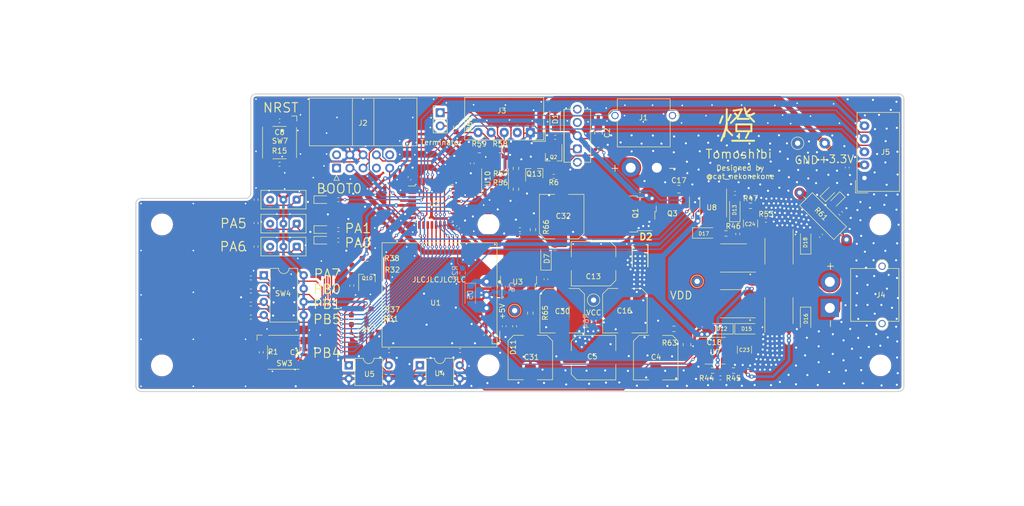
<source format=kicad_pcb>
(kicad_pcb (version 20211014) (generator pcbnew)
  (layers (0 "F.Cu" signal) (31 "B.Cu" signal) (34 "B.Paste" user) (35 "F.Paste" user) (36 "B.SilkS" user "B.Silkscreen") (37 "F.SilkS" user "F.Silkscreen") (38 "B.Mask" user) (39 "F.Mask" user) (44 "Edge.Cuts" user))
  (net 0 "")
  (net 1 "+3.3V")
  (net 2 "Tact_Switch1")
  (net 3 "/S-S")
  (net 4 "Net-(C2-Pad2)")
  (net 5 "GND")
  (net 6 "Net-(C4-Pad1)")
  (net 7 "Net-(C13-Pad1)")
  (net 8 "VCC")
  (net 9 "NRST")
  (net 10 "+5V")
  (net 11 "VDD")
  (net 12 "Net-(C23-Pad1)")
  (net 13 "Motor_A")
  (net 14 "Net-(C24-Pad1)")
  (net 15 "Motor_B")
  (net 16 "Net-(C28-Pad1)")
  (net 17 "Net-(C31-Pad1)")
  (net 18 "Net-(C32-Pad1)")
  (net 19 "Net-(D3-Pad2)")
  (net 20 "Net-(D4-Pad2)")
  (net 21 "Net-(D6-Pad2)")
  (net 22 "Net-(D11-Pad2)")
  (net 23 "Net-(D21-Pad2)")
  (net 24 "+12V")
  (net 26 "TCK")
  (net 27 "TMS")
  (net 29 "MainRX2_STLinkTX")
  (net 30 "MainTX2_STLinkRX")
  (net 32 "MD_GPIO")
  (net 33 "RS485_MD_A")
  (net 34 "RS485_MD_B")
  (net 35 "I2C1_SCL")
  (net 36 "I2C1_SDA")
  (net 37 "Encoder_OUT")
  (net 38 "Net-(JP1-Pad2)")
  (net 39 "主電源スイッチ")
  (net 40 "Net-(Q2-Pad3)")
  (net 41 "Net-(Q9-Pad1)")
  (net 42 "Net-(Q9-Pad3)")
  (net 43 "Net-(Q10-Pad1)")
  (net 44 "Net-(Q10-Pad3)")
  (net 45 "Net-(Q13-Pad1)")
  (net 46 "Net-(Q13-Pad3)")
  (net 47 "Net-(Q14-Pad4)")
  (net 48 "Net-(Q15-Pad4)")
  (net 49 "Net-(Q16-Pad4)")
  (net 50 "Net-(Q17-Pad4)")
  (net 51 "Slide_Switch1")
  (net 52 "Slide_Switch2")
  (net 53 "4PSW1")
  (net 54 "LED1")
  (net 55 "LED2")
  (net 56 "4PSW2")
  (net 57 "4PSW3")
  (net 58 "4PSW4")
  (net 59 "BOOT0")
  (net 60 "Net-(R25-Pad1)")
  (net 61 "shutdown")
  (net 62 "PWM_A")
  (net 63 "PWM_B")
  (net 64 "Net-(R40-Pad1)")
  (net 65 "Net-(R41-Pad1)")
  (net 66 "Net-(R44-Pad1)")
  (net 67 "Net-(R45-Pad1)")
  (net 68 "Net-(R46-Pad1)")
  (net 69 "Net-(R47-Pad1)")
  (net 70 "MainTX1_MAX3485RX")
  (net 77 "MainRX1_MAX3485TX")
  (footprint "MountingHole:MountingHole_3.2mm_M3" (layer "F.Cu") (at 148.52 128.46)
    (fp_text reference "H8" hide)
    (fp_text value "MountingHole")
  )
  (footprint "Package_QFP:LQFP-32_7x7mm_P0.8mm" (layer "F.Cu") (at 138.0884 97.402675)
    (fp_text reference "U2")
    (fp_text value "STM32F303K8Tx")
  )
  (footprint "Capacitor_SMD:C_Elec_8x10.2" (layer "F.Cu") (at 162.52 99.96 90)
    (fp_text reference "C32")
    (fp_text value "470uF")
  )
  (footprint "Diode_SMD:D_SOD-123" (layer "F.Cu") (at 197.9 121.45)
    (fp_text reference "D15")
    (fp_text value "D_Schottky")
  )
  (footprint "Resistor_SMD:R_0402_1005Metric" (layer "F.Cu") (at 215.939376 99.329376 -45)
    (fp_text reference "R62" hide)
    (fp_text value "10k")
  )
  (footprint "TestPoint:TestPoint_THTPad_D2.0mm_Drill1.0mm" (layer "F.Cu") (at 168.62 115.96)
    (fp_text reference "TP2" hide)
    (fp_text value "TestPoint")
  )
  (footprint "Resistor_SMD:R_0402_1005Metric" (layer "F.Cu") (at 103.02 111.71)
    (fp_text reference "R7" hide)
    (fp_text value "10k")
  )
  (footprint "Capacitor_SMD:C_0402_1005Metric" (layer "F.Cu") (at 131.92 98.28 -90)
    (fp_text reference "C11" hide)
    (fp_text value "1uF")
  )
  (footprint "MountingHole:MountingHole_3.2mm_M3" (layer "F.Cu") (at 223.519999 128.46)
    (fp_text reference "H9" hide)
    (fp_text value "MountingHole")
  )
  (footprint "Resistor_SMD:R_0402_1005Metric" (layer "F.Cu") (at 103.02 114.21)
    (fp_text reference "R10" hide)
    (fp_text value "10k")
  )
  (footprint "Resistor_SMD:R_0402_1005Metric" (layer "F.Cu") (at 122.35 113.17 90)
    (fp_text reference "R35" hide)
    (fp_text value "10k")
  )
  (footprint "Capacitor_SMD:C_Elec_8x10.2" (layer "F.Cu") (at 168.62 108.9825 180)
    (fp_text reference "C13")
    (fp_text value "470uF")
  )
  (footprint "Capacitor_SMD:C_0402_1005Metric" (layer "F.Cu") (at 217.18 90.57 -90)
    (fp_text reference "C29" hide)
    (fp_text value "0.1uF")
  )
  (footprint "Resistor_SMD:R_0402_1005Metric" (layer "F.Cu") (at 201.62 100.64 180)
    (fp_text reference "R53")
    (fp_text value "10k")
  )
  (footprint "Resistor_SMD:R_0402_1005Metric" (layer "F.Cu") (at 169.53 87.06)
    (fp_text reference "R5" hide)
    (fp_text value "10k")
  )
  (footprint "Resistor_SMD:R_0402_1005Metric" (layer "F.Cu") (at 105.02 125.96 90)
    (fp_text reference "R1")
    (fp_text value "10k")
  )
  (footprint "Resistor_SMD:R_0603_1608Metric_Pad0.98x0.95mm_HandSolder" (layer "F.Cu") (at 125.1575 117.61)
    (fp_text reference "R37")
    (fp_text value "510")
  )
  (footprint "Resistor_SMD:R_0402_1005Metric" (layer "F.Cu") (at 104.02 101.21 90)
    (fp_text reference "R2" hide)
    (fp_text value "10k")
  )
  (footprint "Capacitor_SMD:C_1210_3225Metric_Pad1.33x2.70mm_HandSolder" (layer "F.Cu") (at 198.67 101.285 90)
    (fp_text reference "C24")
    (fp_text value "C")
  )
  (footprint "Resistor_SMD:R_0603_1608Metric_Pad0.98x0.95mm_HandSolder" (layer "F.Cu") (at 198.67 97.885)
    (fp_text reference "R47")
    (fp_text value "R")
  )
  (footprint "Capacitor_SMD:C_0402_1005Metric" (layer "F.Cu") (at 151.52 120.96 -90)
    (fp_text reference "C10" hide)
    (fp_text value "1uF")
  )
  (footprint "Diode_SMD:D_SOD-123" (layer "F.Cu") (at 209.22 104.885 90)
    (fp_text reference "D18")
    (fp_text value "D_Schottky")
  )
  (footprint "Resistor_SMD:R_0402_1005Metric" (layer "F.Cu") (at 153.52 120.96 90)
    (fp_text reference "R18" hide)
    (fp_text value "10k")
  )
  (footprint "Resistor_SMD:R_0402_1005Metric" (layer "F.Cu") (at 103.02 119.21)
    (fp_text reference "R12" hide)
    (fp_text value "10k")
  )
  (footprint "Resistor_SMD:R_0402_1005Metric" (layer "F.Cu") (at 129.48 125.62)
    (fp_text reference "R41" hide)
    (fp_text value "1k")
  )
  (footprint "Resistor_SMD:R_0402_1005Metric" (layer "F.Cu") (at 148.06 122.6625 90)
    (fp_text reference "R29" hide)
    (fp_text value "1k")
  )
  (footprint "Resistor_SMD:R_0402_1005Metric" (layer "F.Cu") (at 192.9 130.85 180)
    (fp_text reference "R50" hide)
    (fp_text value "10k")
  )
  (footprint "Button_Switch_SMD:SW_SPST_Omron_B3FS-100xP" (layer "F.Cu") (at 109.32 125.96)
    (fp_text reference "SW3")
    (fp_text value "SW_SPST")
  )
  (footprint "Package_DIP:DIP-8_W7.62mm" (layer "F.Cu") (at 105.52 111.21)
    (fp_text reference "SW4")
    (fp_text value "SW_DIP_x04")
  )
  (footprint "Connector_Molex:Molex_SPOX_5268-05A_1x05_P2.50mm_Horizontal" (layer "F.Cu") (at 156.52 83.855 180)
    (fp_text reference "J3")
    (fp_text value "Conn_01x05_Female")
  )
  (footprint "LED_SMD:LED_0603_1608Metric_Pad1.05x0.95mm_HandSolder" (layer "F.Cu") (at 116.77 102.44)
    (fp_text reference "D3" hide)
    (fp_text value "LED")
  )
  (footprint "TestPoint:TestPoint_THTPad_D2.0mm_Drill1.0mm" (layer "F.Cu") (at 207.68 85.9)
    (fp_text reference "TP5" hide)
    (fp_text value "TestPoint")
  )
  (footprint "Capacitor_SMD:C_0402_1005Metric" (layer "F.Cu") (at 145.41 89.778656 -90)
    (fp_text reference "C26" hide)
    (fp_text value "0.1uF")
  )
  (footprint "Connector_IDC:IDC-Header_2x05_P2.54mm_Horizontal" (layer "F.Cu") (at 119.44 90.6575 90)
    (fp_text reference "J2")
    (fp_text value "Conn_01x10_Female")
  )
  (footprint "Resistor_SMD:R_0402_1005Metric" (layer "F.Cu") (at 108.52 89.93)
    (fp_text reference "R15")
    (fp_text value "10k")
  )
  (footprint "Capacitor_SMD:C_0402_1005Metric" (layer "F.Cu") (at 113.52 125.96 90)
    (fp_text reference "C1")
    (fp_text value "0.1uF")
  )
  (footprint "Resistor_SMD:R_0402_1005Metric" (layer "F.Cu") (at 119.77 104.48)
    (fp_text reference "R9" hide)
    (fp_text value "1k")
  )
  (footprint "Package_TO_SOT_SMD:TO-252-3_TabPin2" (layer "F.Cu") (at 174.52 99.46 180)
    (fp_text reference "Q1")
    (fp_text value "Q_PMOS_GDS")
  )
  (footprint "Resistor_SMD:R_0603_1608Metric_Pad0.98x0.95mm_HandSolder" (layer "F.Cu") (at 153.77 94.71 90)
    (fp_text reference "R56")
    (fp_text value "7.5k")
  )
  (footprint "Capacitor_SMD:C_0402_1005Metric" (layer "F.Cu") (at 133.39 92.64 45)
    (fp_text reference "C7" hide)
    (fp_text value "0.1uF")
  )
  (footprint "TestPoint:TestPoint_THTPad_D2.0mm_Drill1.0mm" (layer "F.Cu") (at 188.45 112.36)
    (fp_text reference "TP1" hide)
    (fp_text value "TestPoint")
  )
  (footprint "Capacitor_SMD:C_Elec_8x10.2" (layer "F.Cu") (at 174.62 117.9825 -90)
    (fp_text reference "C16")
    (fp_text value "470uF")
  )
  (footprint "Capacitor_SMD:C_0805_2012Metric_Pad1.18x1.45mm_HandSolder" (layer "F.Cu") (at 169.55 83.92 -90)
    (fp_text reference "C2")
    (fp_text value "4.7uF")
  )
  (footprint "LED_SMD:LED_0603_1608Metric_Pad1.05x0.95mm_HandSolder" (layer "F.Cu") (at 116.77 96.71)
    (fp_text reference "D6" hide)
    (fp_text value "LED")
  )
  (footprint "LED_SMD:LED_0603_1608Metric_Pad1.05x0.95mm_HandSolder" (layer "F.Cu") (at 215.091281 96.888719 -135)
    (fp_text reference "D22" hide)
    (fp_text value "LED")
  )
  (footprint "Button_Switch_SMD:SW_SPST_Omron_B3FS-100xP" (layer "F.Cu") (at 108.52 85.78 -90)
    (fp_text reference "SW7")
    (fp_text value "SW_SPST")
  )
  (footprint "SOP-Advance-8:SOP-Advance" (layer "F.Cu") (at 195.4 116.65 90)
    (fp_text reference "Q14" hide)
    (fp_text value "FDMS8050" hide)
  )
  (footprint "Connector_AMASS:AMASS_XT30PW-M_1x02_P2.50mm_Horizontal" (layer "F.Cu") (at 213.845 117.46 -90)
    (fp_text reference "J4")
    (fp_text value "Conn_01x02_Female")
  )
  (footprint "Capacitor_SMD:C_1210_3225Metric_Pad1.33x2.70mm_HandSolder" (layer "F.Cu") (at 197.5 125.45 -90)
    (fp_text reference "C23")
    (fp_text value "C")
  )
  (footprint "Slide_Switch:3P_SPDT_SlideSwitch" (layer "F.Cu") (at 109.27 96.71 -90)
    (fp_text reference "SW6" hide)
    (fp_text value "SW_SPDT")
  )
  (footprint "Resistor_SMD:R_0402_1005Metric" (layer "F.Cu") (at 168.62 119.96 90)
    (fp_text reference "R14" hide)
    (fp_text value "10k")
  )
  (footprint "Resistor_SMD:R_0402_1005Metric" (layer "F.Cu") (at 198.2 129.45 180)
    (fp_text reference "R51" hide)
    (fp_text value "10k")
  )
  (footprint "Resistor_SMD:R_0603_1608Metric_Pad0.98x0.95mm_HandSolder" (layer "F.Cu") (at 122.27 119.71 -90)
    (fp_text reference "R31")
    (fp_text value "510")
  )
  (footprint "Package_SO:SOP-8_3.9x4.9mm_P1.27mm" (layer "F.Cu") (at 191.52 98.085 -90)
    (fp_text reference "U8")
    (fp_text value "IR2302")
  )
  (footprint "Resistor_SMD:R_0603_1608Metric_Pad0.98x0.95mm_HandSolder" (layer "F.Cu") (at 184.02 121.46 180)
    (fp_text reference "R63")
    (fp_text value "R")
  )
  (footprint "LED_SMD:LED_0603_1608Metric_Pad1.05x0.95mm_HandSolder" (layer "F.Cu") (at 213.678836 95.402027 45)
    (fp_text reference "D21" hide)
    (fp_text value "LED")
  )
  (footprint "Package_TO_SOT_SMD:SOT-23_Handsoldering" (layer "F.Cu") (at 160.98 88.54 -90)
    (fp_text reference "Q2")
    (fp_text value "Q_NMOS_GSD")
  )
  (footprint "Resistor_SMD:R_0603_1608Metric_Pad0.98x0.95mm_HandSolder" (layer "F.Cu") (at 156.52 118.46 -90)
    (fp_text reference "R65")
    (fp_text value "R")
  )
  (footprint "SOP-Advance-8:SOP-Advance" (layer "F.Cu") (at 195.42 107.885 90)
    (fp_text reference "Q16" hide)
    (fp_text value "FDMS8050" hide)
  )
  (footprint "Package_SO:SOP-8_3.9x4.9mm_P1.27mm" (layer "F.Cu") (at 149.77 92.71 90)
    (fp_text reference "U10")
    (fp_text value "MAX3485")
  )
  (footprint "Connector_AMASS:AMASS_XT30PW-M_1x02_P2.50mm_Horizontal" (layer "F.Cu") (at 180.73 90.595)
    (fp_text reference "J1")
    (fp_text value "Conn_01x02_Female")
  )
  (footprint "SOP-Advance-8:SOP-Advance" (layer "F.Cu") (at 204.1 117.95)
    (fp_text reference "Q15" hide)
    (fp_text value "FDMS8050" hide)
  )
  (footprint "MountingHole:MountingHole_3.2mm_M3" (layer "F.Cu") (at 86.019999 128.46)
    (fp_text reference "H7" hide)
    (fp_text value "MountingHole")
  )
  (footprint "Resistor_SMD:R_0402_1005Metric" (layer "F.Cu") (at 196.22 103.285 -90)
    (fp_text reference "R52" hide)
    (fp_text value "10k")
  )
  (footprint "Diode_SMD:D_SOD-123" (layer "F.Cu") (at 161.26 81.39 90)
    (fp_text reference "D1")
    (fp_text value "D")
  )
  (footprint "MountingHole:MountingHole_3.2mm_M3" (layer "F.Cu") (at 148.52 101.46)
    (fp_text reference "H5" hide)
    (fp_text value "MountingHole")
  )
  (footprint "Resistor_SMD:R_0603_1608Metric_Pad0.98x0.95mm_HandSolder" (layer "F.Cu") (at 125.25 107.97)
    (fp_text reference "R38")
    (fp_text value "510")
  )
  (footprint "Capacitor_SMD:C_0402_1005Metric" (layer "F.Cu") (at 189.4 121.45 180)
    (fp_text reference "C20" hide)
    (fp_text value "0.1uF")
  )
  (footprint "Resistor_SMD:R_0603_1608Metric_Pad0.98x0.95mm_HandSolder" (layer "F.Cu") (at 122.35 110.17 -90)
    (fp_text reference "R32")
    (fp_text value "510")
  )
  (footprint "Resistor_SMD:R_0603_1608Metric_Pad0.98x0.95mm_HandSolder" (layer "F.Cu") (at 193.97 103.185)
    (fp_text reference "R46")
    (fp_text value "R")
  )
  (footprint "SOP-Advance-8:SOP-Advance" (layer "F.Cu") (at 204.12 106.585 180)
    (fp_text reference "Q17" hide)
    (fp_text value "FDMS8050" hide)
  )
  (footprint "Resistor_SMD:R_0402_1005Metric" (layer "F.Cu") (at 143.09 125.61 180)
    (fp_text reference "R40" hide)
    (fp_text value "1k")
  )
  (footprint "Diode_SMD:D_SOD-123" (layer "F.Cu") (at 195.67 98.685 90)
    (fp_text reference "D13")
    (fp_text value "D_Schottky")
  )
  (footprint "Connector_PinHeader_2.54mm:PinHeader_1x02_P2.54mm_Vertical" (layer "F.Cu") (at 139.27 80.05)
    (fp_text reference "JP1" hide)
    (fp_text value "Jumper_2_Open")
  )
  (footprint "Package_TO_SOT_SMD:TO-252-3_TabPin2" (layer "F.Cu") (at 154.27 110.385 90)
    (fp_text reference "U3")
    (fp_text value "AMS1117CD-3.3")
  )
  (footprint "Resistor_SMD:R_0402_1005Metric" (layer "F.Cu") (at 104.04 96.72 90)
    (fp_text reference "R17" hide)
    (fp_text value "10k")
  )
  (footprint "Capacitor_SMD:C_0402_1005Metric" (layer "F.Cu") (at 159.52 111.96 -90)
    (fp_text reference "C14" hide)
    (fp_text value "1uF")
  )
  (footprint "Resistor_SMD:R_0603_1608Metric_Pad0.98x0.95mm_HandSolder" (layer "F.Cu") (at 150.77 87.21 180)
    (fp_text reference "R58")
    (fp_text value "2.2k")
  )
  (footprint "Capacitor_SMD:C_0805_2012Metric_Pad1.18x1.45mm_HandSolder" (layer "F.Cu") (at 186.51 124.49 -90)
    (fp_text reference "C18")
    (fp_text value "4.7uF")
  )
  (footprint "Resistor_SMD:R_0402_1005Metric" (layer "F.Cu") (at 119.77 102.44)
    (fp_text reference "R8" hide)
    (fp_text value "1k")
  )
  (footprint "Resistor_SMD:R_0603_1608Metric_Pad0.98x0.95mm_HandSolder" (layer "F.Cu") (at 142.32 82.81 -90)
    (fp_text reference "R60")
    (fp_text value "120")
  )
  (footprint "Connector_Molex:Molex_SPOX_5268-05A_1x05_P2.50mm_Horizontal" (layer "F.Cu") (at 220.47 92.56 90)
    (fp_text reference "J5")
    (fp_text value "Conn_01x05_Female")
  )
  (footprint "Capacitor_SMD:C_0402_1005Metric" (layer "F.Cu") (at 154.54 103.6 180)
    (fp_text reference "C15" hide)
    (fp_text value "1uF")
  )
  (footprint "Capacitor_SMD:C_0402_1005Metric" (layer "F.Cu") (at 142.698736 101.984726 -135)
    (fp_text reference "C9" hide)
    (fp_text value "0.1uF")
  )
  (footprint "Diode_SMD:D_SOD-123" (layer "F.Cu") (at 209.2 119.55 -90)
    (fp_text reference "D16")
    (fp_text value "D_Schottky")
  )
  (footprint "Resistor_SMD:R_0603_1608Metric_Pad0.98x0.95mm_HandSolder" (layer "F.Cu") (at 195.4 129.45)
    (fp_text reference "R45")
    (fp_text value "R")
  )
  (footprint "Package_TO_SOT_SMD:TO-252-3_TabPin2" (layer "F.Cu") (at 183.795 101.46 -90)
    (fp_text reference "Q3")
    (fp_text value "Q_PMOS_GDS")
  )
  (footprint "Resistor_SMD:R_0402_1005Metric" (layer "F.Cu") (at 161.28 84.77 180)
    (fp_text reference "R13" hide)
    (fp_text value "10k")
  )
  (footprint "Package_TO_SOT_SMD:SOT-23_Handsoldering" (layer "F.Cu") (at 125.17 121.51 90)
    (fp_text reference "Q9")
    (fp_text value "Q_NMOS_GSD")
  )
  (footprint "Resistor_SMD:R_0402_1005Metric" (layer "F.Cu") (at 161 92.24 180)
    (fp_text reference "R6")
    (fp_text value "1k")
  )
  (footprint "Capacitor_SMD:C_0402_1005Metric" (layer "F.Cu") (at 212.16 103.64 -45)
    (fp_text reference "C28" hide)
    (fp_text value "1uF")
  )
  (footprint "Resistor_SMD:R_0402_1005Metric" (layer "F.Cu") (at 154.52 102.46)
    (fp_text reference "R30" hide)
    (fp_text value "10k")
  )
  (footprint "Diode_SMD:D_SOD-123" (layer "F.Cu") (at 193.1 121.45 180)
    (fp_text reference "D12")
    (fp_text value "D_Schottky")
  )
  (footprint "Resistor_SMD:R_0603_1608Metric_Pad0.98x0.95mm_HandSolder" (layer "F.Cu") (at 157.02 102.46 90)
    (fp_text reference "R66")
    (fp_text value "R")
  )
  (footprint "LED_SMD:LED_0603_1608Metric_Pad1.05x0.95mm_HandSolder" (layer "F.Cu") (at 116.77 104.48)
    (fp_text reference "D4" hide)
    (fp_text value "LED")
  )
  (footprint "Capacitor_SMD:C_0402_1005Metric" (layer "F.Cu") (at 108.52 81.6 180)
    (fp_text reference "C8")
    (fp_text value "0.1uF")
  )
  (footprint "Resistor_SMD:R_0402_1005Metric" (layer "F.Cu") (at 103.02 116.71)
    (fp_text reference "R11" hide)
    (fp_text value "10k")
  )
  (footprint "TestPoint:TestPoint_THTPad_D2.0mm_Drill1.0mm" (layer "F.Cu") (at 153.52 117.96)
    (fp_text reference "TP3" hide)
    (fp_text value "TestPoint")
  )
  (footprint "Resistor_SMD:R_0402_1005Metric" (layer "F.Cu") (at 119.77 96.71)
    (fp_text reference "R16" hide)
    (fp_text value "1k")
  )
  (footprint "LED_SMD:LED_0603_1608Metric_Pad1.05x0.95mm_HandSolder" (layer "F.Cu") (at 149.94 122.66 90)
    (fp_text reference "D11")
    (fp_text value "LED")
  )
  (footprint "Resistor_SMD:R_0603_1608Metric_Pad0.98x0.95mm_HandSolder" (layer "F.Cu") (at 153.77 90.71 90)
    (fp_text reference "R57")
    (fp_text value "20k")
  )
  (footprint "Resistor_SMD:R_0402_1005Metric" (layer "F.Cu") (at 104.02 105.71 90)
    (fp_text reference "R3" hide)
    (fp_text value "10k")
  )
  (footprint "Package_SO:SOP-8_3.9x4.9mm_P1.27mm" (layer "F.Cu") (at 191.9 125.65)
    (fp_text reference "U7")
    (fp_text value "IR2302")
  )
  (footprint "Resistor_SMD:R_0402_1005Metric" (layer "F.Cu") (at 169.53 80.44 90)
    (fp_text reference "R4" hide)
    (fp_text value "10k")
  )
  (footprint "Resistor_SMD:R_0603_1608Metric_Pad0.98x0.95mm_HandSolder" (layer "F.Cu") (at 146.77 87.21 180)
    (fp_text reference "R59")
    (fp_text value "2.2k")
  )
  (footprint "Capacitor_SMD:C_Elec_8x10.2" (layer "F.Cu") (at 168.62 126.9825)
    (fp_text reference "C5")
    (fp_text value "470uF")
  )
  (footprint "Capacitor_SMD:C_Elec_8x10.2" (layer "F.Cu") (at 162.62 117.9825 -90)
    (fp_text reference "C30")
    (fp_text value "470uF")
  )
  (footprint "Diode_Schottky:DO-221BC" (layer "F.Cu") (at 177.52 107.46 90)
    (fp_text reference "D2")
    (fp_text value "D_Schottky" hide)
  )
  (footprint "Toggle_Switch:3P_SPDT_5Pin_ToggleSwitch" (layer "F.Cu") (at 165.52 84.46 180)
    (fp_text reference "SW5" hide)
    (fp_text value "SW_SPDT")
  )
  (footprint "TestPoint:TestPoint_THTPad_D2.0mm_Drill1.0mm" (layer "F.Cu") (at 212.87 85.9)
    (fp_text reference "TP4" hide)
    (fp_text value "TestPoint")
  )
  (footprint "Capacitor_SMD:C_0402_1005Metric" (layer "F.Cu") (at 195.67 95.485)
    (fp_text reference "C21" hide)
    (fp_text value "0.1uF")
  )
  (footprint "Capacitor_SMD:C_Elec_8x10.2" (layer "F.Cu") (at 180.52 126.9825 -90)
    (fp_text reference "C4")
    (fp_text value "470uF")
  )
  (footprint "Diode_SMD:D_SOD-123" (layer "F.Cu") (at 159.52 107.96 90)
    (fp_text reference "D7")
    (fp_text value "D")
  )
  (footprint "Package_TO_SOT_SMD:SOT-23_Handsoldering" (layer "F.Cu") (at 125.25 111.77 90)
    (fp_text reference "Q10")
    (fp_text value "Q_NMOS_GSD")
  )
  (footprint "Resistor_SMD:R_0603_1608Metric_Pad0.98x0.95mm_HandSolder" (layer "F.Cu") (at 191.4 129.45)
    (fp_text reference "R44")
    (fp_text value "R")
  )
  (footprint "DCDC_Regulator:BP5293" (layer "F.Cu") (at 148.143 114.96)
    (fp_text reference "U1")
    (fp_text value "LF50_TO220")
  )
  (footprint "Package_DIP:DIP-4_W7.62mm" (layer "F.Cu") (at 135.39 128.435)
    (fp_text reference "U4")
    (fp_text value "TLP785")
  )
  (footprint "Resistor_SMD:R_0402_1005Metric" (layer "F.Cu") (at 122.27 122.81 90)
    (fp_text reference "R34" hide)
    (fp_text value "10k")
  )
  (footprint "Capacitor_SMD:C_0805_2012Metric_Pad1.18x1.45mm_HandSolder" (layer "F.Cu") (at 184.95 94.7)
    (fp_text reference "C17")
    (fp_text value "4.7uF")
  )
  (footprint "Capacitor_SMD:C_Elec_8x10.2" (layer "F.Cu") (at 156.52 126.96 -90)
    (fp_text reference "C31")
    (fp_text value "470uF")
  )
  (footprint "Package_TO_SOT_SMD:SC-59_Handsoldering" (layer "F.Cu") (at 157.27 91.71 90)
    (fp_text reference "Q13")
    (fp_text value "Q_PNP_BEC")
  )
  (footprint "MountingHole:MountingHole_3.2mm_M3" (layer "F.Cu") (at 223.519999 101.46)
    (fp_text reference "H6" hide)
    (fp_text value "MountingHole")
  )
  (footprint "Slide_Switch:3P_SPDT_SlideSwitch" (layer "F.Cu") (at 109.27 101.31 -90)
    (fp_text reference "SW1" hide)
    (fp_text value "SW_SPDT")
  )
  (footprint "Package_DIP:DIP-4_W7.62mm" (layer "F.Cu") (at 121.78 128.445)
    (fp_text reference "U5")
    (fp_text value "TLP785")
  )
  (footprint "MountingHole:MountingHole_3.2mm_M3" (layer "F.Cu") (at 86.019999 101.46)
    (fp_text reference "H4" hide)
    (fp_text value "MountingHole")
  )
  (footprint "Resistor_THT:R_Axial_DIN0309_L9.0mm_D3.2mm_P12.70mm_Horizontal" (layer "F.Cu") (at 217.04 104.35 135)
    (fp_text reference "R61")
    (fp_text value "MPR")
  )
  (footprint "Slide_Switch:3P_SPDT_SlideSwitch" (layer "F.Cu") (at 109.27 105.71 -90)
    (fp_text reference "SW2" hide)
    (fp_text value "SW_SPDT")
  )
  (footprint "Diode_SMD:D_SOD-123" (layer "F.Cu") (at 189.82 103.085)
    (fp_text reference "D17")
    (fp_text value "D_Schottky")
  )
  (footprint "Resistor_SMD:R_0603_1608Metric_Pad0.98x0.95mm_HandSolder" (layer "B.Cu") (at 168.62 119.96 -90)
    (fp_text reference "R64")
    (fp_text value "R")
  )
  (footprint "Diode_SMD:D_SOD-123" (layer "B.Cu") (at 145.02 114.96 -90)
    (fp_text reference "D5")
    (fp_text value "D")
  )
  (footprint "Resistor_SMD:R_0603_1608Metric_Pad0.98x0.95mm_HandSolder" (layer "B.Cu") (at 143.55 110.76 -90)
    (fp_text reference "R25")
    (fp_text value "R")
  )
  (footprint "Capacitor_SMD:C_0805_2012Metric_Pad1.18x1.45mm_HandSolder" (layer "B.Cu") (at 151.02 113.46 -90)
    (fp_text reference "C6")
    (fp_text value "10uF")
  )
  (gr_arc (start 103.02 95.460001) (mid 102.727106 96.167107) (end 102.019999 96.460001) (layer "Edge.Cuts") (width 0.2))
  (gr_arc (start 81.019999 97.460001) (mid 81.312893 96.752894) (end 82.02 96.46) (layer "Edge.Cuts") (width 0.2))
  (gr_line (start 82.02 133.46) (end 227.019999 133.46) (layer "Edge.Cuts") (width 0.2))
  (gr_arc (start 82.02 133.46) (mid 81.312893 133.167107) (end 81.019999 132.46) (layer "Edge.Cuts") (width 0.2))
  (gr_arc (start 103.019999 77.46) (mid 103.312892 76.752893) (end 104.019999 76.46) (layer "Edge.Cuts") (width 0.2))
  (gr_line (start 227.02 76.46) (end 104.019999 76.46) (layer "Edge.Cuts") (width 0.2))
  (gr_line (start 81.019999 97.460001) (end 81.019999 132.46) (layer "Edge.Cuts") (width 0.2))
  (gr_line (start 102.019999 96.460001) (end 82.02 96.46) (layer "Edge.Cuts") (width 0.2))
  (gr_arc (start 227.02 76.46) (mid 227.727107 76.752893) (end 228.02 77.46) (layer "Edge.Cuts") (width 0.2))
  (gr_line (start 228.02 132.46) (end 228.02 77.46) (layer "Edge.Cuts") (width 0.2))
  (gr_arc (start 228.02 132.46) (mid 227.727106 133.167107) (end 227.019999 133.46) (layer "Edge.Cuts") (width 0.2))
  (gr_line (start 103.019999 77.46) (end 103.02 95.460001) (layer "Edge.Cuts") (width 0.2))
  (gr_text "PA7\nPB0\nPB1\nPB5" (at 117.62 115.3) (layer "F.SilkS") (effects (font (size 1.8 1.8) (thickness 0.2))))
  (gr_text "NRST" (at 108.75 79.1) (layer "F.SilkS") (effects (font (size 1.8 1.8) (thickness 0.2))))
  (gr_text "Designed by\n@cat_nekonekone" (at 196.7 91.44) (layer "F.SilkS") (effects (font (size 1 1))))
  (gr_text "JLCJLCJLCJLC" (at 139.08 112.04) (layer "F.SilkS") (effects (font (size 1 1))))
  (gr_text "Tomoshibi" (at 196.42 87.98) (layer "F.SilkS") (effects (font (size 1.7 1.7) (thickness 0.2))))
  (gr_text "+3.3V" (at 215.12 88.94) (layer "F.SilkS") (effects (font (size 1.5 1.5) (thickness 0.18))))
  (gr_text "PA5" (at 99.7 101.28) (layer "F.SilkS") (effects (font (size 1.8 1.8) (thickness 0.2))))
  (gr_text "PA1" (at 123.54 102.22) (layer "F.SilkS") (effects (font (size 1.8 1.8) (thickness 0.2))))
  (gr_text "PB4" (at 117.56 126.1) (layer "F.SilkS") (effects (font (size 1.8 1.8) (thickness 0.2))))
  (gr_text "VCC" (at 168.66 118.36) (layer "F.SilkS") (effects (font (size 1 1))))
  (gr_text "GND" (at 209.38 89.13) (layer "F.SilkS") (effects (font (size 1.5 1.5) (thickness 0.18))))
  (gr_text "VDD" (at 185.39 115.05) (layer "F.SilkS") (effects (font (size 1.5 1.5) (thickness 0.18))))
  (gr_text "Terminator" (at 139.45 85.74) (layer "F.SilkS") (effects (font (size 1 1))))
  (gr_text "BOOT0" (at 119.94 94.61) (layer "F.SilkS") (effects (font (size 1.8 1.8) (thickness 0.2))))
  (gr_text "+5V" (at 151.14 118.13 90) (layer "F.SilkS") (effects (font (size 1 1))))
  (gr_text "PA0" (at 123.53 104.98) (layer "F.SilkS") (effects (font (size 1.8 1.8) (thickness 0.2))))
  (gr_text "PA6" (at 99.63 105.71) (layer "F.SilkS") (effects (font (size 1.8 1.8) (thickness 0.2))))
  (gr_text "燈" (at 196.34 82.9) (layer "F.SilkS") (effects (font (size 5.5 5.5) (thickness 0.37))))
  (segment (start 156.43 104.45) (end 155.9425 104.45) (width 1) (layer "F.Cu") (net 1))
  (segment (start 218.26 90.06) (end 217.19 90.06) (width 1) (layer "F.Cu") (net 1))
  (segment (start 152.073528 91.36) (end 152.84 90.593528) (width 0.5) (layer "F.Cu") (net 1))
  (segment (start 154.27 108.285) (end 154.27 106.1225) (width 1) (layer "F.Cu") (net 1))
  (segment (start 154.27 112.79) (end 154.27 108.285) (width 1) (layer "F.Cu") (net 1))
  (segment (start 111.89 94.09) (end 123.42 94.09) (width 0.5) (layer "F.Cu") (net 1))
  (segment (start 154.27 114.585) (end 154.27 112.79) (width 1) (layer "F.Cu") (net 1))
  (segment (start 155.9425 103.3725) (end 155.9425 104.45) (width 1) (layer "F.Cu") (net 1))
  (segment (start 154.695 108.71) (end 154.27 108.285) (width 1) (layer "F.Cu") (net 1))
  (segment (start 154.27 114.15) (end 151.85 111.73) (width 1) (layer "F.Cu") (net 1))
  (segment (start 154.27 114.585) (end 154.27 114.15) (width 1) (layer "F.Cu") (net 1))
  (segment (start 108.01 95.45) (end 109.27 96.71) (width 0.5) (layer "F.Cu") (net 1))
  (segment (start 156.66 110.41) (end 158.36 108.71) (width 1) (layer "F.Cu") (net 1))
  (segment (start 158.37 88.43) (end 158.37 80.18) (width 1) (layer "F.Cu") (net 1))
  (segment (start 158.36 108.71) (end 154.695 108.71) (width 1) (layer "F.Cu") (net 1))
  (segment (start 156.39625 103.99625) (end 157.02 103.3725) (width 1) (layer "F.Cu") (net 1))
  (segment (start 151.85 111.73) (end 151.85 110.705) (width 1) (layer "F.Cu") (net 1))
  (segment (start 154.27 108.285) (end 155.04 107.515) (width 1) (layer "F.Cu") (net 1))
  (segment (start 155.31 104.92) (end 155.31 98.61) (width 1) (layer "F.Cu") (net 1))
  (segment (start 140.261344 84.15) (end 136.44 84.15) (width 0.5) (layer "F.Cu") (net 1))
  (segment (start 112.46 126.69) (end 112.46 127.35) (width 0.5) (layer "F.Cu") (net 1))
  (segment (start 136.44 84.15) (end 134.7755 84.15) (width 0.5) (layer "F.Cu") (net 1))
  (segment (start 157.35 107.74) (end 154.815 107.74) (width 1) (layer "F.Cu") (net 1))
  (segment (start 218.26 90.06) (end 217 90.06) (width 1) (layer "F.Cu") (net 1))
  (segment (start 158.36 107.55) (end 157.12 106.31) (width 1) (layer "F.Cu") (net 1))
  (segment (start 157.35 107.74) (end 157.35 106.49) (width 1) (layer "F.Cu") (net 1))
  (segment (start 157.02 103.3725) (end 155.9425 103.3725) (width 1) (layer "F.Cu") (net 1))
  (segment (start 147.078656 89.298656) (end 147.865 90.085) (width 0.5) (layer "F.Cu") (net 1))
  (segment (start 154.27 108.285) (end 152.735 106.75) (width 1) (layer "F.Cu") (net 1))
  (segment (start 158.37 95.55) (end 158.37 88.43) (width 1) (layer "F.Cu") (net 1))
  (segment (start 152.877939 104.887939) (end 152.6 104.61) (width 1) (layer "F.Cu") (net 1))
  (segment (start 125.003302 116.593302) (end 125.003302 116.851698) (width 0.5) (layer "F.Cu") (net 1))
  (segment (start 155.215 113.075) (end 155.215 112.965) (width 1) (layer "F.Cu") (net 1))
  (segment (start 154.27 114.02) (end 155.215 113.075) (width 1) (layer "F.Cu") (net 1))
  (segment (start 155.9425 103.3725) (end 155.03 102.46) (width 1) (layer "F.Cu") (net 1))
  (segment (start 155.215 112.965) (end 154.15 111.9) (width 1) (layer "F.Cu") (net 1))
  (segment (start 154.27 104.887939) (end 154.27 108.285) (width 1) (layer "F.Cu") (net 1))
  (segment (start 154.815 107.74) (end 154.27 108.285) (width 1) (layer "F.Cu") (net 1))
  (segment (start 159.52 106.31) (end 159.52 105.8725) (width 1) (layer "F.Cu") (net 1))
  (segment (start 155.09 87.21) (end 157.15 87.21) (width 0.5) (layer "F.Cu") (net 1))
  (segment (start 124.3375 107.9225) (end 125.18 107.08) (width 0.5) (layer "F.Cu") (net 1))
  (segment (start 159.52 106.31) (end 159.52 107.55) (width 1) (layer "F.Cu") (net 1))
  (segment (start 154.897728 87.21) (end 155.09 87.21) (width 0.5) (layer "F.Cu") (net 1))
  (segment (start 124.3375 107.97) (end 124.3375 107.9225) (width 0.5) (layer "F.Cu") (net 1))
  (segment (start 158.8 108.27) (end 158.36 108.71) (width 1) (layer "F.Cu") (net 1))
  (segment (start 158.8 106.67) (end 158.65 106.67) (width 1) (layer "F.Cu") (net 1))
  (segment (start 131.922675 97.802675) (end 131.92 97.8) (width 0.5) (layer "F.Cu") (net 1))
  (segment (start 154.927939 104.23) (end 154.27 104.887939) (width 1) (layer "F.Cu") (net 1))
  (segment (start 145.84 106.75) (end 136.08 106.75) (width 1) (layer "F.Cu") (net 1))
  (segment (start 108.01 89.93) (end 108.01 95.45) (width 0.5) (layer "F.Cu") (net 1))
  (segment (start 142.2634 100.202675) (end 142.2634 100.870568) (width 0.5) (layer "F.Cu") (net 1))
  (segment (start 155.215 113.075) (end 156.39 111.9) (width 1) (layer "F.Cu") (net 1))
  (segment (start 143.038147 101.645315) (end 148.142832 106.75) (width 0.5) (layer "F.Cu") (net 1))
  (segment (start 147.865 90.488528) (end 148.736472 91.36) (width 0.5) (layer "F.Cu") (net 1))
  (segment (start 133.9134 94.602675) (end 133.9134 93.906496) (width 0.5) (layer "F.Cu") (net 1))
  (segment (start 154.15 111.9) (end 156.39 111.9) (width 1) (layer "F.Cu") (net 1))
  (segment (start 154.27 104.887939) (end 153.112061 104.887939) (width 1) (layer "F.Cu") (net 1))
  (segment (start 142.2634 100.870568) (end 143.038147 101.645315) (width 0.5) (layer "F.Cu") (net 1))
  (segment (start 110.94 128.21) (end 112.46 126.69) (width 0.5) (layer "F.Cu") (net 1))
  (segment (start 154.66 104.61) (end 152.6 104.61) (width 1) (layer "F.Cu") (net 1))
  (segment (start 152.36 111.53) (end 152.36 110.195) (width 1) (layer "F.Cu") (net 1))
  (segment (start 158.32 108.71) (end 157.35 107.74) (width 1) (layer "F.Cu") (net 1))
  (segment (start 105.32 128.21) (end 110.94 128.21) (width 0.5) (layer "F.Cu") (net 1))
  (segment (start 155.04 107.515) (end 155.04 104.23) (width 1) (layer "F.Cu") (net 1))
  (segment (start 204.27 77.33) (end 161.22 77.33) (width 1) (layer "F.Cu") (net 1))
  (segment (start 153.645 112.405) (end 153.1 111.86) (width 1) (layer "F.Cu") (net 1))
  (segment (start 220.47 90.06) (end 218.26 90.06) (width 1) (layer "F.Cu") (net 1))
  (segment (start 152.735 106.75) (end 148.17 106.75) (width 1) (layer "F.Cu") (net 1))
  (segment (start 153.1 109.455) (end 154.27 108.285) (width 1) (layer "F.Cu") (net 1))
  (segment (start 152.73 111.9) (end 152.36 111.53) (width 1) (layer "F.Cu") (net 1))
  (segment (start 131.572989 90.522989) (end 131.572989 91.501811) (width 0.5) (layer "F.Cu") (net 1))
  (segment (start 145.41 89.298656) (end 146.568656 89.298656) (width 0.5) (layer "F.Cu") (net 1))
  (segment (start 153.1 111.86) (end 153.1 109.455) (width 1) (layer "F.Cu") (net 1))
  (segment (start 154.27 114.585) (end 154.27 114.02) (width 1) (layer "F.Cu") (net 1))
  (segment (start 133.9134 97.802675) (end 131.922675 97.802675) (width 0.5) (layer "F.Cu") (net 1))
  (segment (start 128.76 92.64) (end 125.345 96.055) (width 0.5) (layer "F.Cu") (net 1))
  (segment (start 154.03 112.79) (end 153.645 112.405) (width 1) (layer "F.Cu") (net 1))
  (segment (start 109.27 96.71) (end 111.89 94.09) (width 0.5) (layer "F.Cu") (net 1))
  (segment (start 158.65 106.67) (end 156.43 104.45) (width 1) (layer "F.Cu") (net 1))
  (segment (start 155.04 104.23) (end 155.04 102.47) (width 1) (layer "F.Cu") (net 1))
  (segment (start 151.6825 87.21) (end 155.09 87.21) (width 0.5) (layer "F.Cu") (net 1))
  (segment (start 126.09 96.76) (end 125.385 96.055) (width 1) (layer "F.Cu") (net 1))
  (segment (start 158.8 108.27) (end 158.8 106.67) (width 1) (layer "F.Cu") (net 1))
  (segment (start 155.9425 104.45) (end 155.39125 105.00125) (width 1) (layer "F.Cu") (net 1))
  (segment (start 148.142832 106.75) (end 148.17 106.75) (width 0.5) (layer "F.Cu") (net 1))
  (segment (start 152.36 110.195) (end 154.27 108.285) (width 1) (layer "F.Cu") (net 1))
  (segment (start 154.15 111.9) (end 152.73 111.9) (width 1) (layer "F.Cu") (net 1))
  (segment (start 217 90.06) (end 204.27 77.33) (width 1) (layer "F.Cu") (net 1))
  (segment (start 158.36 108.71) (end 158.36 107.55) (width 1) (layer "F.Cu") (net 1))
  (segment (start 125.003302 116.851698) (end 124.245 117.61) (width 0.5) (layer "F.Cu") (net 1))
  (segment (start 133.050589 93.043685) (end 133.9134 93.906496) (width 0.5) (layer "F.Cu") (net 1))
  (segment (start 158.36 108.71) (end 158.32 108.71) (width 1) (layer "F.Cu") (net 1))
  (segment (start 133.050589 92.979411) (end 133.050589 93.043685) (width 0.5) (layer "F.Cu") (net 1))
  (segment (start 147.865 90.085) (end 147.865 90.488528) (width 0.5) (layer "F.Cu") (net 1))
  (segment (start 112.71 126.44) (end 112.46 126.69) (width 0.5) (layer "F.Cu") (net 1))
  (segment (start 155.04 104.23) (end 157.12 106.31) (width 1) (layer "F.Cu") (net 1))
  (segment (start 157.12 106.31) (end 157.17 106.31) (width 1) (layer "F.Cu") (net 1))
  (segment (start 152.84 89.267728) (end 154.897728 87.21) (width 0.5) (layer "F.Cu") (net 1))
  (segment (start 159.52 105.8725) (end 157.02 103.3725) (width 1) (layer "F.Cu") (net 1))
  (segment (start 155.39125 105.00125) (end 156.39625 103.99625) (width 1) (layer "F.Cu") (net 1))
  (segment (start 154.27 112.79) (end 154.03 112.79) (width 1) (layer "F.Cu") (net 1))
  (segment (start 131.92 97.8) (end 130.87 97.8) (width 0.5) (layer "F.Cu") (net 1))
  (segment (start 123.42 94.09) (end 126.09 96.76) (width 0.5) (layer "F.Cu") (net 1))
  (segment (start 156.66 110.675) (end 154.27 108.285) (width 1) (layer "F.Cu") (net 1))
  (segment (start 156.66 111.63) (end 156.66 110.675) (width 1) (layer "F.Cu") (net 1))
  (segment (start 155.04 104.23) (end 154.927939 104.23) (width 1) (layer "F.Cu") (net 1))
  (segment (start 152.994122 104.77) (end 153.112061 104.887939) (width 1) (layer "F.Cu") (net 1))
  (segment (start 134.7755 84.15) (end 132.94 85.9855) (width 0.5) (layer "F.Cu") (net 1))
  (segment (start 158.8 105.88) (end 156.91625 103.99625) (width 1) (layer "F.Cu") (net 1))
  (segment (start 157.35 106.49) (end 157.17 106.31) (width 1) (layer "F.Cu") (net 1))
  (segment (start 130.87 97.8) (end 130.85 97.82) (width 0.5) (layer "F.Cu") (net 1))
  (segment (start 153.645 112.405) (end 154.15 111.9) (width 1) (layer "F.Cu") (net 1))
  (segment (start 113.52 126.44) (end 112.71 126.44) (width 0.5) (layer "F.Cu") (net 1))
  (segment (start 157.17 106.31) (end 159.52 106.31) (width 1) (layer "F.Cu") (net 1))
  (segment (start 155.31 98.61) (end 158.37 95.55) (width 1) (layer "F.Cu") (net 1))
  (segment (start 136.08 106.75) (end 127.215 97.885) (width 1) (layer "F.Cu") (net 1))
  (segment (start 112.46 127.35) (end 113.32 128.21) (width 0.5) (layer "F.Cu") (net 1))
  (segment (start 156.91625 103.99625) (end 156.39625 103.99625) (width 1) (layer "F.Cu") (net 1))
  (segment (start 145.41 89.298656) (end 140.261344 84.15) (width 0.5) (layer "F.Cu") (net 1))
  (segment (start 158.37 80.18) (end 161.22 77.33) (width 1) (layer "F.Cu") (net 1))
  (segment (start 156.66 111.63) (end 156.66 110.41) (width 1) (layer "F.Cu") (net 1))
  (segment (start 154.27 106.1225) (end 155.39125 105.00125) (width 1) (layer "F.Cu") (net 1))
  (segment (start 151.85 110.705) (end 154.27 108.285) (width 1) (layer "F.Cu") (net 1))
  (segment (start 157.15 87.21) (end 158.37 88.43) (width 0.5) (layer "F.Cu") (net 1))
  (segment (start 155.04 104.23) (end 154.66 104.61) (width 1) (layer "F.Cu") (net 1))
  (segment (start 156.39 111.9) (end 156.66 111.63) (width 1) (layer "F.Cu") (net 1))
  (segment (start 152.15 106.165) (end 154.27 108.285) (width 1) (layer "F.Cu") (net 1))
  (segment (start 148.17 106.75) (end 145.84 106.75) (width 1) (layer "F.Cu") (net 1))
  (segment (start 148.736472 91.36) (end 152.073528 91.36) (width 0.5) (layer "F.Cu") (net 1))
  (segment (start 152.84 90.593528) (end 152.84 89.267728) (width 0.5) (layer "F.Cu") (net 1))
  (segment (start 146.568656 89.298656) (end 147.078656 89.298656) (width 0.5) (layer "F.Cu") (net 1))
  (segment (start 127.215 97.885) (end 126.09 96.76) (width 1) (layer "F.Cu") (net 1))
  (segment (start 131.572989 91.501811) (end 133.050589 92.979411) (width 0.5) (layer "F.Cu") (net 1))
  (segment (start 217.19 90.06) (end 217.18 90.07) (width 1) (layer "F.Cu") (net 1))
  (segment (start 152.6 104.61) (end 152.15 105.06) (width 1) (layer "F.Cu") (net 1))
  (segment (start 159.52 107.55) (end 158.8 108.27) (width 1) (layer "F.Cu") (net 1))
  (segment (start 158.8 106.67) (end 158.8 105.88) (width 1) (layer "F.Cu") (net 1))
  (segment (start 155.04 102.47) (end 155.03 102.46) (width 1) (layer "F.Cu") (net 1))
  (segment (start 152.15 105.06) (end 152.15 106.165) (width 1) (layer "F.Cu") (net 1))
  (segment (start 155.39125 105.00125) (end 155.31 104.92) (width 1) (layer "F.Cu") (net 1))
  (segment (start 153.112061 104.887939) (end 152.877939 104.887939) (width 1) (layer "F.Cu") (net 1))
  (via (at 112.46 126.69) (size 0.8) (drill 0.4) (layers "F.Cu" "B.Cu") (net 1))
  (via (at 125.003302 116.593302) (size 0.8) (drill 0.4) (layers "F.Cu" "B.Cu") (net 1))
  (via (at 132.94 85.9855) (size 0.8) (drill 0.4) (layers "F.Cu" "B.Cu") (net 1))
  (via (at 130.85 97.82) (size 0.8) (drill 0.4) (layers "F.Cu" "B.Cu") (net 1))
  (via (at 131.572989 90.522989) (size 0.8) (drill 0.4) (layers "F.Cu" "B.Cu") (net 1))
  (via (at 128.76 92.64) (size 0.8) (drill 0.4) (layers "F.Cu" "B.Cu") (net 1))
  (via (at 125.18 107.08) (size 0.8) (drill 0.4) (layers "F.Cu" "B.Cu") (net 1))
  (via (at 127.215 97.885) (size 0.8) (drill 0.4) (layers "F.Cu" "B.Cu") (net 1))
  (segment (start 127.28 97.82) (end 127.215 97.885) (width 0.5) (layer "B.Cu") (net 1))
  (segment (start 132.94 85.9855) (end 132.94 89.155978) (width 0.5) (layer "B.Cu") (net 1))
  (segment (start 125.003302 116.593302) (end 124.7 116.29) (width 0.5) (layer "B.Cu") (net 1))
  (segment (start 132.94 89.155978) (end 131.572989 90.522989) (width 0.5) (layer "B.Cu") (net 1))
  (segment (start 130.85 97.82) (end 127.28 97.82) (width 0.5) (layer "B.Cu") (net 1))
  (segment (start 113.14 111.21) (end 113.14 118.83) (width 0.5) (layer "B.Cu") (net 1))
  (segment (start 113.14 126.01) (end 112.46 126.69) (width 0.5) (layer "B.Cu") (net 1))
  (segment (start 124.7 116.29) (end 114.67 116.29) (width 0.5) (layer "B.Cu") (net 1))
  (segment (start 115.97 116.29) (end 114.67 116.29) (width 0.5) (layer "B.Cu") (net 1))
  (segment (start 125.18 107.08) (end 125.18 99.92) (width 0.5) (layer "B.Cu") (net 1))
  (segment (start 109.27 96.71) (end 109.27 105.71) (width 0.5) (layer "B.Cu") (net 1))
  (segment (start 109.27 105.71) (end 109.27 107.34) (width 0.5) (layer "B.Cu") (net 1))
  (segment (start 129.455978 92.64) (end 128.76 92.64) (width 0.5) (layer "B.Cu") (net 1))
  (segment (start 114.67 116.29) (end 113.14 116.29) (width 0.5) (layer "B.Cu") (net 1))
  (segment (start 113.14 118.83) (end 113.14 126.01) (width 0.5) (layer "B.Cu") (net 1))
  (segment (start 125.18 107.08) (end 115.97 116.29) (width 0.5) (layer "B.Cu") (net 1))
  (segment (start 125.18 99.92) (end 127.215 97.885) (width 0.5) (layer "B.Cu") (net 1))
  (segment (start 109.27 107.34) (end 113.14 111.21) (width 0.5) (layer "B.Cu") (net 1))
  (segment (start 131.572989 90.522989) (end 129.455978 92.64) (width 0.5) (layer "B.Cu") (net 1))
  (segment (start 105.02 124.01) (end 105.32 123.71) (width 0.25) (layer "F.Cu") (net 2))
  (segment (start 105.32 123.71) (end 113.32 123.71) (width 0.25) (layer "F.Cu") (net 2))
  (segment (start 139.280497 99.540296) (end 139.2884 99.532393) (width 0.25) (layer "F.Cu") (net 2))
  (segment (start 113.32 123.71) (end 118.24 123.71) (width 0.25) (layer "F.Cu") (net 2))
  (segment (start 118.24 123.71) (end 120.36 125.83) (width 0.25) (layer "F.Cu") (net 2))
  (segment (start 113.52 123.91) (end 113.32 123.71) (width 0.25) (layer "F.Cu") (net 2))
  (segment (start 139.2884 99.532393) (end 139.2884 93.227675) (width 0.25) (layer "F.Cu") (net 2))
  (segment (start 105.02 125.45) (end 105.02 124.01) (width 0.25) (layer "F.Cu") (net 2))
  (segment (start 113.52 125.48) (end 113.52 123.91) (width 0.25) (layer "F.Cu") (net 2))
  (segment (start 141.809503 103.835521) (end 141.809503 105.7505) (width 0.25) (layer "F.Cu") (net 2))
  (segment (start 141.609482 103.6355) (end 141.809503 103.835521) (width 0.25) (layer "F.Cu") (net 2))
  (via (at 139.280497 99.540296) (size 0.6) (drill 0.3) (layers "F.Cu" "B.Cu") (net 2))
  (via (at 141.609482 103.6355) (size 0.6) (drill 0.3) (layers "F.Cu" "B.Cu") (net 2))
  (via (at 120.36 125.83) (size 0.6) (drill 0.3) (layers "F.Cu" "B.Cu") (net 2))
  (via (at 141.809503 105.7505) (size 0.6) (drill 0.3) (layers "F.Cu" "B.Cu") (net 2))
  (segment (start 139.280497 101.306515) (end 141.609482 103.6355) (width 0.25) (layer "B.Cu") (net 2))
  (segment (start 141.809503 106.761665) (end 122.741168 125.83) (width 0.25) (layer "B.Cu") (net 2))
  (segment (start 122.741168 125.83) (end 120.36 125.83) (width 0.25) (layer "B.Cu") (net 2))
  (segment (start 139.280497 99.540296) (end 139.280497 101.306515) (width 0.25) (layer "B.Cu") (net 2))
  (segment (start 141.809503 105.7505) (end 141.809503 106.761665) (width 0.25) (layer "B.Cu") (net 2))
  (segment (start 181.11 95.48) (end 180.51 96.08) (width 1) (layer "F.Cu") (net 3))
  (segment (start 178.72 97.18) (end 178.53 97.37) (width 1) (layer "F.Cu") (net 3))
  (segment (start 182.15 97.53) (end 181.52 98.16) (width 1) (layer "F.Cu") (net 3))
  (segment (start 180.6 97.26) (end 179.81 96.47) (width 1) (layer "F.Cu") (net 3))
  (segment (start 179.287056 98.16) (end 179.7 98.16) (width 1) (layer "F.Cu") (net 3))
  (segment (start 181.515 97.26) (end 180.6 97.26) (width 1) (layer "F.Cu") (net 3))
  (segment (start 178.72 95.9) (end 179.3 95.32) (width 1) (layer "F.Cu") (net 3))
  (segment (start 165.52 84.46) (end 168.12 87.06) (width 0.25) (layer "F.Cu") (net 3))
  (segment (start 181.26 94.59) (end 182.15 95.48) (width 1) (layer "F.Cu") (net 3))
  (segment (start 178.72 97.18) (end 178.72 95.9) (width 1) (layer "F.Cu") (net 3))
  (segment (start 180.615 98.16) (end 180.615 98.135) (width 1) (layer "F.Cu") (net 3))
  (segment (start 181.515 95.655) (end 181.515 97.26) (width 1) (layer "F.Cu") (net 3))
  (segment (start 179.75 95.32) (end 181.18 95.32) (width 1) (layer "F.Cu") (net 3))
  (segment (start 178.12 95.27) (end 178.8 94.59) (width 1) (layer "F.Cu") (net 3))
  (segment (start 164.1 83.04) (end 165.52 84.46) (width 1) (layer "F.Cu") (net 3))
  (segment (start 161.26 83.04) (end 164.1 83.04) (width 1) (layer "F.Cu") (net 3))
  (segment (start 179.81 96.47) (end 179.24 95.9) (width 1) (layer "F.Cu") (net 3))
  (segment (start 182.15 95.48) (end 182.15 97.53) (width 1) (layer "F.Cu") (net 3))
  (segment (start 178.72 97.18) (end 178.27 97.18) (width 1) (layer "F.Cu") (net 3))
  (segment (start 168.12 87.06) (end 169.02 87.06) (width 0.25) (layer "F.Cu") (net 3))
  (segment (start 181.515 97.085) (end 180.51 96.08) (width 1) (layer "F.Cu") (net 3))
  (segment (start 181.52 98.16) (end 179.7 98.16) (width 1) (layer "F.Cu") (net 3))
  (segment (start 182.15 95.48) (end 181.11 95.48) (width 1) (layer "F.Cu") (net 3))
  (segment (start 169.53 82.8625) (end 169.55 82.8825) (width 0.5) (layer "F.Cu") (net 3))
  (segment (start 179.3 95.32) (end 179.75 95.32) (width 1) (layer "F.Cu") (net 3))
  (segment (start 165.52 84.46) (end 166.08 85.02) (width 0.25) (layer "F.Cu") (net 3))
  (segment (start 178.72 97.18) (end 179.7 98.16) (width 1) (layer "F.Cu") (net 3))
  (segment (start 181.515 97.26) (end 181.515 97.085) (width 1) (layer "F.Cu") (net 3))
  (segment (start 169.53 80.95) (end 169.53 82.8625) (width 0.25) (layer "F.Cu") (net 3))
  (segment (start 180.51 96.08) (end 179.75 95.32) (width 1) (layer "F.Cu") (net 3))
  (segment (start 178.53 97.402944) (end 179.287056 98.16) (width 1) (layer "F.Cu") (net 3))
  (segment (start 167.4125 85.02) (end 169.55 82.8825) (width 0.25) (layer "F.Cu") (net 3))
  (segment (start 179.7 98.16) (end 180.615 98.16) (width 1) (layer "F.Cu") (net 3))
  (segment (start 179.66 97.18) (end 178.72 97.18) (width 1) (layer "F.Cu") (net 3))
  (segment (start 180.615 98.16) (end 181.515 97.26) (width 1) (layer "F.Cu") (net 3))
  (segment (start 178.8 94.59) (end 181.26 94.59) (width 1) (layer "F.Cu") (net 3))
  (segment (start 178.53 97.37) (end 178.53 97.402944) (width 1) (layer "F.Cu") (net 3))
  (segment (start 178.27 97.18) (end 178.12 97.03) (width 1) (layer "F.Cu") (net 3))
  (segment (start 166.08 85.02) (end 167.4125 85.02) (width 0.25) (layer "F.Cu") (net 3))
  (segment (start 180.615 98.135) (end 179.66 97.18) (width 1) (layer "F.Cu") (net 3))
  (segment (start 178.12 97.03) (end 178.12 95.27) (width 1) (layer "F.Cu") (net 3))
  (segment (start 179.24 95.9) (end 178.72 95.9) (width 1) (layer "F.Cu") (net 3))
  (segment (start 181.18 95.32) (end 181.515 95.655) (width 1) (layer "F.Cu") (net 3))
  (via (at 178.72 95.9) (size 1) (drill 0.6) (layers "F.Cu" "B.Cu") (net 3))
  (via (at 179.81 96.47) (size 1) (drill 0.6) (layers "F.Cu" "B.Cu") (net 3))
  (segment (start 179.81 96.47) (end 179.29 96.47) (width 1) (layer "B.Cu") (net 3))
  (segment (start 176.79 95.9) (end 178.72 95.9) (width 1) (layer "B.Cu") (net 3))
  (segment (start 167.07 86.18) (end 176.79 95.9) (width 1) (layer "B.Cu") (net 3))
  (segment (start 179.29 96.47) (end 178.72 95.9) (width 1) (layer "B.Cu") (net 3))
  (segment (start 167.07 86.01) (end 167.07 86.18) (width 1) (layer "B.Cu") (net 3))
  (segment (start 165.52 84.46) (end 167.07 86.01) (width 1) (layer "B.Cu") (net 3))
  (segment (start 169.55 86.57) (end 170.04 87.06) (width 0.25) (layer "F.Cu") (net 4))
  (segment (start 161.51 91.888299) (end 165.198299 88.2) (width 0.25) (layer "F.Cu") (net 4))
  (segment (start 170.59 87.71) (end 170.59 87.61) (width 0.25) (layer "F.Cu") (net 4))
  (segment (start 170.59 87.61) (end 170.04 87.06) (width 0.25) (layer "F.Cu") (net 4))
  (segment (start 185.862 97.26) (end 186.075 97.26) (width 0.25) (layer "F.Cu") (net 4))
  (segment (start 169.55 84.9575) (end 169.55 86.57) (width 0.25) (layer "F.Cu") (net 4))
  (segment (start 185.412 96.81) (end 185.862 97.26) (width 0.25) (layer "F.Cu") (net 4))
  (segment (start 168.9 88.2) (end 170.04 87.06) (width 0.25) (layer "F.Cu") (net 4))
  (segment (start 165.198299 88.2) (end 168.9 88.2) (width 0.25) (layer "F.Cu") (net 4))
  (segment (start 161.51 92.24) (end 161.51 91.888299) (width 0.25) (layer "F.Cu") (net 4))
  (via (at 185.412 96.81) (size 0.6) (drill 0.3) (layers "F.Cu" "B.Cu") (net 4))
  (via (at 170.59 87.71) (size 0.6) (drill 0.3) (layers "F.Cu" "B.Cu") (net 4))
  (segment (start 177.275506 95.075) (end 170.59 88.389494) (width 0.25) (layer "B.Cu") (net 4))
  (segment (start 181.37 96.81) (end 179.635 95.075) (width 0.25) (layer "B.Cu") (net 4))
  (segment (start 170.59 88.389494) (end 170.59 87.71) (width 0.25) (layer "B.Cu") (net 4))
  (segment (start 179.635 95.075) (end 177.275506 95.075) (width 0.25) (layer "B.Cu") (net 4))
  (segment (start 185.412 96.81) (end 181.37 96.81) (width 0.25) (layer "B.Cu") (net 4))
  (segment (start 162.64 111.54) (end 160.9 111.54) (width 0.5) (layer "F.Cu") (net 5))
  (segment (start 156.385 83.99) (end 156.52 83.855) (width 0.25) (layer "F.Cu") (net 5))
  (segment (start 148.35 124.5) (end 146.19 124.5) (width 0.25) (layer "F.Cu") (net 5))
  (segment (start 168.62 120.47) (end 168.866869 120.223131) (width 0.5) (layer "F.Cu") (net 5))
  (segment (start 118.97 83.96) (end 117.52 83.96) (width 0.25) (layer "F.Cu") (net 5))
  (segment (start 146.49 108.26) (end 146 108.26) (width 0.5) (layer "F.Cu") (net 5))
  (segment (start 154.06 103.6) (end 154.06 100.84) (width 0.5) (layer "F.Cu") (net 5))
  (segment (start 142.324137 102.324137) (end 141.6 101.6) (width 0.5) (layer "F.Cu") (net 5))
  (segment (start 221.92 86.3) (end 219.11 86.3) (width 0.25) (layer "F.Cu") (net 5))
  (segment (start 125.91 113.56) (end 126.2 113.27) (width 0.5) (layer "F.Cu") (net 5))
  (segment (start 102.559462 116.71) (end 102.51 116.71) (width 0.25) (layer "F.Cu") (net 5))
  (segment (start 135.92 130.52) (end 137.44 129) (width 0.5) (layer "F.Cu") (net 5))
  (segment (start 105.99 117.63) (end 104.139462 117.63) (width 0.25) (layer "F.Cu") (net 5))
  (segment (start 160.77 84.77) (end 160.77 86.3) (width 0.5) (layer "F.Cu") (net 5))
  (segment (start 151.52 121.97) (end 151.52 121.44) (width 0.25) (layer "F.Cu") (net 5))
  (segment (start 122.27 123.32) (end 122.36 123.32) (width 0.5) (layer "F.Cu") (net 5))
  (segment (start 107.38 116.39) (end 106.03 115.04) (width 0.25) (layer "F.Cu") (net 5))
  (segment (start 153.9925 89.7975) (end 154.81 88.98) (width 0.5) (layer "F.Cu") (net 5))
  (segment (start 141.75 101.6) (end 141.175 101.025) (width 0.5) (layer "F.Cu") (net 5))
  (segment (start 222.53 85.69) (end 221.92 86.3) (width 0.25) (layer "F.Cu") (net 5))
  (segment (start 149.955 123.535) (end 151.52 121.97) (width 0.25) (layer "F.Cu") (net 5))
  (segment (start 151.595 114.585) (end 151.05 115.13) (width 0.5) (layer "F.Cu") (net 5))
  (segment (start 102.559462 119.21) (end 102.51 119.21) (width 0.25) (layer "F.Cu") (net 5))
  (segment (start 146.08 99.37) (end 149.49 99.37) (width 0.25) (layer "F.Cu") (net 5))
  (segment (start 164.52 80.65) (end 166.43 80.65) (width 0.25) (layer "F.Cu") (net 5))
  (segment (start 138.08 100.31) (end 137.63 99.86) (width 0.5) (layer "F.Cu") (net 5))
  (segment (start 126.85 95.88) (end 133.89 102.92) (width 0.5) (layer "F.Cu") (net 5))
  (segment (start 155.25 83.99) (end 155.25 85.36) (width 0.25) (layer "F.Cu") (net 5))
  (segment (start 104.02 94.46) (end 104.02 95.96) (width 0.5) (layer "F.Cu") (net 5))
  (segment (start 151.675 90.085) (end 151.675 89.125) (width 0.5) (layer "F.Cu") (net 5))
  (segment (start 122.35 113.68) (end 123 114.33) (width 0.5) (layer "F.Cu") (net 5))
  (segment (start 122.36 123.32) (end 123.71 124.67) (width 0.5) (layer "F.Cu") (net 5))
  (segment (start 123 114.33) (end 123.06 114.33) (width 0.5) (layer "F.Cu") (net 5))
  (segment (start 152.83 81.91) (end 150.8 81.91) (width 0.25) (layer "F.Cu") (net 5))
  (segment (start 150.67415 84.74585) (end 150.88915 84.96085) (width 0.25) (layer "F.Cu") (net 5))
  (segment (start 159.83 81.78) (end 159.83 80.47) (width 0.5) (layer "F.Cu") (net 5))
  (segment (start 140.8884 101.577675) (end 140.8884 100.3284) (width 0.5) (layer "F.Cu") (net 5))
  (segment (start 179.31 100.95) (end 179.31 101.63) (width 0.5) (layer "F.Cu") (net 5))
  (segment (start 172.41 106.95) (end 169.34 106.95) (width 0.25) (layer "F.Cu") (net 5))
  (segment (start 123.71 124.67) (end 123.71 126.7) (width 0.5) (layer "F.Cu") (net 5))
  (segment (start 155.25 85.36) (end 156.24 85.36) (width 0.25) (layer "F.Cu") (net 5))
  (segment (start 104.02 95.96) (end 103.02 96.96) (width 0.5) (layer "F.Cu") (net 5))
  (segment (start 161.62 78.68) (end 162.88 78.68) (width 0.5) (layer "F.Cu") (net 5))
  (segment (start 120.29 129.97) (end 119.74 129.42) (width 0.5) (layer "F.Cu") (net 5))
  (segment (start 169.34 106.95) (end 167.3075 108.9825) (width 0.25) (layer "F.Cu") (net 5))
  (segment (start 168.866869 120.223131) (end 170.578326 120.223131) (width 0.5) (layer "F.Cu") (net 5))
  (segment (start 143.4 103.25) (end 141.75 101.6) (width 0.5) (layer "F.Cu") (net 5))
  (segment (start 104.139462 117.63) (end 102.559462 119.21) (width 0.25) (layer "F.Cu") (net 5))
  (segment (start 149.46 113.76) (end 150.285 114.585) (width 0.5) (layer "F.Cu") (net 5))
  (segment (start 145.52 99.93) (end 146.08 99.37) (width 0.25) (layer "F.Cu") (net 5))
  (segment (start 123.06 114.33) (end 123.07 114.34) (width 0.5) (layer "F.Cu") (net 5))
  (segment (start 140.910725 101.6) (end 140.8884 101.577675) (width 0.5) (layer "F.Cu") (net 5))
  (segment (start 160.9 111.54) (end 160 112.44) (width 0.5) (layer "F.Cu") (net 5))
  (segment (start 103.02 96.96) (end 103.02 99.7) (width 0.5) (layer "F.Cu") (net 5))
  (segment (start 150.8 81.91) (end 150.24 82.47) (width 0.25) (layer "F.Cu") (net 5))
  (segment (start 135.28 93.851178) (end 133.729411 92.300589) (width 0.5) (layer "F.Cu") (net 5))
  (segment (start 107.29 118.93) (end 105.99 117.63) (width 0.25) (layer "F.Cu") (net 5))
  (segment (start 141.175 101.025) (end 141.175 101.291075) (width 0.5) (layer "F.Cu") (net 5))
  (segment (start 151.99 114.585) (end 151.99 113.76) (width 0.5) (layer "F.Cu") (net 5))
  (segment (start 107.02 94.46) (end 106.52 94.96) (width 0.5) (layer "F.Cu") (net 5))
  (segment (start 117.77 98.57) (end 117.77 99.53) (width 0.25) (layer "F.Cu") (net 5))
  (segment (start 131.92 98.76) (end 132.5639 99.4039) (width 0.5) (layer "F.Cu") (net 5))
  (segment (start 150.855 86.315) (end 150.85 86.31) (width 0.25) (layer "F.Cu") (net 5))
  (segment (start 219.28 83.77) (end 221.65 83.77) (width 0.25) (layer "F.Cu") (net 5))
  (segment (start 141.6 101.6) (end 140.910725 101.6) (width 0.5) (layer "F.Cu") (net 5))
  (segment (start 177.21 102.15) (end 172.41 106.95) (width 0.25) (layer "F.Cu") (net 5))
  (segment (start 149.94 123.535) (end 149.955 123.535) (width 0.25) (layer "F.Cu") (net 5))
  (segment (start 153.77 89.7975) (end 153.9925 89.7975) (width 0.5) (layer "F.Cu") (net 5))
  (segment (start 133.89 102.92) (end 134.02 102.92) (width 0.5) (layer "F.Cu") (net 5))
  (segment (start 149.49 99.37) (end 150.28 98.58) (width 0.25) (layer "F.Cu") (net 5))
  (segment (start 146.19 124.5) (end 145.92 124.23) (width 0.25) (layer "F.Cu") (net 5))
  (segment (start 107.4 113.62) (end 106.980991 113.62) (width 0.25) (layer "F.Cu") (net 5))
  (segment (start 106.980991 113.62) (end 105.960991 112.6) (width 0.25) (layer "F.Cu") (net 5))
  (segment (start 160.77 86.3) (end 160.03 87.04) (width 0.5) (layer "F.Cu") (net 5))
  (segment (start 141.175 101.291075) (end 140.8884 101.577675) (width 0.5) (layer "F.Cu") (net 5))
  (segment (start 151.675 88.515) (end 150.855 87.695) (width 0.25) (layer "F.Cu") (net 5))
  (segment (start 121.98 88.1175) (end 121.98 86.97) (width 0.25) (layer "F.Cu") (net 5))
  (segment (start 146.06 114.97) (end 147.27 113.76) (width 0.5) (layer "F.Cu") (net 5))
  (segment (start 222.53 84.65) (end 222.53 85.69) (width 0.25) (layer "F.Cu") (net 5))
  (segment (start 218.96 88.82) (end 222.04 88.82) (width 0.25) (layer "F.Cu") (net 5))
  (segment (start 126.7 111.17) (end 126.7 109.55) (width 0.5) (layer "F.Cu") (net 5))
  (segment (start 127 112.07) (end 127 111.47) (width 0.5) (layer "F.Cu") (net 5))
  (segment (start 141.75 101.6) (end 141.6 101.6) (width 0.5) (layer "F.Cu") (net 5))
  (segment (start 106.27 89.78) (end 106.27 90.71) (width 0.5) (layer "F.Cu") (net 5))
  (segment (start 141.81 126.94) (end 141.81 129.775) (width 0.25) (layer "F.Cu") (net 5))
  (segment (start 115.895 96.71) (end 115.91 96.71) (width 0.25) (layer "F.Cu") (net 5))
  (segment (start 104.12 112.6) (end 102.51 114.21) (width 0.25) (layer "F.Cu") (net 5))
  (segment (start 126.12 123.01) (end 126.12 122.68) (width 0.25) (layer "F.Cu") (net 5))
  (segment (start 121.98 86.97) (end 118.97 83.96) (width 0.25) (layer "F.Cu") (net 5))
  (segment (start 107.02 89.46) (end 108.02 88.46) (width 0.5) (layer "F.Cu") (net 5))
  (segment (start 187.66 124.79) (end 187.66 124.61) (width 0.5) (layer "F.Cu") (net 5))
  (segment (start 163.61 81.61) (end 163.61 81.56) (width 0.25) (layer "F.Cu") (net 5))
  (segment (start 126.2 112.87) (end 127 112.07) (width 0.5) (layer "F.Cu") (net 5))
  (segment (start 128 129.97) (end 128.55 130.52) (width 0.5) (layer "F.Cu") (net 5))
  (segment (start 135.28 95.01) (end 135.28 93.851178) (width 0.5) (layer "F.Cu") (net 5))
  (segment (start 147.27 113.76) (end 149.46 113.76) (width 0.5) (layer "F.Cu") (net 5))
  (segment (start 142.359325 102.324137) (end 142.324137 102.324137) (width 0.5) (layer "F.Cu") (net 5))
  (segment (start 132.5639 99.4039) (end 132.5639 99.478175) (width 0.5) (layer "F.Cu") (net 5))
  (segment (start 150.855 87.695) (end 150.855 86.315) (width 0.25) (layer "F.Cu") (net 5))
  (segment (start 115.895 102.305) (end 117.77 100.43) (width 0.25) (layer "F.Cu") (net 5))
  (segment (start 104.229462 115.04) (end 102.559462 116.71) (width 0.25) (layer "F.Cu") (net 5))
  (segment (start 154.81 88.98) (end 156.11 88.98) (width 0.5) (layer "F.Cu") (net 5))
  (segment (start 106.03 115.04) (end 104.229462 115.04) (width 0.25) (layer "F.Cu") (net 5))
  (segment (start 159.83 80.47) (end 161.62 78.68) (width 0.5) (layer "F.Cu") (net 5))
  (segment (start 150.285 114.585) (end 151.99 114.585) (width 0.5) (layer "F.Cu") (net 5))
  (segment (start 140.87 100.72) (end 140.87 100.31) (width 0.5) (layer "F.Cu") (net 5))
  (segment (start 114.41 102.89) (end 114.41 102.995) (width 0.25) (layer "F.Cu") (net 5))
  (segment (start 156.11 88.98) (end 156.62 88.47) (width 0.5) (layer "F.Cu") (net 5))
  (segment (start 119.74 129.42) (end 119.74 127.42) (width 0.5) (layer "F.Cu") (net 5))
  (segment (start 177.26 102.15) (end 177.21 102.15) (width 0.25) (layer "F.Cu") (net 5))
  (segment (start 145.8575 87.21) (end 145.8575 87.2375) (width 0.25) (layer "F.Cu") (net 5))
  (segment (start 152.64 88.13) (end 152.64 88.16) (width 0.5) (layer "F.Cu") (net 5))
  (segment (start 147.15 88.53) (end 147.99 88.53) (width 0.25) (layer "F.Cu") (net 5))
  (segment (start 128.55 130.52) (end 135.92 130.52) (width 0.5) (layer "F.Cu") (net 5))
  (segment (start 141.634862 102.324137) (end 140.8884 101.577675) (width 0.5) (layer "F.Cu") (net 5))
  (segment (start 126.83 105.99) (end 126.83 106.2) (width 0.5) (layer "F.Cu") (net 5))
  (segment (start 150.24 84.311701) (end 150.67415 84.74585) (width 0.25) (layer "F.Cu") (net 5))
  (segment (start 219.11 86.3) (end 219.03 86.22) (width 0.25) (layer "F.Cu") (net 5))
  (segment (start 121.78 130.01) (end 121.74 129.97) (width 0.5) (layer "F.Cu") (net 5))
  (segment (start 166.43 80.65) (end 167.58 81.8) (width 0.25) (layer "F.Cu") (net 5))
  (segment (start 155.19 81.83) (end 155.25 81.89) (width 0.25) (layer "F.Cu") (net 5))
  (segment (start 145.8575 87.2375) (end 147.15 88.53) (width 0.25) (layer "F.Cu") (net 5))
  (segment (start 126.2 113.27) (end 126.2 112.87) (width 0.5) (layer "F.Cu") (net 5))
  (segment (start 152.83 83.408299) (end 152.83 81.91) (width 0.25) (layer "F.Cu") (net 5))
  (segment (start 141.81 129.775) (end 143.01 130.975) (width 0.25) (layer "F.Cu") (net 5))
  (segment (start 150.88 114.96) (end 148.143 114.96) (width 0.5) (layer "F.Cu") (net 5))
  (segment (start 155.25 81.89) (end 155.25 83.99) (width 0.25) (layer "F.Cu") (net 5))
  (segment (start 151.99 114.585) (end 151.595 114.585) (width 0.5) (layer "F.Cu") (net 5))
  (segment (start 150.63 85.63) (end 150.63 85.46) (width 0.25) (layer "F.Cu") (net 5))
  (segment (start 179.31 101.63) (end 179.17 101.77) (width 0.5) (layer "F.Cu") (net 5))
  (segment (start 160.37 84.37) (end 160.77 84.77) (width 0.5) (layer "F.Cu") (net 5))
  (segment (start 151.675 90.085) (end 151.675 88.515) (width 0.25) (layer "F.Cu") (net 5))
  (segment (start 218.75 83.24) (end 219.28 83.77) (width 0.25) (layer "F.Cu") (net 5))
  (segment (start 195.35 128.7) (end 195.35 129.99) (width 0.25) (layer "F.Cu") (net 5))
  (segment (start 150.63 85.22) (end 150.88915 84.96085) (width 0.25) (layer "F.Cu") (net 5))
  (segment (start 121.78 130.985) (end 121.78 130.01) (width 0.5) (layer "F.Cu") (net 5))
  (segment (start 178.12 101.77) (end 177.64 101.77) (width 0.5) (layer "F.Cu") (net 5))
  (segment (start 218.67 86.58) (end 218.67 88.53) (width 0.25) (layer "F.Cu") (net 5))
  (segment (start 114.41 102.995) (end 115.895 104.48) (width 0.25) (layer "F.Cu") (net 5))
  (segment (start 108.02 88.46) (end 109.02 88.46) (width 0.5) (layer "F.Cu") (net 5))
  (segment (start 134.590589 92.300589) (end 135.2884 92.9984) (width 0.5) (layer "F.Cu") (net 5))
  (segment (start 140.87 100.31) (end 138.08 100.31) (width 0.5) (layer "F.Cu") (net 5))
  (segment (start 195.35 129.99) (end 196.41 131.05) (width 0.25) (layer "F.Cu") (net 5))
  (segment (start 218.67 88.53) (end 218.96 88.82) (width 0.25) (layer "F.Cu") (net 5))
  (segment (start 155.11 81.91) (end 155.19 81.83) (width 0.25) (layer "F.Cu") (net 5))
  (segment (start 106.27 90.71) (end 107.02 91.46) (width 0.5) (layer "F.Cu") (net 5))
  (segment (start 219.03 86.22) (end 218.67 86.58) (width 0.25) (layer "F.Cu") (net 5))
  (segment (start 165.02 108.9825) (end 165.02 109.16) (width 0.5) (layer "F.Cu") (net 5))
  (segment (start 150.88915 84.96085) (end 151.00915 85.08085) (width 0.25) (layer "F.Cu") (net 5))
  (segment (start 105.960991 112.6) (end 104.12 112.6) (width 0.25) (layer "F.Cu") (net 5))
  (segment (start 121.74 129.97) (end 120.29 129.97) (width 0.5) (layer "F.Cu") (net 5))
  (segment (start 150.85 86.31) (end 151.58 85.58) (width 0.25) (layer "F.Cu") (net 5))
  (segment (start 221.65 83.77) (end 222.53 84.65) (width 0.25) (layer "F.Cu") (net 5))
  (segment (start 151.508299 85.58) (end 152.82 85.58) (width 0.25) (layer "F.Cu") (net 5))
  (segment (start 151.00915 85.08085) (end 151.508299 85.58) (width 0.25) (layer "F.Cu") (net 5))
  (segment (start 153.65 103.19) (end 154.06 103.6) (width 0.5) (layer "F.Cu") (net 5))
  (segment (start 125.91 114.86) (end 125.91 113.56) (width 0.5) (layer "F.Cu") (net 5))
  (segment (start 151.05 115.13) (end 150.88 114.96) (width 0.5) (layer "F.Cu") (net 5))
  (segment (start 179.17 101.77) (end 178.12 101.77) (width 0.5) (layer "F.Cu") (net 5))
  (segment (start 187.66 124.61) (end 187.96 124.31) (width 0.5) (layer "F.Cu") (net 5))
  (segment (start 150.63 85.63) (end 150.63 84.79) (width 0.25) (layer "F.Cu") (net 5))
  (segment (start 117.77 100.43) (end 117.77 99.53) (width 0.25) (layer "F.Cu") (net 5))
  (segment (start 218.75 82.06) (end 218.75 83.24) (width 0.25) (layer "F.Cu") (net 5))
  (segment (start 150.63 85.63) (end 150.63 85.22) (width 0.25) (layer "F.Cu") (net 5))
  (segment (start 127 111.47) (end 126.7 111.17) (width 0.5) (layer "F.Cu") (net 5))
  (segment (start 127.3 121.82) (end 127.59 122.11) (width 0.25) (layer "F.Cu") (net 5))
  (segment (start 126.83 106.2) (end 127.11 106.48) (width 0.5) (layer "F.Cu") (net 5))
  (segment (start 151.52 103.19) (end 153.65 103.19) (width 0.5) (layer "F.Cu") (net 5))
  (segment (start 162.88 78.68) (end 163.37 79.17) (width 0.5) (layer "F.Cu") (net 5))
  (segment (start 165.02 109.16) (end 162.64 111.54) (width 0.5) (layer "F.Cu") (net 5))
  (segment (start 150.63 85.46) (end 151.00915 85.08085) (width 0.25) (layer "F.Cu") (net 5))
  (segment (start 141.175 101.025) (end 140.87 100.72) (width 0.5) (layer "F.Cu") (net 5))
  (segment (start 123.07 114.34) (end 123.07 114.96) (width 0.5) (layer "F.Cu") (net 5))
  (segment (start 222.04 88.82) (end 222.89 87.97) (width 0.25) (layer "F.Cu") (net 5))
  (segment (start 149.315 123.535) (end 148.35 124.5) (width 0.25) (layer "F.Cu") (net 5))
  (segment (start 103.02 99.7) (end 104.02 100.7) (width 0.5) (layer "F.Cu") (net 5))
  (segment (start 152.82 85.58) (end 152.82 83.418299) (width 0.25) (layer "F.Cu") (net 5))
  (segment (start 187.96 122.41) (end 188.92 121.45) (width 0.5) (layer "F.Cu") (net 5))
  (segment (start 126.98 121.82) (end 127.3 121.82) (width 0.25) (layer "F.Cu") (net 5))
  (segment (start 127.11 109.14) (end 127.11 106.48) (width 0.5) (layer "F.Cu") (net 5))
  (segment (start 142.359325 102.324137) (end 141.634862 102.324137) (width 0.5) (layer "F.Cu") (net 5))
  (segment (start 137.44 129) (end 137.44 127.04) (width 0.5) (layer "F.Cu") (net 5))
  (segment (start 187.96 124.31) (end 187.96 122.41) (width 0.5) (layer "F.Cu") (net 5))
  (segment (start 152.83 81.91) (end 155.11 81.91) (width 0.25) (layer "F.Cu") (net 5))
  (segment (start 151.99 113.76) (end 146.49 108.26) (width 0.5) (layer "F.Cu") (net 5))
  (segment (start 115.895 102.44) (end 115.895 102.305) (width 0.25) (layer "F.Cu") (net 5))
  (segment (start 156.24 85.36) (end 156.78 85.9) (width 0.25) (layer "F.Cu") (net 5))
  (segment (start 154.06 100.84) (end 153.76 100.54) (width 0.5) (layer "F.Cu") (net 5))
  (segment (start 177.64 101.77) (end 177.26 102.15) (width 0.5) (layer "F.Cu") (net 5))
  (segment (start 115.91 96.71) (end 117.77 98.57) (width 0.25) (layer "F.Cu") (net 5))
  (segment (start 107.02 91.46) (end 107.02 94.46) (width 0.5) (layer "F.Cu") (net 5))
  (segment (start 151.52 121.44) (end 153.49 121.44) (width 0.25) (layer "F.Cu") (net 5))
  (segment (start 150.24 82.47) (end 150.24 84.311701) (width 0.25) (layer "F.Cu") (net 5))
  (segment (start 140.8884 100.3284) (end 140.87 100.31) (width 0.5) (layer "F.Cu") (net 5))
  (segment (start 149.94 123.535) (end 149.315 123.535) (width 0.25) (layer "F.Cu") (net 5))
  (segment (start 127.59 122.11) (end 127.59 122.91) (width 0.25) (layer "F.Cu") (net 5))
  (segment (start 144.64 114.97) (end 146.06 114.97) (width 0.5) (layer "F.Cu") (net 5))
  (segment (start 195.69 128.36) (end 195.35 128.7) (width 0.25) (layer "F.Cu") (net 5))
  (segment (start 143.4 103.37) (end 143.4 103.25) (width 0.5) (layer "F.Cu") (net 5))
  (segment (start 121.74 129.97) (end 128 129.97) (width 0.5) (layer "F.Cu") (net 5))
  (segment (start 163.61 81.56) (end 164.52 80.65) (width 0.25) (layer "F.Cu") (net 5))
  (segment (start 160 112.44) (end 159.52 112.44) (width 0.5) (layer "F.Cu") (net 5))
  (segment (start 152.64 88.16) (end 151.675 89.125) (width 0.5) (layer "F.Cu") (net 5))
  (segment (start 126.7 109.55) (end 127.11 109.14) (width 0.5) (layer "F.Cu") (net 5))
  (segment (start 153.49 121.44) (end 153.52 121.47) (width 0.25) (layer "F.Cu") (net 5))
  (segment (start 151.58 85.58) (end 152.82 85.58) (width 0.25) (layer "F.Cu") (net 5))
  (segment (start 126.12 122.68) (end 126.98 121.82) (width 0.25) (layer "F.Cu") (net 5))
  (segment (start 152.82 83.418299) (end 152.83 83.408299) (width 0.25) (layer "F.Cu") (net 5))
  (segment (start 147.36 85.68) (end 147.36 85.7075) (width 0.25) (layer "F.Cu") (net 5))
  (segment (start 167.3075 108.9825) (end 165.02 108.9825) (width 0.25) (layer "F.Cu") (net 5))
  (segment (start 150.63 84.79) (end 150.67415 84.74585) (width 0.25) (layer "F.Cu") (net 5))
  (segment (start 147.36 85.7075) (end 145.8575 87.21) (width 0.25) (layer "F.Cu") (net 5))
  (segment (start 159.73 84.37) (end 160.37 84.37) (width 0.5) (layer "F.Cu") (net 5))
  (segment (start 133.729411 92.300589) (end 134.590589 92.300589) (width 0.5) (layer "F.Cu") (net 5))
  (segment (start 137.63 99.86) (end 137.63 98.17) (width 0.5) (layer "F.Cu") (net 5))
  (segment (start 135.2884 92.9984) (end 135.2884 93.227675) (width 0.5) (layer "F.Cu") (net 5))
  (segment (start 107.02 91.46) (end 107.02 89.46) (width 0.5) (layer "F.Cu") (net 5))
  (segment (start 155.25 83.99) (end 156.385 83.99) (width 0.25) (layer "F.Cu") (net 5))
  (via (at 226.6 98.63) (size 0.8) (drill 0.4) (layers "F.Cu" "B.Cu") (net 5))
  (via (at 207.44 102.89) (size 0.8) (drill 0.4) (layers "F.Cu" "B.Cu") (net 5))
  (via (at 216.63 86.46) (size 0.8) (drill 0.4) (layers "F.Cu" "B.Cu") (net 5))
  (via (at 163.73 100.23) (size 0.8) (drill 0.4) (layers "F.Cu" "B.Cu") (net 5))
  (via (at 224.72 83.1) (size 0.8) (drill 0.4) (layers "F.Cu" "B.Cu") (net 5))
  (via (at 170.85 129.44) (size 0.8) (drill 0.4) (layers "F.Cu" "B.Cu") (net 5))
  (via (at 202.58 132.25) (size 0.8) (drill 0.4) (layers "F.Cu" "B.Cu") (net 5))
  (via (at 144.64 114.97) (size 0.8) (drill 0.4) (layers "F.Cu" "B.Cu") (net 5))
  (via (at 201.64 128.34) (size 0.8) (drill 0.4) (layers "F.Cu" "B.Cu") (net 5))
  (via (at 223.51 124.69) (size 0.8) (drill 0.4) (layers "F.Cu" "B.Cu") (net 5))
  (via (at 210.07 102.03) (size 0.8) (drill 0.4) (layers "F.Cu" "B.Cu") (net 5))
  (via (at 157.2 99.33) (size 0.8) (drill 0.4) (layers "F.Cu" "B.Cu") (net 5))
  (via (at 204.67 122.85) (size 0.8) (drill 0.4) (layers "F.Cu" "B.Cu") (net 5))
  (via (at 146 108.26) (size 0.6) (drill 0.3) (layers "F.Cu" "B.Cu") (net 5))
  (via (at 222.22 105.05) (size 0.8) (drill 0.4) (layers "F.Cu" "B.Cu") (net 5))
  (via (at 163.37 79.17) (size 0.6) (drill 0.3) (layers "F.Cu" "B.Cu") (net 5))
  (via (at 178.13 116.02) (size 0.8) (drill 0.4) (layers "F.Cu" "B.Cu") (net 5))
  (via (at 154.24 131.78) (size 0.8) (drill 0.4) (layers "F.Cu" "B.Cu") (net 5))
  (via (at 178.7 130.78) (size 0.8) (drill 0.4) (layers "F.Cu" "B.Cu") (net 5))
  (via (at 204.15 91.15) (size 0.8) (drill 0.4) (layers "F.Cu" "B.Cu") (net 5))
  (via (at 151.78 123.02) (size 0.8) (drill 0.4) (layers "F.Cu" "B.Cu") (net 5))
  (via (at 204.32 87.5) (size 0.8) (drill 0.4) (layers "F.Cu" "B.Cu") (net 5))
  (via (at 217.32 95.77) (size 0.8) (drill 0.4) (layers "F.Cu" "B.Cu") (net 5))
  (via (at 201.07 123.43) (size 0.8) (drill 0.4) (layers "F.Cu" "B.Cu") (net 5))
  (via (at 206.9 100.19) (size 0.8) (drill 0.4) (layers "F.Cu" "B.Cu") (net 5))
  (via (at 177.26 102.15) (size 0.8) (drill 0.4) (layers "F.Cu" "B.Cu") (net 5))
  (via (at 226.6 77.96) (size 0.8) (drill 0.4) (layers "F.Cu" "B.Cu") (net 5))
  (via (at 198.79 96.27) (size 0.8) (drill 0.4) (layers "F.Cu" "B.Cu") (net 5))
  (via (at 150.74 126.04) (size 0.8) (drill 0.4) (layers "F.Cu" "B.Cu") (net 5))
  (via (at 202.82 122.87) (size 0.8) (drill 0.4) (layers "F.Cu" "B.Cu") (net 5))
  (via (at 180.03 87.38) (size 0.8) (drill 0.4) (layers "F.Cu" "B.Cu") (net 5))
  (via (at 188.71 84.43) (size 0.8) (drill 0.4) (layers "F.Cu" "B.Cu") (net 5))
  (via (at 209.45 101.43) (size 0.8) (drill 0.4) (layers "F.Cu" "B.Cu") (net 5))
  (via (at 222.44 118.56) (size 0.8) (drill 0.4) (layers "F.Cu" "B.Cu") (net 5))
  (via (at 221.31 124.93) (size 0.8) (drill 0.4) (layers "F.Cu" "B.Cu") (net 5))
  (via (at 200.62 127.31) (size 0.8) (drill 0.4) (layers "F.Cu" "B.Cu") (net 5))
  (via (at 147.98 92.85) (size 0.8) (drill 0.4) (layers "F.Cu" "B.Cu") (net 5))
  (via (at 207.36 132.08) (size 0.8) (drill 0.4) (layers "F.Cu" "B.Cu") (net 5))
  (via (at 107.4 113.62) (size 0.8) (drill 0.4) (layers "F.Cu" "B.Cu") (net 5))
  (via (at 145.24 132.39) (size 0.8) (drill 0.4) (layers "F.Cu" "B.Cu") (net 5))
  (via (at 225.75 117.43) (size 0.8) (drill 0.4) (layers "F.Cu" "B.Cu") (net 5))
  (via (at 202.19 97.45) (size 0.8) (drill 0.4) (layers "F.Cu" "B.Cu") (net 5))
  (via (at 209.44 123.17) (size 0.8) (drill 0.4) (layers "F.Cu" "B.Cu") (net 5))
  (via (at 207.7 101.92) (size 0.8) (drill 0.4) (layers "F.Cu" "B.Cu") (net 5))
  (via (at 203.52 128.32) (size 0.8) (drill 0.4) (layers "F.Cu" "B.Cu") (net 5))
  (via (at 194.36 89.24) (size 0.8) (drill 0.4) (layers "F.Cu" "B.Cu") (net 5))
  (via (at 116.52 108.46) (size 0.6) (drill 0.3) (layers "F.Cu" "B.Cu") (net 5))
  (via (at 205.68 101.62) (size 0.8) (drill 0.4) (layers "F.Cu" "B.Cu") (net 5))
  (via (at 111.23 118.88) (size 0.8) (drill 0.4) (layers "F.Cu" "B.Cu") (net 5))
  (via (at 222.49 83.2) (size 0.8) (drill 0.4) (layers "F.Cu" "B.Cu") (net 5))
  (via (at 143.65 108.22) (size 0.6) (drill 0.3) (layers "F.Cu" "B.Cu") (net 5))
  (via (at 126.7 111.17) (size 0.6) (drill 0.3) (layers "F.Cu" "B.Cu") (net 5))
  (via (at 130.11 111.56) (size 0.6) (drill 0.3) (layers "F.Cu" "B.Cu") (net 5))
  (via (at 211.21 93.55) (size 0.8) (drill 0.4) (layers "F.Cu" "B.Cu") (net 5))
  (via (at 123.07 114.96) (size 0.6) (drill 0.3) (layers "F.Cu" "B.Cu") (net 5))
  (via (at 148.19 81.54) (size 0.6) (drill 0.3) (layers "F.Cu" "B.Cu") (net 5))
  (via (at 226.81 95.73) (size 0.8) (drill 0.4) (layers "F.Cu" "B.Cu") (net 5))
  (via (at 202.42 85.96) (size 0.8) (drill 0.4) (layers "F.Cu" "B.Cu") (net 5))
  (via (at 208.5 99.53) (size 0.8) (drill 0.4) (layers "F.Cu" "B.Cu") (net 5))
  (via (at 201.87 125.58) (size 0.8) (drill 0.4) (layers "F.Cu" "B.Cu") (net 5))
  (via (at 190.14 80.63) (size 0.6) (drill 0.3) (layers "F.Cu" "B.Cu") (net 5))
  (via (at 217.85 100.21) (size 0.8) (drill 0.4) (layers "F.Cu" "B.Cu") (net 5))
  (via (at 156.89 81.61) (size 0.6) (drill 0.3) (layers "F.Cu" "B.Cu") (net 5))
  (via (at 112.02 107.96) (size 0.6) (drill 0.3) (layers "F.Cu" "B.Cu") (net 5))
  (via (at 199.77 96.29) (size 0.8) (drill 0.4) (layers "F.Cu" "B.Cu") (net 5))
  (via (at 137.38 82.89) (size 0.6) (drill 0.3) (layers "F.Cu" "B.Cu") (net 5))
  (via (at 110.52 99.46) (size 0.6) (drill 0.3) (layers "F.Cu" "B.Cu") (net 5))
  (via (at 216.47 123.66) (size 0.8) (drill 0.4) (layers "F.Cu" "B.Cu") (net 5))
  (via (at 206.24 100.84) (size 0.8) (drill 0.4) (layers "F.Cu" "B.Cu") (net 5))
  (via (at 226.84 129.95) (size 0.8) (drill 0.4) (layers "F.Cu" "B.Cu") (net 5))
  (via (at 217.9 93.74) (size 0.8) (drill 0.4) (layers "F.Cu" "B.Cu") (net 5))
  (via (at 131.53 88.04) (size 0.6) (drill 0.3) (layers "F.Cu" "B.Cu") (net 5))
  (via (at 138.67 88.55) (size 0.6) (drill 0.3) (layers "F.Cu" "B.Cu") (net 5))
  (via (at 200.72 96.38) (size 0.8) (drill 0.4) (layers "F.Cu" "B.Cu") (net 5))
  (via (at 109.5 94.65) (size 0.6) (drill 0.3) (layers "F.Cu" "B.Cu") (net 5))
  (via (at 209.72 92.65) (size 0.8) (drill 0.4) (layers "F.Cu" "B.Cu") (net 5))
  (via (at 123.67 104.57) (size 0.8) (drill 0.4) (layers "F.Cu" "B.Cu") (net 5))
  (via (at 206.8 98.46) (size 0.8) (drill 0.4) (layers "F.Cu" "B.Cu") (net 5))
  (via (at 198.3 94.5) (size 0.8) (drill 0.4) (layers "F.Cu" "B.Cu") (net 5))
  (via (at 205.63 85.92) (size 0.8) (drill 0.4) (layers "F.Cu" "B.Cu") (net 5))
  (via (at 207.78 91.02) (size 0.8) (drill 0.4) (layers "F.Cu" "B.Cu") (net 5))
  (via (at 219.7 97.16) (size 0.8) (drill 0.4) (layers "F.Cu" "B.Cu") (net 5))
  (via (at 104.02 77.46) (size 0.6) (drill 0.3) (layers "F.Cu" "B.Cu") (net 5))
  (via (at 205.88 100) (size 0.8) (drill 0.4) (layers "F.Cu" "B.Cu") (net 5))
  (via (at 191.1 126.01) (size 0.6) (drill 0.3) (layers "F.Cu" "B.Cu") (net 5))
  (via (at 114.41 102.89) (size 0.8) (drill 0.4) (layers "F.Cu" "B.Cu") (net 5))
  (via (at 190.66 93.19) (size 0.8) (drill 0.4) (layers "F.Cu" "B.Cu") (net 5))
  (via (at 223.26 80.46) (size 0.8) (drill 0.4) (layers "F.Cu" "B.Cu") (net 5))
  (via (at 192.26 87.44) (size 0.8) (drill 0.4) (layers "F.Cu" "B.Cu") (net 5))
  (via (at 214.4 126.27) (size 0.8) (drill 0.4) (layers "F.Cu" "B.Cu") (net 5))
  (via (at 122.08 92.76) (size 0.6) (drill 0.3) (layers "F.Cu" "B.Cu") (net 5))
  (via (at 198.33 89.84) (size 0.8) (drill 0.4) (layers "F.Cu" "B.Cu") (net 5))
  (via (at 160.11 95.86) (size 0.8) (drill 0.4) (layers "F.Cu" "B.Cu") (net 5))
  (via (at 158.61 77.98) (size 0.6) (drill 0.3) (layers "F.Cu" "B.Cu") (net 5))
  (via (at 208.9 102.07) (size 0.8) (drill 0.4) (layers "F.Cu" "B.Cu") (net 5))
  (via (at 126.83 105.99) (size 0.6) (drill 0.3) (layers "F.Cu" "B.Cu") (net 5))
  (via (at 224.72 93.86) (size 0.8) (drill 0.4) (layers "F.Cu" "B.Cu") (net 5))
  (via (at 208.01 89.06) (size 0.8) (drill 0.4) (layers "F.Cu" "B.Cu") (net 5))
  (via (at 146.95 119.06) (size 0.6) (drill 0.3) (layers "F.Cu" "B.Cu") (net 5))
  (via (at 186.48 132.38) (size 0.8) (drill 0.4) (layers "F.Cu" "B.Cu") (net 5))
  (via (at 205.75 97.52) (size 0.8) (drill 0.4) (layers "F.Cu" "B.Cu") (net 5))
  (via (at 92.02 106.46) (size 0.6) (drill 0.3) (layers "F.Cu" "B.Cu") (net 5))
  (via (at 204.66 126.59) (size 0.8) (drill 0.4) (layers "F.Cu" "B.Cu") (net 5))
  (via (at 202.62 128.37) (size 0.8) (drill 0.4) (layers "F.Cu" "B.Cu") (net 5))
  (via (at 185.46 82.02) (size 0.6) (drill 0.3) (layers "F.Cu" "B.Cu") (net 5))
  (via (at 167.58 81.8) (size 0.6) (drill 0.3) (layers "F.Cu" "B.Cu") (net 5))
  (via (at 204.57 96.56) (size 0.8) (drill 0.4) (layers "F.Cu" "B.Cu") (net 5))
  (via (at 213.57 91.94) (size 0.8) (drill 0.4) (layers "F.Cu" "B.Cu") (net 5))
  (via (at 127.59 122.91) (size 0.8) (drill 0.4) (layers "F.Cu" "B.Cu") (net 5))
  (via (at 170.578326 120.223131) (size 0.8) (drill 0.4) (layers "F.Cu" "B.Cu") (net 5))
  (via (at 200.52 93.8) (size 0.8) (drill 0.4) (layers "F.Cu" "B.Cu") (net 5))
  (via (at 226.78 87.53) (size 0.8) (drill 0.4) (layers "F.Cu" "B.Cu") (net 5))
  (via (at 227 101.52) (size 0.8) (drill 0.4) (layers "F.Cu" "B.Cu") (net 5))
  (via (at 201.98 126.51) (size 0.8) (drill 0.4) (layers "F.Cu" "B.Cu") (net 5))
  (via (at 172.86 121.55) (size 0.8) (drill 0.4) (layers "F.Cu" "B.Cu") (net 5))
  (via (at 194.62 92.2) (size 0.8) (drill 0.4) (layers "F.Cu" "B.Cu") (net 5))
  (via (at 211.37 87.61) (size 0.8) (drill 0.4) (layers "F.Cu" "B.Cu") (net 5))
  (via (at 156.78 85.9) (size 0.8) (drill 0.4) (layers "F.Cu" "B.Cu") (net 5))
  (via (at 131.75 100.73) (size 0.6) (drill 0.3) (layers "F.Cu" "B.Cu") (net 5))
  (via (at 191.02 130.89) (size 0.8) (drill 0.4) (layers "F.Cu" "B.Cu") (net 5))
  (via (at 108.02 103.96) (size 0.6) (drill 0.3) (layers "F.Cu" "B.Cu") (net 5))
  (via (at 203.7 122.9) (size 0.8) (drill 0.4) (layers "F.Cu" "B.Cu") (net 5))
  (via (at 207.59 78.23) (size 0.6) (drill 0.3) (layers "F.Cu" "B.Cu") (net 5))
  (via (at 152.64 88.13) (size 0.8) (drill 0.4) (layers "F.Cu" "B.Cu") (net 5))
  (via (at 175.2 129.51) (size 0.8) (drill 0.4) (layers "F.Cu" "B.Cu") (net 5))
  (via (at 194.13 86.32) (size 0.8) (drill 0.4) (layers "F.Cu" "B.Cu") (net 5))
  (via (at 92.02 97.46) (size 0.6) (drill 0.3) (layers "F.Cu" "B.Cu") (net 5))
  (via (at 106.52 94.96) (size 0.6) (drill 0.3) (layers "F.Cu" "B.Cu") (net 5))
  (via (at 114.99 92.49) (size 0.6) (drill 0.3) (layers "F.Cu" "B.Cu") (net 5))
  (via (at 213.71 129.72) (size 0.8) (drill 0.4) (layers "F.Cu" "B.Cu") (net 5))
  (via (at 217.74 121.48) (size 0.8) (drill 0.4) (layers "F.Cu" "B.Cu") (net 5))
  (via (at 192.49 84.47) (size 0.8) (drill 0.4) (layers "F.Cu" "B.Cu") (net 5))
  (via (at 102.02 106.46) (size 0.6) (drill 0.3) (layers "F.Cu" "B.Cu") (net 5))
  (via (at 117.77 99.53) (size 0.8) (drill 0.4) (layers "F.Cu" "B.Cu") (net 5))
  (via (at 211.64 89.06) (size 0.8) (drill 0.4) (layers "F.Cu" "B.Cu") (net 5))
  (via (at 92.02 114.46) (size 0.6) (drill 0.3) (layers "F.Cu" "B.Cu") (net 5))
  (via (at 222.33 111.35) (size 0.8) (drill 0.4) (layers "F.Cu" "B.Cu") (net 5))
  (via (at 149.74 105.28) (size 0.6) (drill 0.3) (layers "F.Cu" "B.Cu") (net 5))
  (via (at 102.02 132.46) (size 0.6) (drill 0.3) (layers "F.Cu" "B.Cu") (net 5))
  (via (at 163.24 129.41) (size 0.8) (drill 0.4) (layers "F.Cu" "B.Cu") (net 5))
  (via (at 213.03 97.72) (size 0.8) (drill 0.4) (layers "F.Cu" "B.Cu") (net 5))
  (via (at 192.49 91.13) (size 0.8) (drill 0.4) (layers "F.Cu" "B.Cu") (net 5))
  (via (at 130.32 120.06) (size 0.8) (drill 0.4) (layers "F.Cu" "B.Cu") (net 5))
  (via (at 116.3 122.64) (size 0.6) (drill 0.3) (layers "F.Cu" "B.Cu") (net 5))
  (via (at 201.98 82.02) (size 0.6) (drill 0.3) (layers "F.Cu" "B.Cu") (net 5))
  (via (at 218.09 125.28) (size 0.8) (drill 0.4) (layers "F.Cu" "B.Cu") (net 5))
  (via (at 178.12 101.77) (size 0.8) (drill 0.4) (layers "F.Cu" "B.Cu") (net 5))
  (via (at 107.38 116.39) (size 0.8) (drill 0.4) (layers "F.Cu" "B.Cu") (net 5))
  (via (at 173.8 85.74) (size 0.8) (drill 0.4) (layers "F.Cu" "B.Cu") (net 5))
  (via (at 163.39 132.12) (size 0.8) (drill 0.4) (layers "F.Cu" "B.Cu") (net 5))
  (via (at 196.38 93.37) (size 0.8) (drill 0.4) (layers "F.Cu" "B.Cu") (net 5))
  (via (at 120 110.32) (size 0.8) (drill 0.4) (layers "F.Cu" "B.Cu") (net 5))
  (via (at 159.73 84.37) (size 0.8) (drill 0.4) (layers "F.Cu" "B.Cu") (net 5))
  (via (at 220.55 106.68) (size 0.8) (drill 0.4) (layers "F.Cu" "B.Cu") (net 5))
  (via (at 219.28 123.19) (size 0.8) (drill 0.4) (layers "F.Cu" "B.Cu") (net 5))
  (via (at 200.29 87.44) (size 0.8) (drill 0.4) (layers "F.Cu" "B.Cu") (net 5))
  (via (at 207.9 100.23) (size 0.8) (drill 0.4) (layers "F.Cu" "B.Cu") (net 5))
  (via (at 214.32 84.42) (size 0.8) (drill 0.4) (layers "F.Cu" "B.Cu") (net 5))
  (via (at 133.4 128.22) (size 0.8) (drill 0.4) (layers "F.Cu" "B.Cu") (net 5))
  (via (at 210.15 80.72) (size 0.6) (drill 0.3) (layers "F.Cu" "B.Cu") (net 5))
  (via (at 205.47 96.62) (size 0.8) (drill 0.4) (layers "F.Cu" "B.Cu") (net 5))
  (via (at 112.31 95.12) (size 0.6) (drill 0.3) (layers "F.Cu" "B.Cu") (net 5))
  (via (at 126.41 93.37) (size 0.6) (drill 0.3) (layers "F.Cu" "B.Cu") (net 5))
  (via (at 222.42 91.49) (size 0.8) (drill 0.4) (layers "F.Cu" "B.Cu") (net 5))
  (via (at 208.53 98.62) (size 0.8) (drill 0.4) (layers "F.Cu" "B.Cu") (net 5))
  (via (at 195.69 128.36) (size 0.8) (drill 0.4) (layers "F.Cu" "B.Cu") (net 5))
  (via (at 144.29 105.15) (size 0.6) (drill 0.3) (layers "F.Cu" "B.Cu") (net 5))
  (via (at 172 84.4) (size 0.8) (drill 0.4) (layers "F.Cu" "B.Cu") (net 5))
  (via (at 164.72 105.21) (size 0.6) (drill 0.3) (layers "F.Cu" "B.Cu") (net 5))
  (via (at 219.85 129.38) (size 0.8) (drill 0.4) (layers "F.Cu" "B.Cu") (net 5))
  (via (at 198.47 85.96) (size 0.8) (drill 0.4) (layers "F.Cu" "B.Cu") (net 5))
  (via (at 179.91 78.61) (size 0.6) (drill 0.3) (layers "F.Cu" "B.Cu") (net 5))
  (via (at 205.24 99.28) (size 0.8) (drill 0.4) (layers "F.Cu" "B.Cu") (net 5))
  (via (at 113.95 97.14) (size 0.8) (drill 0.4) (layers "F.Cu" "B.Cu") (net 5))
  (via (at 131.01 92.87) (size 0.6) (drill 0.3) (layers "F.Cu" "B.Cu") (net 5))
  (via (at 226.7 111.71) (size 0.8) (drill 0.4) (layers "F.Cu" "B.Cu") (net 5))
  (via (at 170.06 105.21) (size 0.6) (drill 0.3) (layers "F.Cu" "B.Cu") (net 5))
  (via (at 152.73 96.93) (size 0.8) (drill 0.4) (layers "F.Cu" "B.Cu") (net 5))
  (via (at 137.52 81.03) (size 0.6) (drill 0.3) (layers "F.Cu" "B.Cu") (net 5))
  (via (at 201.69 98.21) (size 0.8) (drill 0.4) (layers "F.Cu" "B.Cu") (net 5))
  (via (at 145.13 91.66) (size 0.8) (drill 0.4) (layers "F.Cu" "B.Cu") (net 5))
  (via (at 199.53 128.24) (size 0.8) (drill 0.4) (layers "F.Cu" "B.Cu") (net 5))
  (via (at 142.32 93.48) (size 0.6) (drill 0.3) (layers "F.Cu" "B.Cu") (net 5))
  (via (at 145.94 96.22) (size 0.6) (drill 0.3) (layers "F.Cu" "B.Cu") (net 5))
  (via (at 183.98 87.64) (size 0.8) (drill 0.4) (layers "F.Cu" "B.Cu") (net 5))
  (via (at 182.76 132.41) (size 0.8) (drill 0.4) (layers "F.Cu" "B.Cu") (net 5))
  (via (at 225.51 79.51) (size 0.8) (drill 0.4) (layers "F.Cu" "B.Cu") (net 5))
  (via (at 104.02 87.46) (size 0.6) (drill 0.3) (layers "F.Cu" "B.Cu") (net 5))
  (via (at 224.93 123.1) (size 0.8) (drill 0.4) (layers "F.Cu" "B.Cu") (net 5))
  (via (at 224.77 113.76) (size 0.8) (drill 0.4) (layers "F.Cu" "B.Cu") (net 5))
  (via (at 130.46 108.28) (size 0.6) (drill 0.3) (layers "F.Cu" "B.Cu") (net 5))
  (via (at 206.45 96.64) (size 0.8) (drill 0.4) (layers "F.Cu" "B.Cu") (net 5))
  (via (at 179.31 100.95) (size 0.8) (drill 0.4) (layers "F.Cu" "B.Cu") (net 5))
  (via (at 111.49 129.27) (size 0.6) (drill 0.3) (layers "F.Cu" "B.Cu") (net 5))
  (via (at 163.61 81.61) (size 0.6) (drill 0.3) (layers "F.Cu" "B.Cu") (net 5))
  (via (at 192.64 93.23) (size 0.8) (drill 0.4) (layers "F.Cu" "B.Cu") (net 5))
  (via (at 181.61 85.97) (size 0.8) (drill 0.4) (layers "F.Cu" "B.Cu") (net 5))
  (via (at 150.28 98.58) (size 0.8) (drill 0.4) (layers "F.Cu" "B.Cu") (net 5))
  (via (at 206 92.41) (size 0.8) (drill 0.4) (layers "F.Cu" "B.Cu") (net 5))
  (via (at 109.02 83.46) (size 0.6) (drill 0.3) (layers "F.Cu" "B.Cu") (net 5))
  (via (at 205.94 130.28) (size 0.8) (drill 0.4) (layers "F.Cu" "B.Cu") (net 5))
  (via (at 167.43 79.14) (size 0.6) (drill 0.3) (layers "F.Cu" "B.Cu") (net 5))
  (via (at 204.7 124.64) (size 0.8) (drill 0.4) (layers "F.Cu" "B.Cu") (net 5))
  (via (at 209.77 100.63) (size 0.8) (drill 0.4) (layers "F.Cu" "B.Cu") (net 5))
  (via (at 215.24 93.51) (size 0.8) (drill 0.4) (layers "F.Cu" "B.Cu") (net 5))
  (via (at 224.48 89.58) (size 0.8) (drill 0.4) (layers "F.Cu" "B.Cu") (net 5))
  (via (at 140.27 89.97) (size 0.6) (drill 0.3) (layers "F.Cu" "B.Cu") (net 5))
  (via (at 141.75 101.6) (size 0.6) (drill 0.3) (layers "F.Cu" "B.Cu") (net 5))
  (via (at 114.02 77.46) (size 0.6) (drill 0.3) (layers "F.Cu" "B.Cu") (net 5))
  (via (at 138.02 77.46) (size 0.6) (drill 0.3) (layers "F.Cu" "B.Cu") (net 5))
  (via (at 219.13 98.7) (size 0.8) (drill 0.4) (layers "F.Cu" "B.Cu") (net 5))
  (via (at 203.49 98.28) (size 0.8) (drill 0.4) (layers "F.Cu" "B.Cu") (net 5))
  (via (at 198.7 92.28) (size 0.8) (drill 0.4) (layers "F.Cu" "B.Cu") (net 5))
  (via (at 144.03 100.71) (size 0.8) (drill 0.4) (layers "F.Cu" "B.Cu") (net 5))
  (via (at 205.91 94.99) (size 0.8) (drill 0.4) (layers "F.Cu" "B.Cu") (net 5))
  (via (at 222.21 108.32) (size 0.8) (drill 0.4) (layers "F.Cu" "B.Cu") (net 5))
  (via (at 204.16 127.39) (size 0.8) (drill 0.4) (layers "F.Cu" "B.Cu") (net 5))
  (via (at 178.38 93.14) (size 0.8) (drill 0.4) (layers "F.Cu" "B.Cu") (net 5))
  (via (at 191.3 78.59) (size 0.6) (drill 0.3) (layers "F.Cu" "B.Cu") (net 5))
  (via (at 202.9 124.77) (size 0.8) (drill 0.4) (layers "F.Cu" "B.Cu") (net 5))
  (via (at 202.7 96.49) (size 0.8) (drill 0.4) (layers "F.Cu" "B.Cu") (net 5))
  (via (at 219.7 100.65) (size 0.8) (drill 0.4) (layers "F.Cu" "B.Cu") (net 5))
  (via (at 218.91 84.67) (size 0.6) (drill 0.3) (layers "F.Cu" "B.Cu") (net 5))
  (via (at 222.57 114.79) (size 0.8) (drill 0.4) (layers "F.Cu" "B.Cu") (net 5))
  (via (at 218.92 116.97) (size 0.8) (drill 0.4) (layers "F.Cu" "B.Cu") (net 5))
  (via (at 106.57 126.1) (size 0.8) (drill 0.4) (layers "F.Cu" "B.Cu") (net 5))
  (via (at 158.86 129.28) (size 0.8) (drill 0.4) (layers "F.Cu" "B.Cu") (net 5))
  (via (at 136.18 114.72) (size 0.8) (drill 0.4) (layers "F.Cu" "B.Cu") (net 5))
  (via (at 183.65 126.73) (size 0.8) (drill 0.4) (layers "F.Cu" "B.Cu") (net 5))
  (via (at 225.11 111.12) (size 0.8) (drill 0.4) (layers "F.Cu" "B.Cu") (net 5))
  (via (at 202.43 127.41) (size 0.8) (drill 0.4) (layers "F.Cu" "B.Cu") (net 5))
  (via (at 218.99 111.4) (size 0.8) (drill 0.4) (layers "F.Cu" "B.Cu") (net 5))
  (via (at 124.89 98.07) (size 0.8) (drill 0.4) (layers "F.Cu" "B.Cu") (net 5))
  (via (at 211.54 132.22) (size 0.8) (drill 0.4) (layers "F.Cu" "B.Cu") (net 5))
  (via (at 122.63 95.56) (size 0.8) (drill 0.4) (layers "F.Cu" "B.Cu") (net 5))
  (via (at 226.54 121.05) (size 0.8) (drill 0.4) (layers "F.Cu" "B.Cu") (net 5))
  (via (at 201.97 122.89) (size 0.8) (drill 0.4) (layers "F.Cu" "B.Cu") (net 5))
  (via (at 226.53 108.32) (size 0.8) (drill 0.4) (layers "F.Cu" "B.Cu") (net 5))
  (via (at 151.52 103.19) (size 0.8) (drill 0.4) (layers "F.Cu" "B.Cu") (net 5))
  (via (at 178.37 123.07) (size 0.8) (drill 0.4) (layers "F.Cu" "B.Cu") (net 5))
  (via (at 141.81 126.94) (size 0.8) (drill 0.4) (layers "F.Cu" "B.Cu") (net 5))
  (via (at 143.4 103.37) (size 0.6) (drill 0.3) (layers "F.Cu" "B.Cu") (net 5))
  (via (at 204.76 101.6) (size 0.8) (drill 0.4) (layers "F.Cu" "B.Cu") (net 5))
  (via (at 201.37 129.26) (size 0.8) (drill 0.4) (layers "F.Cu" "B.Cu") (net 5))
  (via (at 82.02 114.96) (size 0.6) (drill 0.3) (layers "F.Cu" "B.Cu") (net 5))
  (via (at 131 104.64) (size 0.6) (drill 0.3) (layers "F.Cu" "B.Cu") (net 5))
  (via (at 199.8 127.25) (size 0.8) (drill 0.4) (layers "F.Cu" "B.Cu") (net 5))
  (via (at 147.99 88.53) (size 0.6) (drill 0.3) (layers "F.Cu" "B.Cu") (net 5))
  (via (at 188.72 90.95) (size 0.8) (drill 0.4) (layers "F.Cu" "B.Cu") (net 5))
  (via (at 216.84 116.94) (size 0.8) (drill 0.4) (layers "F.Cu" "B.Cu") (net 5))
  (via (at 201.96 123.82) (size 0.8) (drill 0.4) (layers "F.Cu" "B.Cu") (net 5))
  (via (at 174.55 80.6) (size 0.6) (drill 0.3) (layers "F.Cu" "B.Cu") (net 5))
  (via (at 123.71 126.7) (size 0.8) (drill 0.4) (layers "F.Cu" "B.Cu") (net 5))
  (via (at 154.81 88.98) (size 0.8) (drill 0.4) (layers "F.Cu" "B.Cu") (net 5))
  (via (at 224.47 106.51) (size 0.8) (drill 0.4) (layers "F.Cu" "B.Cu") (net 5))
  (via (at 102.02 97.46) (size 0.6) (drill 0.3) (layers "F.Cu" "B.Cu") (net 5))
  (via (at 226.67 132.18) (size 0.8) (drill 0.4) (layers "F.Cu" "B.Cu") (net 5))
  (via (at 150.63 85.63) (size 0.6) (drill 0.3) (layers "F.Cu" "B.Cu") (net 5))
  (via (at 201.97 124.7) (size 0.8) (drill 0.4) (layers "F.Cu" "B.Cu") (net 5))
  (via (at 138.93 91.57) (size 0.8) (drill 0.4) (layers "F.Cu" "B.Cu") (net 5))
  (via (at 140.57 86.66) (size 0.6) (drill 0.3) (layers "F.Cu" "B.Cu") (net 5))
  (via (at 222.09 77.59) (size 0.8) (drill 0.4) (layers "F.Cu" "B.Cu") (net 5))
  (via (at 132.5639 99.478175) (size 0.8) (drill 0.4) (layers "F.Cu" "B.Cu") (net 5))
  (via (at 220.76 109.75) (size 0.8) (drill 0.4) (layers "F.Cu" "B.Cu") (net 5))
  (via (at 159.75 88.97) (size 0.8) (drill 0.4) (layers "F.Cu" "B.Cu") (net 5))
  (via (at 134.3 101.61) (size 0.6) (drill 0.3) (layers "F.Cu" "B.Cu") (net 5))
  (via (at 184.73 124.34) (size 0.8) (drill 0.4) (layers "F.Cu" "B.Cu") (net 5))
  (via (at 129.84 98.96) (size 0.6) (drill 0.3) (layers "F.Cu" "B.Cu") (net 5))
  (via (at 178.95 126.56) (size 0.8) (drill 0.4) (layers "F.Cu" "B.Cu") (net 5))
  (via (at 101.17 115.42) (size 0.8) (drill 0.4) (layers "F.Cu" "B.Cu") (net 5))
  (via (at 185.6 78.66) (size 0.6) (drill 0.3) (layers "F.Cu" "B.Cu") (net 5))
  (via (at 203.35 99.19) (size 0.8) (drill 0.4) (layers "F.Cu" "B.Cu") (net 5))
  (via (at 207.39 101.07) (size 0.8) (drill 0.4) (layers "F.Cu" "B.Cu") (net 5))
  (via (at 188.06 97.2) (size 0.8) (drill 0.4) (layers "F.Cu" "B.Cu") (net 5))
  (via (at 207.55 93.36) (size 0.8) (drill 0.4) (layers "F.Cu" "B.Cu") (net 5))
  (via (at 117.38 95.06) (size 0.6) (drill 0.3) (layers "F.Cu" "B.Cu") (net 5))
  (via (at 190.56 85.81) (size 0.8) (drill 0.4) (layers "F.Cu" "B.Cu") (net 5))
  (via (at 203.14 97.42) (size 0.8) (drill 0.4) (layers "F.Cu" "B.Cu") (net 5))
  (via (at 208.4 101.31) (size 0.8) (drill 0.4) (layers "F.Cu" "B.Cu") (net 5))
  (via (at 145.66 78.53) (size 0.6) (drill 0.3) (layers "F.Cu" "B.Cu") (net 5))
  (via (at 224.28 97.7) (size 0.8) (drill 0.4) (layers "F.Cu" "B.Cu") (net 5))
  (via (at 198.59 128.49) (size 0.8) (drill 0.4) (layers "F.Cu" "B.Cu") (net 5))
  (via (at 203.61 96.48) (size 0.8) (drill 0.4) (layers "F.Cu" "B.Cu") (net 5))
  (via (at 188.23 131.05) (size 0.8) (drill 0.4) (layers "F.Cu" "B.Cu") (net 5))
  (via (at 219 105.17) (size 0.8) (drill 0.4) (layers "F.Cu" "B.Cu") (net 5))
  (via (at 186.29 85.91) (size 0.8) (drill 0.4) (layers "F.Cu" "B.Cu") (net 5))
  (via (at 126.89 99.76) (size 0.6) (drill 0.3) (layers "F.Cu" "B.Cu") (net 5))
  (via (at 207.62 98.51) (size 0.8) (drill 0.4) (layers "F.Cu" "B.Cu") (net 5))
  (via (at 182.02 80.29) (size 0.6) (drill 0.3) (layers "F.Cu" "B.Cu") (net 5))
  (via (at 111.26 113.6) (size 0.8) (drill 0.4) (layers "F.Cu" "B.Cu") (net 5))
  (via (at 102.02 123.46) (size 0.6) (drill 0.3) (layers "F.Cu" "B.Cu") (net 5))
  (via (at 142.26 117.39) (size 0.8) (drill 0.4) (layers "F.Cu" "B.Cu") (net 5))
  (via (at 174.97 105.21) (size 0.6) (drill 0.3) (layers "F.Cu" "B.Cu") (net 5))
  (via (at 152.53 81.45) (size 0.6) (drill 0.3) (layers "F.Cu" "B.Cu") (net 5))
  (via (at 159.83 81.78) (size 0.6) (drill 0.3) (layers "F.Cu" "B.Cu") (net 5))
  (via (at 196.41 131.05) (size 0.8) (drill 0.4) (layers "F.Cu" "B.Cu") (net 5))
  (via (at 175.89 118.31) (size 0.8) (drill 0.4) (layers "F.Cu" "B.Cu") (net 5))
  (via (at 82.02 97.46) (size 0.6) (drill 0.3) (layers "F.Cu" "B.Cu") (net 5))
  (via (at 190.54 132.26) (size 0.8) (drill 0.4) (layers "F.Cu" "B.Cu") (net 5))
  (via (at 126.76 102.13) (size 0.6) (drill 0.3) (layers "F.Cu" "B.Cu") (net 5))
  (via (at 82.02 132.46) (size 0.6) (drill 0.3) (layers "F.Cu" "B.Cu") (net 5))
  (via (at 219.85 103.65) (size 0.8) (drill 0.4) (layers "F.Cu" "B.Cu") (net 5))
  (via (at 137.44 127.04) (size 0.8) (drill 0.4) (layers "F.Cu" "B.Cu") (net 5))
  (via (at 202.95 126.54) (size 0.8) (drill 0.4) (layers "F.Cu" "B.Cu") (net 5))
  (via (at 226.82 91.89) (size 0.8) (drill 0.4) (layers "F.Cu" "B.Cu") (net 5))
  (via (at 139.36 129.67) (size 0.8) (drill 0.4) (layers "F.Cu" "B.Cu") (net 5))
  (via (at 209.65 87.7) (size 0.8) (drill 0.4) (layers "F.Cu" "B.Cu") (net 5))
  (via (at 207.53 121.51) (size 0.8) (drill 0.4) (layers "F.Cu" "B.Cu") (net 5))
  (via (at 178.13 81.8) (size 0.6) (drill 0.3) (layers "F.Cu" "B.Cu") (net 5))
  (via (at 144.04 95.83) (size 0.6) (drill 0.3) (layers "F.Cu" "B.Cu") (net 5))
  (via (at 162.64 117.7) (size 0.8) (drill 0.4) (layers "F.Cu" "B.Cu") (net 5))
  (via (at 218.67 88.53) (size 0.8) (drill 0.4) (layers "F.Cu" "B.Cu") (net 5))
  (via (at 117.04 90.24) (size 0.6) (drill 0.3) (layers "F.Cu" "B.Cu") (net 5))
  (via (at 196.41 90.84) (size 0.8) (drill 0.4) (layers "F.Cu" "B.Cu") (net 5))
  (via (at 216.47 127.49) (size 0.8) (drill 0.4) (layers "F.Cu" "B.Cu") (net 5))
  (via (at 223.75 132.3) (size 0.8) (drill 0.4) (layers "F.Cu" "B.Cu") (net 5))
  (via (at 157.14 79.56) (size 0.6) (drill 0.3) (layers "F.Cu" "B.Cu") (net 5))
  (via (at 115.29 125.15) (size 0.8) (drill 0.4) (layers "F.Cu" "B.Cu") (net 5))
  (via (at 115.52 110.96) (size 0.6) (drill 0.3) (layers "F.Cu" "B.Cu") (net 5))
  (via (at 220.55 80.56) (size 0.8) (drill 0.4) (layers "F.Cu" "B.Cu") (net 5))
  (via (at 120.28 117.44) (size 0.6) (drill 0.3) (layers "F.Cu" "B.Cu") (net 5))
  (via (at 202.89 125.65) (size 0.8) (drill 0.4) (layers "F.Cu" "B.Cu") (net 5))
  (via (at 133.98 90.57) (size 0.8) (drill 0.4) (layers "F.Cu" "B.Cu") (net 5))
  (via (at 197.17 128.38) (size 0.8) (drill 0.4) (layers "F.Cu" "B.Cu") (net 5))
  (via (at 196.15 87.47) (size 0.8) (drill 0.4) (layers "F.Cu" "B.Cu") (net 5))
  (via (at 202.5 92.11) (size 0.8) (drill 0.4) (layers "F.Cu" "B.Cu") (net 5))
  (via (at 155.25 126.8) (size 0.8) (drill 0.4) (layers "F.Cu" "B.Cu") (net 5))
  (via (at 131.52 77.46) (size 0.6) (drill 0.3) (layers "F.Cu" "B.Cu") (net 5))
  (via (at 106.13 121.49) (size 0.6) (drill 0.3) (layers "F.Cu" "B.Cu") (net 5))
  (via (at 200.41 90.72) (size 0.8) (drill 0.4) (layers "F.Cu" "B.Cu") (net 5))
  (via (at 211.7 127.86) (size 0.8) (drill 0.4) (layers "F.Cu" "B.Cu") (net 5))
  (via (at 136.66 120.67) (size 0.8) (drill 0.4) (layers "F.Cu" "B.Cu") (net 5))
  (via (at 164.7 102.89) (size 0.8) (drill 0.4) (layers "F.Cu" "B.Cu") (net 5))
  (via (at 107.16 129.6) (size 0.6) (drill 0.3) (layers "F.Cu" "B.Cu") (net 5))
  (via (at 168.62 126.39) (size 0.8) (drill 0.4) (layers "F.Cu" "B.Cu") (net 5))
  (via (at 184.44 130.97) (size 0.8) (drill 0.4) (layers "F.Cu" "B.Cu") (net 5))
  (via (at 226.74 123.87) (size 0.8) (drill 0.4) (layers "F.Cu" "B.Cu") (net 5))
  (via (at 141.97 88.33) (size 0.8) (drill 0.4) (layers "F.Cu" "B.Cu") (net 5))
  (via (at 211.41 95.78) (size 0.8) (drill 0.4) (layers "F.Cu" "B.Cu") (net 5))
  (via (at 226.87 115.56) (size 0.8) (drill 0.4) (layers "F.Cu" "B.Cu") (net 5))
  (via (at 216.56 131.93) (size 0.8) (drill 0.4) (layers "F.Cu" "B.Cu") (net 5))
  (via (at 222.72 122.47) (size 0.8) (drill 0.4) (layers "F.Cu" "B.Cu") (net 5))
  (via (at 114.23 121.7) (size 0.6) (drill 0.3) (layers "F.Cu" "B.Cu") (net 5))
  (via (at 209.38 99.72) (size 0.8) (drill 0.4) (layers "F.Cu" "B.Cu") (net 5))
  (via (at 159.14 131.83) (size 0.8) (drill 0.4) (layers "F.Cu" "B.Cu") (net 5))
  (via (at 175.9 84.39) (size 0.8) (drill 0.4) (layers "F.Cu" "B.Cu") (net 5))
  (via (at 211.32 91.07) (size 0.8) (drill 0.4) (layers "F.Cu" "B.Cu") (net 5))
  (via (at 188.78 96.5) (size 0.8) (drill 0.4) (layers "F.Cu" "B.Cu") (net 5))
  (via (at 112.52 87.96) (size 0.6) (drill 0.3) (layers "F.Cu" "B.Cu") (net 5))
  (via (at 200.99 125.42) (size 0.8) (drill 0.4) (layers "F.Cu" "B.Cu") (net 5))
  (via (at 132.85 105.75) (size 0.6) (drill 0.3) (layers "F.Cu" "B.Cu") (net 5))
  (via (at 205.12 98.38) (size 0.8) (drill 0.4) (layers "F.Cu" "B.Cu") (net 5))
  (via (at 202.41 129.28) (size 0.8) (drill 0.4) (layers "F.Cu" "B.Cu") (net 5))
  (via (at 203.77 101.64) (size 0.8) (drill 0.4) (layers "F.Cu" "B.Cu") (net 5))
  (via (at 117.52 87.96) (size 0.6) (drill 0.3) (layers "F.Cu" "B.Cu") (net 5))
  (via (at 203.77 125.62) (size 0.8) (drill 0.4) (layers "F.Cu" "B.Cu") (net 5))
  (via (at 125.35 94.63) (size 0.6) (drill 0.3) (layers "F.Cu" "B.Cu") (net 5))
  (via (at 92.02 132.46) (size 0.6) (drill 0.3) (layers "F.Cu" "B.Cu") (net 5))
  (via (at 226.67 82.95) (size 0.8) (drill 0.4) (layers "F.Cu" "B.Cu") (net 5))
  (via (at 179.97 84.43) (size 0.8) (drill 0.4) (layers "F.Cu" "B.Cu") (net 5))
  (via (at 203.69 123.77) (size 0.8) (drill 0.4) (layers "F.Cu" "B.Cu") (net 5))
  (via (at 209.85 85.55) (size 0.8) (drill 0.4) (layers "F.Cu" "B.Cu") (net 5))
  (via (at 153.76 100.54) (size 0.8) (drill 0.4) (layers "F.Cu" "B.Cu") (net 5))
  (via (at 188.69 128.7) (size 0.8) (drill 0.4) (layers "F.Cu" "B.Cu") (net 5))
  (via (at 141.43 108.99) (size 0.8) (drill 0.4) (layers "F.Cu" "B.Cu") (net 5))
  (via (at 111.73 121.7) (size 0.6) (drill 0.3) (layers "F.Cu" "B.Cu") (net 5))
  (via (at 211.7 124.81) (size 0.8) (drill 0.4) (layers "F.Cu" "B.Cu") (net 5))
  (via (at 206.49 99.31) (size 0.8) (drill 0.4) (layers "F.Cu" "B.Cu") (net 5))
  (via (at 136.7 87.71) (size 0.6) (drill 0.3) (layers "F.Cu" "B.Cu") (net 5))
  (via (at 155.89 95.54) (size 0.8) (drill 0.4) (layers "F.Cu" "B.Cu") (net 5))
  (via (at 207.36 128.49) (size 0.8) (drill 0.4) (layers "F.Cu" "B.Cu") (net 5))
  (via (at 204.2 100.78) (size 0.8) (drill 0.4) (layers "F.Cu" "B.Cu") (net 5))
  (via (at 201.12 124.44) (size 0.8) (drill 0.4) (layers "F.Cu" "B.Cu") (net 5))
  (via (at 186.57 91.64) (size 0.8) (drill 0.4) (layers "F.Cu" "B.Cu") (net 5))
  (via (at 205.79 88.9) (size 0.8) (drill 0.4) (layers "F.Cu" "B.Cu") (net 5))
  (via (at 199.45 132.23) (size 0.8) (drill 0.4) (layers "F.Cu" "B.Cu") (net 5))
  (via (at 147.59 97.75) (size 0.6) (drill 0.3) (layers "F.Cu" "B.Cu") (net 5))
  (via (at 215.68 82.06) (size 0.6) (drill 0.3) (layers "F.Cu" "B.Cu") (net 5))
  (via (at 121.7 100.41) (size 0.8) (drill 0.4) (layers "F.Cu" "B.Cu") (net 5))
  (via (at 128.21 94.89) (size 0.6) (drill 0.3) (layers "F.Cu" "B.Cu") (net 5))
  (via (at 134.37 107.49) (size 0.6) (drill 0.3) (layers "F.Cu" "B.Cu") (net 5))
  (via (at 201.11 97.44) (size 0.8) (drill 0.4) (layers "F.Cu" "B.Cu") (net 5))
  (via (at 209.11 126.54) (size 0.8) (drill 0.4) (layers "F.Cu" "B.Cu") (net 5))
  (via (at 204.81 80.52) (size 0.6) (drill 0.3) (layers "F.Cu" "B.Cu") (net 5))
  (via (at 188.95 87.44) (size 0.8) (drill 0.4) (layers "F.Cu" "B.Cu") (net 5))
  (via (at 103.55 110.32) (size 0.6) (drill 0.3) (layers "F.Cu" "B.Cu") (net 5))
  (via (at 202.01 95.01) (size 0.8) (drill 0.4) (layers "F.Cu" "B.Cu") (net 5))
  (via (at 219.07 114.63) (size 0.8) (drill 0.4) (layers "F.Cu" "B.Cu") (net 5))
  (via (at 214.42 122.49) (size 0.8) (drill 0.4) (layers "F.Cu" "B.Cu") (net 5))
  (via (at 202.85 123.85) (size 0.8) (drill 0.4) (layers "F.Cu" "B.Cu") (net 5))
  (via (at 202.83 99.97) (size 0.8) (drill 0.4) (layers "F.Cu" "B.Cu") (net 5))
  (via (at 130.95 127.01) (size 0.8) (drill 0.4) (layers "F.Cu" "B.Cu") (net 5))
  (via (at 177.81 85.97) (size 0.8) (drill 0.4) (layers "F.Cu" "B.Cu") (net 5))
  (via (at 129.7 102.67) (size 0.6) (drill 0.3) (layers "F.Cu" "B.Cu") (net 5))
  (via (at 184.04 84.61) (size 0.8) (drill 0.4) (layers "F.Cu" "B.Cu") (net 5))
  (via (at 204.18 94.42) (size 0.8) (drill 0.4) (layers "F.Cu" "B.Cu") (net 5))
  (via (at 203.96 97.43) (size 0.8) (drill 0.4) (layers "F.Cu" "B.Cu") (net 5))
  (via (at 151.75 78.59) (size 0.6) (drill 0.3) (layers "F.Cu" "B.Cu") (net 5))
  (via (at 109.02 88.46) (size 0.6) (drill 0.3) (layers "F.Cu" "B.Cu") (net 5))
  (via (at 209.55 130.32) (size 0.8) (drill 0.4) (layers "F.Cu" "B.Cu") (net 5))
  (via (at 137.69 95.18) (size 0.6) (drill 0.3) (layers "F.Cu" "B.Cu") (net 5))
  (via (at 217.25 77.48) (size 0.8) (drill 0.4) (layers "F.Cu" "B.Cu") (net 5))
  (via (at 159.55 121.15) (size 0.8) (drill 0.4) (layers "F.Cu" "B.Cu") (net 5))
  (via (at 204.27 99.26) (size 0.8) (drill 0.4) (layers "F.Cu" "B.Cu") (net 5))
  (via (at 220.13 131.89) (size 0.8) (drill 0.4) (layers "F.Cu" "B.Cu") (net 5))
  (via (at 130.29 124.22) (size 0.8) (drill 0.4) (layers "F.Cu" "B.Cu") (net 5))
  (via (at 202.7 98.28) (size 0.8) (drill 0.4) (layers "F.Cu" "B.Cu") (net 5))
  (via (at 111.62 132.46) (size 0.8) (drill 0.4) (layers "F.Cu" "B.Cu") (net 5))
  (via (at 167.1 84.06) (size 0.6) (drill 0.3) (layers "F.Cu" "B.Cu") (net 5))
  (via (at 111.71 125.21) (size 0.8) (drill 0.4) (layers "F.Cu" "B.Cu") (net 5))
  (via (at 121.3 106.48) (size 0.8) (drill 0.4) (layers "F.Cu" "B.Cu") (net 5))
  (via (at 145.7 102.76) (size 0.6) (drill 0.3) (layers "F.Cu" "B.Cu") (net 5))
  (via (at 144.8 128.57) (size 0.6) (drill 0.3) (layers "F.Cu" "B.Cu") (net 5))
  (via (at 197.01 132.37) (size 0.8) (drill 0.4) (layers "F.Cu" "B.Cu") (net 5))
  (via (at 144.35 97.94) (size 0.6) (drill 0.3) (layers "F.Cu" "B.Cu") (net 5))
  (via (at 204.91 97.48) (size 0.8) (drill 0.4) (layers "F.Cu" "B.Cu") (net 5))
  (via (at 203.29 127.43) (size 0.8) (drill 0.4) (layers "F.Cu" "B.Cu") (net 5))
  (via (at 219.28 119.56) (size 0.8) (drill 0.4) (layers "F.Cu" "B.Cu") (net 5))
  (via (at 145.92 124.23) (size 0.8) (drill 0.4) (layers "F.Cu" "B.Cu") (net 5))
  (via (at 201.07 126.42) (size 0.8) (drill 0.4) (layers "F.Cu" "B.Cu") (net 5))
  (via (at 134.42 88.1) (size 0.6) (drill 0.3) (layers "F.Cu" "B.Cu") (net 5))
  (via (at 175.36 126.68) (size 0.8) (drill 0.4) (layers "F.Cu" "B.Cu") (net 5))
  (via (at 112.52 80.46) (size 0.6) (drill 0.3) (layers "F.Cu" "B.Cu") (net 5))
  (via (at 203.11 100.91) (size 0.8) (drill 0.4) (layers "F.Cu" "B.Cu") (net 5))
  (via (at 164.17 90.95) (size 0.8) (drill 0.4) (layers "F.Cu" "B.Cu") (net 5))
  (via (at 126.85 95.88) (size 0.6) (drill 0.3) (layers "F.Cu" "B.Cu") (net 5))
  (via (at 222.89 87.97) (size 0.8) (drill 0.4) (layers "F.Cu" "B.Cu") (net 5))
  (via (at 196.94 88.18) (size 0.8) (drill 0.4) (layers "F.Cu" "B.Cu") (net 5))
  (via (at 186.49 89.44) (size 0.8) (drill 0.4) (layers "F.Cu" "B.Cu") (net 5))
  (via (at 178.56 120.31) (size 0.8) (drill 0.4) (layers "F.Cu" "B.Cu") (net 5))
  (via (at 125.02 86.46) (size 0.6) (drill 0.3) (layers "F.Cu" "B.Cu") (net 5))
  (via (at 148.31 131.86) (size 0.8) (drill 0.4) (layers "F.Cu" "B.Cu") (net 5))
  (via (at 196.2 84.57) (size 0.8) (drill 0.4) (layers "F.Cu" "B.Cu") (net 5))
  (via (at 110.75 110.99) (size 0.6) (drill 0.3) (layers "F.Cu" "B.Cu") (net 5))
  (via (at 193.29 121.15) (size 0.6) (drill 0.3) (layers "F.Cu" "B.Cu") (net 5))
  (via (at 187.66 124.79) (size 0.6) (drill 0.3) (layers "F.Cu" "B.Cu") (net 5))
  (via (at 176.92 132.34) (size 0.8) (drill 0.4) (layers "F.Cu" "B.Cu") (net 5))
  (via (at 124.52 77.46) (size 0.6) (drill 0.3) (layers "F.Cu" "B.Cu") (net 5))
  (via (at 167.77 131.99) (size 0.8) (drill 0.4) (layers "F.Cu" "B.Cu") (net 5))
  (via (at 167.28 129.46) (size 0.8) (drill 0.4) (layers "F.Cu" "B.Cu") (net 5))
  (via (at 197.47 96.05) (size 0.8) (drill 0.4) (layers "F.Cu" "B.Cu") (net 5))
  (via (at 184.09 90.9) (size 0.8) (drill 0.4) (layers "F.Cu" "B.Cu") (net 5))
  (via (at 105.02 100.96) (size 0.6) (drill 0.3) (layers "F.Cu" "B.Cu") (net 5))
  (via (at 182.33 93.38) (size 0.8) (drill 0.4) (layers "F.Cu" "B.Cu") (net 5))
  (via (at 207.4 125.05) (size 0.8) (drill 0.4) (layers "F.Cu" "B.Cu") (net 5))
  (via (at 200.12 126.34) (size 0.8) (drill 0.4) (layers "F.Cu" "B.Cu") (net 5))
  (via (at 109.52 91.57) (size 0.6) (drill 0.3) (layers "F.Cu" "B.Cu") (net 5))
  (via (at 119.74 127.42) (size 0.8) (drill 0.4) (layers "F.Cu" "B.Cu") (net 5))
  (via (at 223.71 116.89) (size 0.8) (drill 0.4) (layers "F.Cu" "B.Cu") (net 5))
  (via (at 171.19 81.64) (size 0.6) (drill 0.3) (layers "F.Cu" "B.Cu") (net 5))
  (via (at 217.02 98.35) (size 0.8) (drill 0.4) (layers "F.Cu" "B.Cu") (net 5))
  (via (at 144.76 85.66) (size 0.8) (drill 0.4) (layers "F.Cu" "B.Cu") (net 5))
  (via (at 221.06 116.87) (size 0.8) (drill 0.4) (layers "F.Cu" "B.Cu") (net 5))
  (via (at 140.45 78.17) (size 0.6) (drill 0.3) (layers "F.Cu" "B.Cu") (net 5))
  (via (at 203.72 124.72) (size 0.8) (drill 0.4) (layers "F.Cu" "B.Cu") (net 5))
  (via (at 134.69 85.77) (size 0.6) (drill 0.3) (layers "F.Cu" "B.Cu") (net 5))
  (via (at 204.75 100.04) (size 0.8) (drill 0.4) (layers "F.Cu" "B.Cu") (net 5))
  (via (at 226.72 126.95) (size 0.8) (drill 0.4) (layers "F.Cu" "B.Cu") (net 5))
  (via (at 145.52 99.93) (size 0.8) (drill 0.4) (layers "F.Cu" "B.Cu") (net 5))
  (via (at 213.36 89.11) (size 0.8) (drill 0.4) (layers "F.Cu" "B.Cu") (net 5))
  (via (at 215.21 91.15) (size 0.8) (drill 0.4) (layers "F.Cu" "B.Cu") (net 5))
  (via (at 173.56 131.73) (size 0.8) (drill 0.4) (layers "F.Cu" "B.Cu") (net 5))
  (via (at 204.72 125.54) (size 0.8) (drill 0.4) (layers "F.Cu" "B.Cu") (net 5))
  (via (at 117.52 83.96) (size 0.6) (drill 0.3) (layers "F.Cu" "B.Cu") (net 5))
  (via (at 220.91 120.82) (size 0.8) (drill 0.4) (layers "F.Cu" "B.Cu") (net 5))
  (via (at 222.31 95.69) (size 0.8) (drill 0.4) (layers "F.Cu" "B.Cu") (net 5))
  (via (at 113.52 105.46) (size 0.6) (drill 0.3) (layers "F.Cu" "B.Cu") (net 5))
  (via (at 204.11 84.37) (size 0.8) (drill 0.4) (layers "F.Cu" "B.Cu") (net 5))
  (via (at 216.91 129.44) (size 0.8) (drill 0.4) (layers "F.Cu" "B.Cu") (net 5))
  (via (at 211.74 121.95) (size 0.8) (drill 0.4) (layers "F.Cu" "B.Cu") (net 5))
  (via (at 134.02 80.96) (size 0.6) (drill 0.3) (layers "F.Cu" "B.Cu") (net 5))
  (via (at 221.53 98.25) (size 0.8) (drill 0.4) (layers "F.Cu" "B.Cu") (net 5))
  (via (at 226.73 105.08) (size 0.8) (drill 0.4) (layers "F.Cu" "B.Cu") (net 5))
  (via (at 108.02 99.46) (size 0.6) (drill 0.3) (layers "F.Cu" "B.Cu") (net 5))
  (via (at 199.53 129.23) (size 0.8) (drill 0.4) (layers "F.Cu" "B.Cu") (net 5))
  (via (at 161.5 126.73) (size 0.8) (drill 0.4) (layers "F.Cu" "B.Cu") (net 5))
  (via (at 127.81 126.93) (size 0.8) (drill 0.4) (layers "F.Cu" "B.Cu") (net 5))
  (via (at 205.21 100.76) (size 0.8) (drill 0.4) (layers "F.Cu" "B.Cu") (net 5))
  (via (at 171.88 124.4) (size 0.8) (drill 0.4) (layers "F.Cu" "B.Cu") (net 5))
  (via (at 206.71 101.66) (size 0.8) (drill 0.4) (layers "F.Cu" "B.Cu") (net 5))
  (via (at 131.52 85.46) (size 0.6) (drill 0.3) (layers "F.Cu" "B.Cu") (net 5))
  (via (at 141.56 124.22) (size 0.8) (drill 0.4) (layers "F.Cu" "B.Cu") (net 5))
  (via (at 152.82 85.58) (size 0.8) (drill 0.4) (layers "F.Cu" "B.Cu") (net 5))
  (via (at 134.02 102.92) (size 0.6) (drill 0.3) (layers "F.Cu" "B.Cu") (net 5))
  (via (at 140.87 100.31) (size 0.6) (drill 0.3) (layers "F.Cu" "B.Cu") (net 5))
  (via (at 110.52 103.96) (size 0.6) (drill 0.3) (layers "F.Cu" "B.Cu") (net 5))
  (via (at 111.37 116.35) (size 0.8) (drill 0.4) (layers "F.Cu" "B.Cu") (net 5))
  (via (at 125.91 114.86) (size 0.6) (drill 0.3) (layers "F.Cu" "B.Cu") (net 5))
  (via (at 216.07 120.15) (size 0.8) (drill 0.4) (layers "F.Cu" "B.Cu") (net 5))
  (via (at 194.12 82.19) (size 0.6) (drill 0.3) (layers "F.Cu" "B.Cu") (net 5))
  (via (at 203.67 100.07) (size 0.8) (drill 0.4) (layers "F.Cu" "B.Cu") (net 5))
  (via (at 198.41 80.46) (size 0.6) (drill 0.3) (layers "F.Cu" "B.Cu") (net 5))
  (via (at 218.94 108.35) (size 0.8) (drill 0.4) (layers "F.Cu" "B.Cu") (net 5))
  (via (at 205.92 98.44) (size 0.8) (drill 0.4) (layers "F.Cu" "B.Cu") (net 5))
  (via (at 144.77 109.37) (size 0.6) (drill 0.3) (layers "F.Cu" "B.Cu") (net 5))
  (via (at 139.04 85.56) (size 0.6) (drill 0.3) (layers "F.Cu" "B.Cu") (net 5))
  (via (at 204.34 98.21) (size 0.8) (drill 0.4) (layers "F.Cu" "B.Cu") (net 5))
  (via (at 185.87 129.42) (size 0.8) (drill 0.4) (layers "F.Cu" "B.Cu") (net 5))
  (via (at 145.28 120.54) (size 0.8) (drill 0.4) (layers "F.Cu" "B.Cu") (net 5))
  (via (at 158.56 114.69) (size 0.8) (drill 0.4) (layers "F.Cu" "B.Cu") (net 5))
  (via (at 203.77 126.56) (size 0.8) (drill 0.4) (layers "F.Cu" "B.Cu") (net 5))
  (via (at 206.6 97.55) (size 0.8) (drill 0.4) (layers "F.Cu" "B.Cu") (net 5))
  (via (at 202.53 89.41) (size 0.8) (drill 0.4) (layers "F.Cu" "B.Cu") (net 5))
  (via (at 135.28 95.01) (size 0.6) (drill 0.3) (layers "F.Cu" "B.Cu") (net 5))
  (via (at 171 131.76) (size 0.8) (drill 0.4) (layers "F.Cu" "B.Cu") (net 5))
  (via (at 218.75 82.06) (size 0.6) (drill 0.3) (layers "F.Cu" "B.Cu") (net 5))
  (via (at 219.76 126.99) (size 0.8) (drill 0.4) (layers "F.Cu" "B.Cu") (net 5))
  (via (at 142.37 112.84) (size 0.6) (drill 0.3) (layers "F.Cu" "B.Cu") (net 5))
  (via (at 200.55 128.29) (size 0.8) (drill 0.4) (layers "F.Cu" "B.Cu") (net 5))
  (via (at 201.14 122.54) (size 0.8) (drill 0.4) (layers "F.Cu" "B.Cu") (net 5))
  (via (at 82.02 106.46) (size 0.6) (drill 0.3) (layers "F.Cu" "B.Cu") (net 5))
  (via (at 200.5 129.28) (size 0.8) (drill 0.4) (layers "F.Cu" "B.Cu") (net 5))
  (via (at 148.71 96.78) (size 0.6) (drill 0.3) (layers "F.Cu" "B.Cu") (net 5))
  (via (at 201.45 127.36) (size 0.8) (drill 0.4) (layers "F.Cu" "B.Cu") (net 5))
  (via (at 217.64 102.34) (size 0.8) (drill 0.4) (layers "F.Cu" "B.Cu") (net 5))
  (via (at 202.28 99.13) (size 0.8) (drill 0.4) (layers "F.Cu" "B.Cu") (net 5))
  (via (at 224.64 95.87) (size 0.8) (drill 0.4) (layers "F.Cu" "B.Cu") (net 5))
  (via (at 171.04 79.17) (size 0.6) (drill 0.3) (layers "F.Cu" "B.Cu") (net 5))
  (via (at 214.57 78.36) (size 0.6) (drill 0.3) (layers "F.Cu" "B.Cu") (net 5))
  (via (at 196.96 78.59) (size 0.6) (drill 0.3) (layers "F.Cu" "B.Cu") (net 5))
  (via (at 204.65 123.74) (size 0.8) (drill 0.4) (layers "F.Cu" "B.Cu") (net 5))
  (via (at 221.06 113.04) (size 0.8) (drill 0.4) (layers "F.Cu" "B.Cu") (net 5))
  (via (at 92.02 123.46) (size 0.6) (drill 0.3) (layers "F.Cu" "B.Cu") (net 5))
  (via (at 187.54 93.8) (size 0.8) (drill 0.4) (layers "F.Cu" "B.Cu") (net 5))
  (via (at 203.32 78.66) (size 0.6) (drill 0.3) (layers "F.Cu" "B.Cu") (net 5))
  (via (at 171.34 86.2) (size 0.8) (drill 0.4) (layers "F.Cu" "B.Cu") (net 5))
  (via (at 217.69 91.99) (size 0.8) (drill 0.4) (layers "F.Cu" "B.Cu") (net 5))
  (via (at 182.33 129.5) (size 0.8) (drill 0.4) (layers "F.Cu" "B.Cu") (net 5))
  (via (at 190.97 89.66) (size 0.8) (drill 0.4) (layers "F.Cu" "B.Cu") (net 5))
  (via (at 206.34 82.14) (size 0.6) (drill 0.3) (layers "F.Cu" "B.Cu") (net 5))
  (via (at 200.25 84.51) (size 0.8) (drill 0.4) (layers "F.Cu" "B.Cu") (net 5))
  (via (at 209.47 89.62) (size 0.8) (drill 0.4) (layers "F.Cu" "B.Cu") (net 5))
  (via (at 207.43 99.39) (size 0.8) (drill 0.4) (layers "F.Cu" "B.Cu") (net 5))
  (via (at 174.62 78.63) (size 0.6) (drill 0.3) (layers "F.Cu" "B.Cu") (net 5))
  (via (at 104.02 94.46) (size 0.6) (drill 0.3) (layers "F.Cu" "B.Cu") (net 5))
  (via (at 142.51 84.96) (size 0.6) (drill 0.3) (layers "F.Cu" "B.Cu") (net 5))
  (via (at 226.64 119.54) (size 0.8) (drill 0.4) (layers "F.Cu" "B.Cu") (net 5))
  (via (at 194.05 132.23) (size 0.8) (drill 0.4) (layers "F.Cu" "B.Cu") (net 5))
  (via (at 82.02 123.46) (size 0.6) (drill 0.3) (layers "F.Cu" "B.Cu") (net 5))
  (via (at 201.69 96.54) (size 0.8) (drill 0.4) (layers "F.Cu" "B.Cu") (net 5))
  (via (at 125.36 92.21) (size 0.6) (drill 0.3) (layers "F.Cu" "B.Cu") (net 5))
  (via (at 179.17 101.77) (size 0.8) (drill 0.4) (layers "F.Cu" "B.Cu") (net 5))
  (via (at 128.94 106.76) (size 0.6) (drill 0.3) (layers "F.Cu" "B.Cu") (net 5))
  (via (at 204.29 131.64) (size 0.8) (drill 0.4) (layers "F.Cu" "B.Cu") (net 5))
  (via (at 147.36 85.68) (size 0.8) (drill 0.4) (layers "F.Cu" "B.Cu") (net 5))
  (via (at 131.68 94.91) (size 0.6) (drill 0.3) (layers "F.Cu" "B.Cu") (net 5))
  (via (at 224.53 85.5) (size 0.8) (drill 0.4) (layers "F.Cu" "B.Cu") (net 5))
  (via (at 137.63 98.17) (size 0.6) (drill 0.3) (layers "F.Cu" "B.Cu") (net 5))
  (via (at 207.45 97.55) (size 0.8) (drill 0.4) (layers "F.Cu" "B.Cu") (net 5))
  (via (at 208.84 100.46) (size 0.8) (drill 0.4) (layers "F.Cu" "B.Cu") (net 5))
  (via (at 151.19 93.13) (size 0.6) (drill 0.3) (layers "F.Cu" "B.Cu") (net 5))
  (via (at 119.52 114.68) (size 0.6) (drill 0.3) (layers "F.Cu" "B.Cu") (net 5))
  (via (at 112.02 83.46) (size 0.6) (drill 0.3) (layers "F.Cu" "B.Cu") (net 5))
  (via (at 156.62 88.47) (size 0.8) (drill 0.4) (layers "F.Cu" "B.Cu") (net 5))
  (via (at 119.52 80.96) (size 0.6) (drill 0.3) (layers "F.Cu" "B.Cu") (net 5))
  (via (at 107.29 118.93) (size 0.8) (drill 0.4) (layers "F.Cu" "B.Cu") (net 5))
  (via (at 191.11 123.59) (size 0.6) (drill 0.3) (layers "F.Cu" "B.Cu") (net 5))
  (via (at 175.91 87.47) (size 0.8) (drill 0.4) (layers "F.Cu" "B.Cu") (net 5))
  (via (at 180.98 119.9) (size 0.8) (drill 0.4) (layers "F.Cu" "B.Cu") (net 5))
  (segment (start 107.38 115.89) (end 107.38 116.39) (width 0.25) (layer "B.Cu") (net 5))
  (segment (start 135.39 130.975) (end 135.39 130.13) (width 0.5) (layer "B.Cu") (net 5))
  (segment (start 164.515 88.365) (end 166.735 88.365) (width 0.25) (layer "B.Cu") (net 5))
  (segment (start 129.4 129.92) (end 129.37 129.89) (width 0.5) (layer "B.Cu") (net 5))
  (segment (start 136.2634 92.6834) (end 137.69 94.11) (width 0.25) (layer "B.Cu") (net 5))
  (segment (start 146.52 102.76) (end 147.195001 103.435001) (width 0.25) (layer "B.Cu") (net 5))
  (segment (start 102.35 113.2) (end 104.19 115.04) (width 0.25) (layer "B.Cu") (net 5))
  (segment (start 221.425 88.885) (end 222.75 87.56) (width 0.25) (layer "B.Cu") (net 5))
  (segment (start 130.73 89.4) (end 129.220799 89.4) (width 0.25) (layer "B.Cu") (net 5))
  (segment (start 128.28 87.16) (end 127.58 86.46) (width 0.25) (layer "B.Cu") (net 5))
  (segment (start 124.51 117.61) (end 125.011909 117.61) (width 0.25) (layer "B.Cu") (net 5))
  (segment (start 181.835 104.645) (end 181.26 105.22) (width 0.25) (layer "B.Cu") (net 5))
  (segment (start 106.49 115) (end 107.38 115.89) (width 0.25) (layer "B.Cu") (net 5))
  (segment (start 136.7 87.71) (end 136.2634 88.1466) (width 0.25) (layer "B.Cu") (net 5))
  (segment (start 119.74 129.23) (end 120.4 129.89) (width 0.5) (layer "B.Cu") (net 5))
  (segment (start 120.67 89.31) (end 120.8 89.18) (width 0.25) (layer "B.Cu") (net 5))
  (segment (start 106.52 94.96) (end 107.04 94.96) (width 0.25) (layer "B.Cu") (net 5))
  (segment (start 107.38 116.53) (end 106.32 117.59) (width 0.25) (layer "B.Cu") (net 5))
  (segment (start 145.24 130.64) (end 145.24 132.39) (width 0.5) (layer "B.Cu") (net 5))
  (segment (start 174.97 105.21) (end 181.27 105.21) (width 0.25) (layer "B.Cu") (net 5))
  (segment (start 106.45 115.04) (end 106.49 115) (width 0.25) (layer "B.Cu") (net 5))
  (segment (start 107.4 113.62) (end 106.41 112.63) (width 0.25) (layer "B.Cu") (net 5))
  (segment (start 135.39 130.13) (end 135.15 129.89) (width 0.5) (layer "B.Cu") (net 5))
  (segment (start 152.82 85.58) (end 154.84 85.58) (width 0.25) (layer "B.Cu") (net 5))
  (segment (start 148.143 114.96) (end 148.81 114.96) (width 0.5) (layer "B.Cu") (net 5))
  (segment (start 164.17 90.95) (end 164.17 88.71) (width 0.25) (layer "B.Cu") (net 5))
  (segment (start 170.578326 120.223131) (end 171.533131 120.223131) (width 0.5) (layer "B.Cu") (net 5))
  (segment (start 135.15 129.89) (end 143.01 129.89) (width 0.5) (layer "B.Cu") (net 5))
  (segment (start 121.78 129.99) (end 121.88 129.89) (width 0.5) (layer "B.Cu") (net 5))
  (segment (start 110.357 95.507) (end 110.357 106.897) (width 0.25) (layer "B.Cu") (net 5))
  (segment (start 148.133 114.97) (end 148.143 114.96) (width 0.5) (layer "B.Cu") (net 5))
  (segment (start 145.7 102.76) (end 146.52 102.76) (width 0.25) (layer "B.Cu") (net 5))
  (segment (start 168.26 89.89) (end 168.26 89.95) (width 0.25) (layer "B.Cu") (net 5))
  (segment (start 127.58 86.46) (end 125.02 86.46) (width 0.25) (layer "B.Cu") (net 5))
  (segment (start 140.5 98.17) (end 137.63 98.17) (width 0.25) (layer "B.Cu") (net 5))
  (segment (start 107.04 94.96) (end 108.04 95.96) (width 0.25) (layer "B.Cu") (net 5))
  (segment (start 103.6 108.04) (end 102.02 106.46) (width 0.25) (layer "B.Cu") (net 5))
  (segment (start 151.274999 103.435001) (end 151.52 103.19) (width 0.25) (layer "B.Cu") (net 5))
  (segment (start 132.5639 99.478175) (end 132.5639 99.9161) (width 0.5) (layer "B.Cu") (net 5))
  (segment (start 120.9175 89.18) (end 121.98 88.1175) (width 0.25) (layer "B.Cu") (net 5))
  (segment (start 166.735 88.365) (end 168.26 89.89) (width 0.25) (layer "B.Cu") (net 5))
  (segment (start 120.8 89.18) (end 120.9175 89.18) (width 0.25) (layer "B.Cu") (net 5))
  (segment (start 106.41 112.63) (end 106.41 112.61) (width 0.25) (layer "B.Cu") (net 5))
  (segment (start 132.5639 99.9161) (end 131.75 100.73) (width 0.5) (layer "B.Cu") (net 5))
  (segment (start 137.63 98.17) (end 134.31 98.17) (width 0.25) (layer "B.Cu") (net 5))
  (segment (start 108.04 95.96) (end 108.04 107.85) (width 0.25) (layer "B.Cu") (net 5))
  (segment (start 156.52 83.9) (end 156.52 83.855) (width 0.25) (layer "B.Cu") (net 5))
  (segment (start 129.37 129.89) (end 135.15 129.89) (width 0.5) (layer "B.Cu") (net 5))
  (segment (start 188.06 98.42) (end 181.835 104.645) (width 0.25) (layer "B.Cu") (net 5))
  (segment (start 222.94 87.92) (end 222.89 87.97) (width 0.25) (layer "B.Cu") (net 5))
  (segment (start 131.53 88.04) (end 131.53 88.6) (width 0.25) (layer "B.Cu") (net 5))
  (segment (start 117.04 90.24) (end 117.22 90.24) (width 0.25) (layer "B.Cu") (net 5))
  (segment (start 126.7 111.78) (end 126.7 111.17) (width 0.25) (layer "B.Cu") (net 5))
  (segment (start 218.67 88.53) (end 219.025 88.885) (width 0.25) (layer "B.Cu") (net 5))
  (segment (start 150.9025 114.38) (end 151.02 114.4975) (width 0.5) (layer "B.Cu") (net 5))
  (segment (start 104.19 115.04) (end 106.45 115.04) (width 0.25) (layer "B.Cu") (net 5))
  (segment (start 108.04 107.85) (end 107.85 108.04) (width 0.25) (layer "B.Cu") (net 5))
  (segment (start 164.17 88.71) (end 164.515 88.365) (width 0.25) (layer "B.Cu") (net 5))
  (segment (start 120.4 129.89) (end 121.88 129.89) (width 0.5) (layer "B.Cu") (net 5))
  (segment (start 128.61 113.69) (end 126.7 111.78) (width 0.25) (layer "B.Cu") (net 5))
  (segment (start 154.84 85.58) (end 156.52 83.9) (width 0.25) (layer "B.Cu") (net 5))
  (segment (start 135.28 95.01) (end 135.675 95.405) (width 0.25) (layer "B.Cu") (net 5))
  (segment (start 136.2634 88.1466) (end 136.2634 92.6834) (width 0.25) (layer "B.Cu") (net 5))
  (segment (start 129.220799 89.4) (end 128.28 88.459201) (width 0.25) (layer "B.Cu") (net 5))
  (segment (start 144.21 129.61) (end 145.24 130.64) (width 0.5) (layer "B.Cu") (net 5))
  (segment (start 102.35 112.94) (end 102.35 113.2) (width 0.25) (layer "B.Cu") (net 5))
  (segment (start 106.32 117.59) (end 103.34 117.59) (width 0.25) (layer "B.Cu") (net 5))
  (segment (start 128.28 88.459201) (end 128.28 87.16) (width 0.25) (layer "B.Cu") (net 5))
  (segment (start 134.31 98.17) (end 131.75 100.73) (width 0.25) (layer "B.Cu") (net 5))
  (segment (start 117.22 90.24) (end 118.15 89.31) (width 0.25) (layer "B.Cu") (net 5))
  (segment (start 129.4 130.985) (end 129.4 129.92) (width 0.5) (layer "B.Cu") (net 5))
  (segment (start 168.26 89.95) (end 167.26 90.95) (width 0.25) (layer "B.Cu") (net 5))
  (segment (start 102.68 112.61) (end 102.35 112.94) (width 0.25) (layer "B.Cu") (net 5))
  (segment (start 118.15 89.31) (end 120.67 89.31) (width 0.25) (layer "B.Cu") (net 5))
  (segment (start 121.78 130.985) (end 121.78 129.99) (width 0.5) (layer "B.Cu") (net 5))
  (segment (start 137.465 95.405) (end 137.69 95.18) (width 0.25) (layer "B.Cu") (net 5))
  (segment (start 188.06 97.2) (end 188.06 98.42) (width 0.25) (layer "B.Cu") (net 5))
  (segment (start 222.94 87.56) (end 222.94 87.92) (width 0.25) (layer "B.Cu") (net 5))
  (segment (start 167.26 90.95) (end 164.17 90.95) (width 0.25) (layer "B.Cu") (net 5))
  (segment (start 109.5 94.65) (end 110.357 95.507) (width 0.25) (layer "B.Cu") (net 5))
  (segment (start 130.11 111.56) (end 130.11 112.493884) (width 0.25) (layer "B.Cu") (net 5))
  (segment (start 120.28 117.44) (end 124.34 117.44) (width 0.25) (layer "B.Cu") (net 5))
  (segment (start 119.74 127.42) (end 119.74 129.23) (width 0.5) (layer "B.Cu") (net 5))
  (segment (start 148.81 114.96) (end 149.39 114.38) (width 0.5) (layer "B.Cu") (net 5))
  (segment (start 124.34 117.44) (end 124.51 117.61) (width 0.25) (layer "B.Cu") (net 5))
  (segment (start 125.91 116.711909) (end 125.91 114.86) (width 0.25) (layer "B.Cu") (net 5))
  (segment (start 147.195001 103.435001) (end 151.274999 103.435001) (width 0.25) (layer "B.Cu") (net 5))
  (segment (start 130.11 112.493884) (end 128.913884 113.69) (width 0.25) (layer "B.Cu") (net 5))
  (segment (start 135.675 95.405) (end 137.465 95.405) (width 0.25) (layer "B.Cu") (net 5))
  (segment (start 106.41 112.61) (end 102.68 112.61) (width 0.25) (layer "B.Cu") (net 5))
  (segment (start 143.01 130.975) (end 143.01 129.89) (width 0.5) (layer "B.Cu") (net 5))
  (segment (start 171.533131 120.223131) (end 172.86 121.55) (width 0.5) (layer "B.Cu") (net 5))
  (segment (start 110.357 106.897) (end 111.42 107.96) (width 0.25) (layer "B.Cu") (net 5))
  (segment (start 137.69 94.11) (end 137.69 95.18) (width 0.25) (layer "B.Cu") (net 5))
  (segment (start 111.42 107.96) (end 112.02 107.96) (width 0.25) (layer "B.Cu") (net 5))
  (segment (start 143.01 129.89) (end 143.93 129.89) (width 0.5) (layer "B.Cu") (net 5))
  (segment (start 121.88 129.89) (end 129.37 129.89) (width 0.5) (layer "B.Cu") (net 5))
  (segment (start 128.913884 113.69) (end 128.61 113.69) (width 0.25) (layer "B.Cu") (net 5))
  (segment (start 143.93 129.89) (end 144.21 129.61) (width 0.5) (layer "B.Cu") (net 5))
  (segment (start 131.53 88.6) (end 130.73 89.4) (width 0.25) (layer "B.Cu") (net 5))
  (segment (start 107.85 108.04) (end 103.6 108.04) (width 0.25) (layer "B.Cu") (net 5))
  (segment (start 219.025 88.885) (end 221.425 88.885) (width 0.25) (layer "B.Cu") (net 5))
  (segment (start 125.011909 117.61) (end 125.91 116.711909) (width 0.25) (layer "B.Cu") (net 5))
  (segment (start 181.27 105.21) (end 181.835 104.645) (width 0.25) (layer "B.Cu") (net 5))
  (segment (start 140.83 97.84) (end 140.5 98.17) (width 0.25) (layer "B.Cu") (net 5))
  (segment (start 107.38 116.39) (end 107.38 116.53) (width 0.25) (layer "B.Cu") (net 5))
  (segment (start 222.75 87.56) (end 222.94 87.56) (width 0.25) (layer "B.Cu") (net 5))
  (segment (start 103.34 117.59) (end 101.17 115.42) (width 0.25) (layer "B.Cu") (net 5))
  (segment (start 149.39 114.38) (end 150.9025 114.38) (width 0.5) (layer "B.Cu") (net 5))
  (segment (start 144.64 114.97) (end 148.133 114.97) (width 0.5) (layer "B.Cu") (net 5))
  (segment (start 182.48 125.11) (end 182.56 125.03) (width 1) (layer "F.Cu") (net 6))
  (segment (start 181.91 121.46) (end 180.52 122.85) (width 1) (layer "F.Cu") (net 6))
  (segment (start 182.42875 122.13875) (end 183.1075 121.46) (width 1) (layer "F.Cu") (net 6))
  (segment (start 182.56 125.03) (end 182.56 122.27) (width 1) (layer "F.Cu") (net 6))
  (segment (start 180.52 124.29) (end 181.34 125.11) (width 1) (layer "F.Cu") (net 6))
  (segment (start 180.52 122.04) (end 181.1 121.46) (width 1) (layer "F.Cu") (net 6))
  (segment (start 181.185 123.3825) (end 181.92875 122.63875) (width 1) (layer "F.Cu") (net 6))
  (segment (start 181.1 121.46) (end 183.1075 121.46) (width 1) (layer "F.Cu") (net 6))
  (segment (start 182 122.71) (end 181.92875 122.63875) (width 1) (layer "F.Cu") (net 6))
  (segment (start 180.52 123.3825) (end 181.185 123.3825) (width 1) (layer "F.Cu") (net 6))
  (segment (start 182 125.11) (end 182 122.71) (width 1) (layer "F.Cu") (net 6))
  (segment (start 183.1075 121.46) (end 181.91 121.46) (width 1) (layer "F.Cu") (net 6))
  (segment (start 182.48 125.11) (end 183.1075 124.4825) (width 1) (layer "F.Cu") (net 6))
  (segment (start 183.1075 124.4825) (end 183.1075 121.46) (width 1) (layer "F.Cu") (net 6))
  (segment (start 182 125.11) (end 182.48 125.11) (width 1) (layer "F.Cu") (net 6))
  (segment (start 181.92875 122.63875) (end 182.42875 122.13875) (width 1) (layer "F.Cu") (net 6))
  (segment (start 180.52 123.3825) (end 180.52 122.04) (width 1) (layer "F.Cu") (net 6))
  (segment (start 181.34 125.11) (end 182 125.11) (width 1) (layer "F.Cu") (net 6))
  (segment (start 180.52 122.85) (end 180.52 123.3825) (width 1) (layer "F.Cu") (net 6))
  (segment (start 182.56 122.27) (end 182.42875 122.13875) (width 1) (layer "F.Cu") (net 6))
  (segment (start 180.52 123.3825) (end 180.52 124.29) (width 1) (layer "F.Cu") (net 6))
  (segment (start 174.62 114.3825) (end 173.92375 113.68625) (width 2) (layer "F.Cu") (net 7))
  (segment (start 170.82 118.1375) (end 170.8425 118.16) (width 2) (layer "F.Cu") (net 7))
  (segment (start 166.368988 124.928988) (end 165.02 126.277975) (width 2) (layer "F.Cu") (net 7))
  (segment (start 166.42 114.31) (end 166.97 113.76) (width 2) (layer "F.Cu") (net 7))
  (segment (start 171.54625 117.45625) (end 174.62 114.3825) (width 2) (layer "F.Cu") (net 7))
  (segment (start 169.558988 121.738988) (end 168.398988 122.898988) (width 2) (layer "F.Cu") (net 7))
  (segment (start 172.22 110.79) (end 169.89 110.79) (width 2) (layer "F.Cu") (net 7))
  (segment (start 165.735 120.115) (end 165.735 113.175) (width 2) (layer "F.Cu") (net 7))
  (segment (start 165.02 126.9825) (end 165.02 124.11) (width 2) (layer "F.Cu") (net 7))
  (segment (start 165.02 126.277975) (end 165.02 126.9825) (width 2) (layer "F.Cu") (net 7))
  (segment (start 167.083988 124.213988) (end 166.368988 124.928988) (width 2) (layer "F.Cu") (net 7))
  (segment (start 169.89 110.84) (end 168.685 112.045) (width 2) (layer "F.Cu") (net 7))
  (segment (start 172.22 108.9825) (end 172.22 110.79) (width 2) (layer "F.Cu") (net 7))
  (segment (start 165.02 122.79) (end 165.02 116.7825) (width 2) (layer "F.Cu") (net 7))
  (segment (start 169.005 109.905) (end 169.9275 108.9825) (width 2) (layer "F.Cu") (net 7))
  (segment (start 165.02 124.11) (end 165.265 123.865) (width 2) (layer "F.Cu") (net 7))
  (segment (start 167.56 121.94) (end 167.1 121.48) (width 2) (layer "F.Cu") (net 7))
  (segment (start 166.42 114.31) (end 166.42 116.87127) (width 2) (layer "F.Cu") (net 7))
  (segment (start 165.02 116.7825) (end 162.62 114.3825) (width 2) (layer "F.Cu") (net 7))
  (segment (start 171.44 119.71) (end 171.44 117.5625) (width 0.5) (layer "F.Cu") (net 7))
  (segment (start 174.62 114.3825) (end 174.62 111.3825) (width 2) (layer "F.Cu") (net 7))
  (segment (start 171.44 120.7) (end 170.361012 121.778988) (width 0.5) (layer "F.Cu") (net 7))
  (segment (start 162.62 114.3825) (end 162.62 114.16) (width 2) (layer "F.Cu") (net 7))
  (segment (start 169.357975 121.94) (end 168.59 121.94) (width 2) (layer "F.Cu") (net 7))
  (segment (start 170.361012 121.778988) (end 169.518988 121.778988) (width 0.5) (layer "F.Cu") (net 7))
  (segment (start 171.44 119.71) (end 171.44 120.7) (width 0.5) (layer "F.Cu") (net 7))
  (segment (start 168.685 112.045) (end 166.42 114.31) (width 2) (layer "F.Cu") (net 7))
  (segment (start 168.398988 122.898988) (end 167.793988 123.503988) (width 2) (layer "F.Cu") (net 7))
  (segment (start 170.82 115.35) (end 170.82 118.1375) (width 2) (layer "F.Cu") (net 7))
  (segment (start 172.22 111.9825) (end 174.62 114.3825) (width 2) (layer "F.Cu") (net 7))
  (segment (start 174.62 114.3825) (end 172.2825 112.045) (width 2) (layer "F.Cu") (net 7))
  (segment (start 174.62 111.3825) (end 173.92375 110.68625) (width 2) (layer "F.Cu") (net 7))
  (segment (start 168.59 121.94) (end 167.56 121.94) (width 2) (layer "F.Cu") (net 7))
  (segment (start 166.97 113.76) (end 173.9975 113.76) (width 2) (layer "F.Cu") (net 7))
  (segment (start 167.56 121.94) (end 167.33 121.71) (width 2) (layer "F.Cu") (net 7))
  (segment (start 170.82 115.35) (end 170.82 115.04873) (width 2) (layer "F.Cu") (net 7))
  (segment (start 167.793988 123.503988) (end 167.083988 124.213988) (width 2) (layer "F.Cu") (net 7))
  (segment (start 171.44 117.5625) (end 171.54625 117.45625) (width 0.5) (layer "F.Cu") (net 7))
  (segment (start 167.1 117.55127) (end 166.42 116.87127) (width 2) (layer "F.Cu") (net 7))
  (segment (start 170.8425 118.16) (end 170.8425 119.1125) (width 0.5) (layer "F.Cu") (net 7))
  (segment (start 165.02 126.9825) (end 165.02 122.79) (width 2) (layer "F.Cu") (net 7))
  (segment (start 167.70873 113.76) (end 166.42 115.04873) (width 2) (layer "F.Cu") (net 7))
  (segment (start 165.735 113.175) (end 169.005 109.905) (width 2) (layer "F.Cu") (net 7))
  (segment (start 173.92375 113.68625) (end 173.92375 110.68625) (width 2) (layer "F.Cu") (net 7))
  (segment (start 172.22 110.79) (end 172.22 111.9825) (width 2) (layer "F.Cu") (net 7))
  (segment (start 166.82 121.2) (end 165.735 120.115) (width 2) (layer "F.Cu") (net 7))
  (segment (start 169.89 110.79) (end 169.89 110.84) (width 2) (layer "F.Cu") (net 7))
  (segment (start 162.62 114.16) (end 165.54 111.24) (width 2) (layer "F.Cu") (net 7))
  (segment (start 173.9975 113.76) (end 174.62 114.3825) (width 2) (layer "F.Cu") (net 7))
  (segment (start 170.8425 119.1125) (end 171.44 119.71) (width 0.5) (layer "F.Cu") (net 7))
  (segment (start 166.42 115.04873) (end 166.42 115.69) (width 2) (layer "F.Cu") (net 7))
  (segment (start 169.518988 121.778988) (end 169.357975 121.94) (width 2) (layer "F.Cu") (net 7))
  (segment (start 174.62 114.3825) (end 173.30877 114.3825) (width 2) (layer "F.Cu") (net 7))
  (segment (start 166.42 115.69) (end 166.42 116.87127) (width 2) (layer "F.Cu") (net 7))
  (segment (start 170.82 115.04873) (end 169.53127 113.76) (width 2) (layer "F.Cu") (net 7))
  (segment (start 173.30877 114.3825) (end 170.82 116.87127) (width 2) (layer "F.Cu") (net 7))
  (segment (start 169.9275 108.9825) (end 172.22 108.9825) (width 2) (layer "F.Cu") (net 7))
  (segment (start 173.92375 110.68625) (end 172.22 108.9825) (width 2) (layer "F.Cu") (net 7))
  (segment (start 164.5275 114.3825) (end 165.735 113.175) (width 2) (layer "F.Cu") (net 7))
  (segment (start 167.1 121.48) (end 167.1 117.55127) (width 2) (layer "F.Cu") (net 7))
  (segment (start 172.2825 112.045) (end 168.685 112.045) (width 2) (layer "F.Cu") (net 7))
  (segment (start 167.33 121.71) (end 166.82 121.2) (width 2) (layer "F.Cu") (net 7))
  (segment (start 162.62 114.3825) (end 164.5275 114.3825) (width 2) (layer "F.Cu") (net 7))
  (segment (start 165.54 111.24) (end 167.67 111.24) (width 2) (layer "F.Cu") (net 7))
  (segment (start 165.995 123.135) (end 166.69 122.44) (width 2) (layer "F.Cu") (net 7))
  (segment (start 170.8425 118.16) (end 171.54625 117.45625) (width 2) (layer "F.Cu") (net 7))
  (segment (start 165.265 123.865) (end 165.995 123.135) (width 2) (layer "F.Cu") (net 7))
  (segment (start 170.82 116.87127) (end 170.82 115.35) (width 2) (layer "F.Cu") (net 7))
  (segment (start 169.89 110.79) (end 169.005 109.905) (width 2) (layer "F.Cu") (net 7))
  (segment (start 166.69 122.44) (end 167.33 121.8) (width 2) (layer "F.Cu") (net 7))
  (segment (start 169.53127 113.76) (end 167.70873 113.76) (width 2) (layer "F.Cu") (net 7))
  (segment (start 167.33 121.8) (end 167.33 121.71) (width 2) (layer "F.Cu") (net 7))
  (via (at 166.82 121.2) (size 0.8) (drill 0.4) (layers "F.Cu" "B.Cu") (net 7))
  (via (at 166.69 122.44) (size 0.8) (drill 0.4) (layers "F.Cu" "B.Cu") (net 7))
  (via (at 167.793988 123.503988) (size 0.8) (drill 0.4) (layers "F.Cu" "B.Cu") (net 7))
  (via (at 167.56 121.94) (size 0.8) (drill 0.4) (layers "F.Cu" "B.Cu") (net 7))
  (via (at 169.518988 121.778988) (size 0.8) (drill 0.4) (layers "F.Cu" "B.Cu") (net 7))
  (via (at 167.083988 124.213988) (size 0.8) (drill 0.4) (layers "F.Cu" "B.Cu") (net 7))
  (via (at 165.89 121.92) (size 0.8) (drill 0.4) (layers "F.Cu" "B.Cu") (net 7))
  (via (at 165.265 123.865) (size 0.8) (drill 0.4) (layers "F.Cu" "B.Cu") (net 7))
  (via (at 168.59 121.94) (size 0.8) (drill 0.4) (layers "F.Cu" "B.Cu") (net 7))
  (via (at 166.368988 124.928988) (size 0.8) (drill 0.4) (layers "F.Cu" "B.Cu") (net 7))
  (via (at 165.995 123.135) (size 0.8) (drill 0.4) (layers "F.Cu" "B.Cu") (net 7))
  (via (at 168.398988 122.898988) (size 0.8) (drill 0.4) (layers "F.Cu" "B.Cu") (net 7))
  (via (at 165.02 122.79) (size 0.8) (drill 0.4) (layers "F.Cu" "B.Cu") (net 7))
  (via (at 166.99 123.37) (size 0.8) (drill 0.4) (layers "F.Cu" "B.Cu") (net 7))
  (segment (start 166.368988 124.928988) (end 166.368988 123.991012) (width 1) (layer "B.Cu") (net 7))
  (segment (start 169.13 121.39) (end 169.518988 121.778988) (width 1) (layer "B.Cu") (net 7))
  (segment (start 166.368988 121.651012) (end 166.82 121.2) (width 1) (layer "B.Cu") (net 7))
  (segment (start 168.59 121.94) (end 168.42 121.94) (width 1) (layer "B.Cu") (net 7))
  (segment (start 165.02 122.79) (end 165.02 123.58) (width 1) (layer "B.Cu") (net 7))
  (segment (start 166.368988 123.991012) (end 166.368988 121.651012) (width 1) (layer "B.Cu") (net 7))
  (segment (start 165.89 121.92) (end 165.02 122.79) (width 1) (layer "B.Cu") (net 7))
  (segment (start 165.02 123.58) (end 166.368988 124.928988) (width 1) (layer "B.Cu") (net 7))
  (segment (start 166.9375 120.8725) (end 165.89 121.92) (width 1) (layer "B.Cu") (net 7))
  (segment (start 168.62 120.8725) (end 166.9375 120.8725) (width 1) (layer "B.Cu") (net 7))
  (segment (start 166.368988 124.928988) (end 169.518988 121.778988) (width 0.5) (layer "B.Cu") (net 7))
  (segment (start 168.42 121.94) (end 166.99 123.37) (width 1) (layer "B.Cu") (net 7))
  (segment (start 166.99 123.37) (end 166.368988 123.991012) (width 1) (layer "B.Cu") (net 7))
  (segment (start 165.265 123.865) (end 167.74 121.39) (width 1) (layer "B.Cu") (net 7))
  (segment (start 167.74 121.39) (end 169.13 121.39) (width 1) (layer "B.Cu") (net 7))
  (segment (start 195.165 96.53) (end 195.165 95.46) (width 1) (layer "F.Cu") (net 8))
  (segment (start 178.32 111.18) (end 178.32 112.03) (width 1) (layer "F.Cu") (net 8))
  (segment (start 176.37 113.77) (end 176.37 112.88) (width 1) (layer "F.Cu") (net 8))
  (segment (start 190.395 122.505) (end 191.45 121.45) (width 1) (layer "F.Cu") (net 8))
  (segment (start 195.165 95.46) (end 195.14 95.46) (width 1) (layer "F.Cu") (net 8))
  (segment (start 175.715 107.595) (end 175.9 107.78) (width 0.25) (layer "F.Cu") (net 8))
  (segment (start 175.17 107.788998) (end 175.17 109.528336) (width 1) (layer "F.Cu") (net 8))
  (segment (start 176.37 112) (end 176.37 111.12) (width 1) (layer "F.Cu") (net 8))
  (segment (start 176.37 111.12) (end 176.37 110.728336) (width 1) (layer "F.Cu") (net 8))
  (segment (start 195.165 95.997939) (end 195.165 95.46) (width 1) (layer "F.Cu") (net 8))
  (segment (start 189.343969 122.523969) (end 189.9 121.967939) (width 1) (layer "F.Cu") (net 8))
  (segment (start 191.45 121.45) (end 189.88 121.45) (width 0.5) (layer "F.Cu") (net 8))
  (segment (start 191.045 97.035) (end 195.67 97.035) (width 1) (layer "F.Cu") (net 8))
  (segment (start 177.52 112.86) (end 177.52 111.99) (width 1) (layer "F.Cu") (net 8))
  (segment (start 193.425 95.46) (end 194.95 96.985) (width 1) (layer "F.Cu") (net 8))
  (segment (start 191.02 97.01) (end 188.655 99.375) (width 1) (layer "F.Cu") (net 8))
  (segment (start 189.9 123.12) (end 189.9 121.45) (width 1) (layer "F.Cu") (net 8))
  (segment (start 178.32 113.12) (end 177.05 114.39) (width 1) (layer "F.Cu") (net 8))
  (segment (start 189.275 122.592939) (end 189.343969 122.523969) (width 1) (layer "F.Cu") (net 8))
  (segment (start 192.632082 97.01) (end 191.02 97.01) (width 1) (layer "F.Cu") (net 8))
  (segment (start 195.165 95.46) (end 195.17 95.465) (width 1) (layer "F.Cu") (net 8))
  (segment (start 177.52 113.92) (end 177.52 113.74) (width 1) (layer "F.Cu") (net 8))
  (segment (start 175.9 107.78) (end 175.9 107.8) (width 0.25) (layer "F.Cu") (net 8))
  (segment (start 176.37 112.88) (end 176.37 112) (width 1) (layer "F.Cu") (net 8))
  (segment (start 189.275 123.745) (end 189.275 122.592939) (width 1) (layer "F.Cu") (net 8))
  (segment (start 195.67 97.035) (end 195.165 96.53) (width 1) (layer "F.Cu") (net 8))
  (segment (start 178.32 113.06) (end 178.32 113.12) (width 1) (layer "F.Cu") (net 8))
  (segment (start 175.9 109.88) (end 175.710832 110.069168) (width 0.25) (layer "F.Cu") (net 8))
  (segment (start 194.61 94.93) (end 193.955 94.93) (width 1) (layer "F.Cu") (net 8))
  (segment (start 191.45 121.45) (end 189.9 121.45) (width 1) (layer "F.Cu") (net 8))
  (segment (start 175.975832 110.334168) (end 175.710832 110.069168) (width 1) (layer "F.Cu") (net 8))
  (segment (start 188.655 99.375) (end 188.570675 99.459325) (width 1) (layer "F.Cu") (net 8))
  (segment (start 176.61 109.39) (end 176.61 113.03) (width 1) (layer "F.Cu") (net 8))
  (segment (start 193.425 95.46) (end 195.165 95.46) (width 1) (layer "F.Cu") (net 8))
  (segment (start 175.428998 107.53) (end 175.17 107.788998) (width 1) (layer "F.Cu") (net 8))
  (segment (start 175.9 109.88) (end 175.9 107.8) (width 1) (layer "F.Cu") (net 8))
  (segment (start 175.9 108.78) (end 175.9 109.88) (width 0.25) (layer "F.Cu") (net 8))
  (segment (start 176.98 113.4) (end 177.495 112.885) (width 1) (layer "F.Cu") (net 8))
  (segment (start 193.955 94.93) (end 193.425 95.46) (width 1) (layer "F.Cu") (net 8))
  (segment (start 195.165 95.46) (end 195.19 95.485) (width 0.25) (layer "F.Cu") (net 8))
  (segment (start 176.63 107.53) (end 175.428998 107.53) (width 1) (layer "F.Cu") (net 8))
  (segment (start 176.37 114.39) (end 176.37 114.01) (width 1) (layer "F.Cu") (net 8))
  (segment (start 177.52 111.99) (end 177.52 111.16) (width 1) (layer "F.Cu") (net 8))
  (segment (start 195.14 95.46) (end 194.61 94.93) (width 1) (layer "F.Cu") (net 8))
  (segment (start 177.52 111.16) (end 177.52 108.67) (width 1) (layer "F.Cu") (net 8))
  (segment (start 195.67 96.502939) (end 195.165 95.997939) (width 1) (layer "F.Cu") (net 8))
  (segment (start 177.52 113.74) (end 177.52 112.86) (width 1) (layer "F.Cu") (net 8))
  (segment (start 189.9 121.967939) (end 189.9 121.45) (width 1) (layer "F.Cu") (net 8))
  (segment (start 177.05 114.39) (end 176.9 114.39) (width 1) (layer "F.Cu") (net 8))
  (segment (start 177.05 114.39) (end 177.52 113.92) (width 1) (layer "F.Cu") (net 8))
  (segment (start 176.9 114.39) (end 176.37 114.39) (width 1) (layer "F.Cu") (net 8))
  (segment (start 178.32 112.03) (end 178.32 113.06) (width 1) (layer "F.Cu") (net 8))
  (segment (start 195.67 97.035) (end 195.67 96.502939) (width 1) (layer "F.Cu") (net 8))
  (segment (start 168.62 119.45) (end 168.62 115.96) (width 0.5) (layer "F.Cu") (net 8))
  (segment (start 177.53 107.54) (end 178.32 108.33) (width 1) (layer "F.Cu") (net 8))
  (segment (start 178.32 108.33) (end 178.32 111.18) (width 1) (layer "F.Cu") (net 8))
  (segment (start 189.275 123.745) (end 189.9 123.12) (width 1) (layer "F.Cu") (net 8))
  (segment (start 175.9 107.8) (end 175.9 108.78) (width 0.25) (layer "F.Cu") (net 8))
  (segment (start 176.37 114.01) (end 176.98 113.4) (width 1) (layer "F.Cu") (net 8))
  (segment (start 191.02 97.01) (end 191.045 97.035) (width 1) (layer "F.Cu") (net 8))
  (segment (start 177.495 112.885) (end 177.52 112.86) (width 1) (layer "F.Cu") (net 8))
  (segment (start 175.17 109.528336) (end 175.975832 110.334168) (width 1) (layer "F.Cu") (net 8))
  (segment (start 189.275 123.745) (end 189.275 123.625) (width 1) (layer "F.Cu") (net 8))
  (segment (start 176.61 113.03) (end 176.98 113.4) (width 1) (layer "F.Cu") (net 8))
  (segment (start 176.37 114.39) (end 176.37 113.77) (width 1) (layer "F.Cu") (net 8))
  (segment (start 193.425 96.217082) (end 192.632082 97.01) (width 1) (layer "F.Cu") (net 8))
  (segment (start 176.37 110.728336) (end 175.975832 110.334168) (width 1) (layer "F.Cu") (net 8))
  (segment (start 195.17 95.465) (end 195.17 95.485) (width 1) (layer "F.Cu") (net 8))
  (segment (start 188.570675 99.459325) (end 188.570675 100.839325) (width 1) (layer "F.Cu") (net 8))
  (segment (start 189.275 123.625) (end 190.395 122.505) (width 1) (layer "F.Cu") (net 8))
  (segment (start 194.95 96.985) (end 195.67 96.985) (width 1) (layer "F.Cu") (net 8))
  (segment (start 193.425 95.46) (end 193.425 96.217082) (width 1) (layer "F.Cu") (net 8))
  (via (at 177.52 113.74) (size 0.8) (drill 0.4) (layers "F.Cu" "B.Cu") (net 8))
  (via (at 188.655 99.375) (size 1) (drill 0.6) (layers "F.Cu" "B.Cu") (net 8))
  (via (at 177.54 109.35) (size 0.8) (drill 0.4) (layers "F.Cu" "B.Cu") (net 8))
  (via (at 176.65 108.43) (size 0.8) (drill 0.4) (layers "F.Cu" "B.Cu") (net 8))
  (via (at 178.42 108.51) (size 0.8) (drill 0.4) (layers "F.Cu" "B.Cu") (net 8))
  (via (at 176.37 112.88) (size 0.8) (drill 0.4) (layers "F.Cu" "B.Cu") (net 8))
  (via (at 176.63 107.53) (size 0.8) (drill 0.4) (layers "F.Cu" "B.Cu") (net 8))
  (via (at 175.170832 108.299168) (size 0.8) (drill 0.4) (layers "F.Cu" "B.Cu") (net 8))
  (via (at 178.32 112.03) (size 0.8) (drill 0.4) (layers "F.Cu" "B.Cu") (net 8))
  (via (at 176.37 113.77) (size 0.8) (drill 0.4) (layers "F.Cu" "B.Cu") (net 8))
  (via (at 176.37 112) (size 0.8) (drill 0.4) (layers "F.Cu" "B.Cu") (net 8))
  (via (at 178.32 113.06) (size 0.8) (drill 0.4) (layers "F.Cu" "B.Cu") (net 8))
  (via (at 177.53 110.25) (size 0.8) (drill 0.4) (layers "F.Cu" "B.Cu") (net 8))
  (via (at 175.9 108.78) (size 0.8) (drill 0.4) (layers "F.Cu" "B.Cu") (net 8))
  (via (at 190.395 122.505) (size 1) (drill 0.6) (layers "F.Cu" "B.Cu") (net 8))
  (via (at 175.170832 109.209168) (size 0.8) (drill 0.4) (layers "F.Cu" "B.Cu") (net 8))
  (via (at 178.4 109.36) (size 0.8) (drill 0.4) (layers "F.Cu" "B.Cu") (net 8))
  (via (at 177.52 111.99) (size 0.8) (drill 0.4) (layers "F.Cu" "B.Cu") (net 8))
  (via (at 177.495 112.885) (size 0.8) (drill 0.4) (layers "F.Cu" "B.Cu") (net 8))
  (via (at 178.42 110.29) (size 0.8) (drill 0.4) (layers "F.Cu" "B.Cu") (net 8))
  (via (at 176.61 109.39) (size 0.8) (drill 0.4) (layers "F.Cu" "B.Cu") (net 8))
  (via (at 175.715 107.595) (size 0.8) (drill 0.4) (layers "F.Cu" "B.Cu") (net 8))
  (via (at 189.343969 122.523969) (size 1) (drill 0.6) (layers "F.Cu" "B.Cu") (net 8))
  (via (at 178.32 111.18) (size 0.8) (drill 0.4) (layers "F.Cu" "B.Cu") (net 8))
  (via (at 177.52 111.16) (size 0.8) (drill 0.4) (layers "F.Cu" "B.Cu") (net 8))
  (via (at 177.53 107.54) (size 0.8) (drill 0.4) (layers "F.Cu" "B.Cu") (net 8))
  (via (at 176.59 110.25) (size 0.8) (drill 0.4) (layers "F.Cu" "B.Cu") (net 8))
  (via (at 177.52 108.47) (size 0.8) (drill 0.4) (layers "F.Cu" "B.Cu") (net 8))
  (via (at 178.4 107.54) (size 0.8) (drill 0.4) (layers "F.Cu" "B.Cu") (net 8))
  (via (at 176.37 111.12) (size 0.8) (drill 0.4) (layers "F.Cu" "B.Cu") (net 8))
  (via (at 188.570675 100.839325) (size 1) (drill 0.6) (layers "F.Cu" "B.Cu") (net 8))
  (via (at 175.710832 110.069168) (size 0.8) (drill 0.4) (layers "F.Cu" "B.Cu") (net 8))
  (via (at 176.9 114.39) (size 0.8) (drill 0.4) (layers "F.Cu" "B.Cu") (net 8))
  (segment (start 177.53 107.54) (end 153.023 107.54) (width 2) (layer "B.Cu") (net 8))
  (segment (start 178.32 113.06) (end 162.99 113.06) (width 2) (layer "B.Cu") (net 8))
  (segment (start 153.023 107.54) (end 152.263832 108.299168) (width 2) (layer "B.Cu") (net 8))
  (segment (start 180.26 114.464334) (end 180.522833 114.727167) (width 1) (layer "B.Cu") (net 8))
  (segment (start 181.16 115.364334) (end 181.342833 115.547167) (width 1) (layer "B.Cu") (net 8))
  (segment (start 152.263832 108.299168) (end 148.143 112.42) (width 2) (layer "B.Cu") (net 8))
  (segment (start 181.88 107.53) (end 181.16 107.53) (width 1) (layer "B.Cu") (net 8))
  (segment (start 168.62 115.96) (end 167.04 115.96) (width 2) (layer "B.Cu") (net 8))
  (segment (start 181.16 107.53) (end 180.26 107.53) (width 1) (layer "B.Cu") (net 8))
  (segment (start 168.62 119.0475) (end 169.1625 119.0475) (width 2) (layer "B.Cu") (net 8))
  (segment (start 189.343969 122.523969) (end 190.376031 122.523969) (width 1) (layer "B.Cu") (net 8))
  (segment (start 162.735 113.315) (end 165.38 115.96) (width 2) (layer "B.Cu") (net 8))
  (segment (start 150.58 111.18) (end 149.34 112.42) (width 2) (layer "B.Cu") (net 8))
  (segment (start 180.26 107.53) (end 180.26 114.464334) (width 1) (layer "B.Cu") (net 8))
  (segment (start 176.9 114.39) (end 180.185666 114.39) (width 1) (layer "B.Cu") (net 8))
  (segment (start 178.32 113.06) (end 178.855665 113.06) (width 1) (layer "B.Cu") (net 8))
  (segment (start 188.570675 100.839325) (end 181.88 107.53) (width 1) (layer "B.Cu") (net 8))
  (segment (start 161.84 112.42) (end 162.735 113.315) (width 2) (layer "B.Cu") (net 8))
  (segment (start 181.342833 115.547167) (end 182.207833 116.412167) (width 1) (layer "B.Cu") (net 8))
  (segment (start 175.170832 108.299168) (end 152.263832 108.299168) (width 2) (layer "B.Cu") (net 8))
  (segment (start 168.62 119.0475) (end 168.8225 119.0475) (width 2) (layer "B.Cu") (net 8))
  (segment (start 177.52 113.74) (end 179.535666 113.74) (width 1) (layer "B.Cu") (net 8))
  (segment (start 178.32 108.33) (end 177.53 107.54) (width 2) (layer "B.Cu") (net 8))
  (segment (start 178.32 113.06) (end 178.32 108.33) (width 2) (layer "B.Cu") (net 8))
  (segment (start 169.1625 119.0475) (end 173.82 114.39) (width 2) (layer "B.Cu") (net 8))
  (segment (start 181.88 107.53) (end 181.88 116.084334) (width 1) (layer "B.Cu") (net 8))
  (segment (start 181.16 107.53) (end 181.16 115.364334) (width 1) (layer "B.Cu") (net 8))
  (segment (start 179.535666 113.74) (end 179.672833 113.877167) (width 1) (layer "B.Cu") (net 8))
  (segment (start 167.04 115.96) (end 165.465 114.385) (width 2) (layer "B.Cu") (net 8))
  (segment (start 152.41 109.35) (end 149.34 112.42) (width 2) (layer "B.Cu") (net 8))
  (segment (start 190.376031 122.523969) (end 190.395 122.505) (width 1) (layer "B.Cu") (net 8))
  (segment (start 176.9 114.39) (end 173.82 114.39) (width 2) (layer "B.Cu") (net 8))
  (segment (start 145.9075 112.4225) (end 145.02 113.31) (width 1) (layer "B.Cu") (net 8))
  (segment (start 149.34 112.42) (end 161.84 112.42) (width 2) (layer "B.Cu") (net 8))
  (segment (start 188.570675 100.839325) (end 188.570675 99.459325) (width 1) (layer "B.Cu") (net 8))
  (segment (start 168.4675 119.0475) (end 165.38 115.96) (width 2) (layer "B.Cu") (net 8))
  (segment (start 168.62 119.0475) (end 168.62 117.76) (width 2) (layer "B.Cu") (net 8))
  (segment (start 179.535666 113.74) (end 179.535666 108.285666) (width 1) (layer "B.Cu") (net 8))
  (segment (start 176.9 114.39) (end 176.99 114.39) (width 2) (layer "B.Cu") (net 8))
  (segment (start 162.99 113.06) (end 162.735 113.315) (width 2) (layer "B.Cu") (net 8))
  (segment (start 180.185666 114.39) (end 181.342833 115.547167) (width 1) (layer "B.Cu") (net 8))
  (segment (start 182.207833 116.412167) (end 188.2095 122.413835) (width 1) (layer "B.Cu") (net 8))
  (segment (start 165.465 114.385) (end 162.26 111.18) (width 2) (layer "B.Cu") (net 8))
  (segment (start 188.319634 122.523969) (end 188.2095 122.413835) (width 1) (layer "B.Cu") (net 8))
  (segment (start 178.44 109.35) (end 179.52 108.27) (width 1) (layer "B.Cu") (net 8))
  (segment (start 179.52 108.27) (end 180.26 107.53) (width 1) (layer "B.Cu") (net 8))
  (segment (start 168.62 117.76) (end 168.62 115.96) (width 2) (layer "B.Cu") (net 8))
  (segment (start 168.8225 119.0475) (end 171.91 115.96) (width 2) (layer "B.Cu") (net 8))
  (segment (start 179.535666 108.285666) (end 179.52 108.27) (width 1) (layer "B.Cu") (net 8))
  (segment (start 178.32 111.18) (end 162.26 111.18) (width 2) (layer "B.Cu") (net 8))
  (segment (start 151.02 112.4225) (end 145.9075 112.4225) (width 1) (layer "B.Cu") (net 8))
  (segment (start 180.522833 114.727167) (end 181.342833 115.547167) (width 1) (layer "B.Cu") (net 8))
  (segment (start 178.855665 113.06) (end 179.672833 113.877167) (width 1) (layer "B.Cu") (net 8))
  (segment (start 165.47 114.39) (end 165.465 114.385) (width 2) (layer "B.Cu") (net 8))
  (segment (start 181.88 116.084334) (end 182.207833 116.412167) (width 1) (layer "B.Cu") (net 8))
  (segment (start 177.54 109.35) (end 152.41 109.35) (width 2) (layer "B.Cu") (net 8))
  (segment (start 168.62 115.96) (end 171.91 115.96) (width 2) (layer "B.Cu") (net 8))
  (segment (start 162.26 111.18) (end 150.58 111.18) (width 2) (layer "B.Cu") (net 8))
  (segment (start 168.62 119.0475) (end 168.4675 119.0475) (width 2) (layer "B.Cu") (net 8))
  (segment (start 148.143 112.42) (end 149.34 112.42) (width 2) (layer "B.Cu") (net 8))
  (segment (start 177.54 109.35) (end 178.44 109.35) (width 1) (layer "B.Cu") (net 8))
  (segment (start 188.570675 99.459325) (end 188.655 99.375) (width 1) (layer "B.Cu") (net 8))
  (segment (start 189.343969 122.523969) (end 188.319634 122.523969) (width 1) (layer "B.Cu") (net 8))
  (segment (start 166.21 115.96) (end 168.62 115.96) (width 2) (layer "B.Cu") (net 8))
  (segment (start 180.26 107.53) (end 176.63 107.53) (width 1) (layer "B.Cu") (net 8))
  (segment (start 168.62 117.76) (end 168.59 117.79) (width 2) (layer "B.Cu") (net 8))
  (segment (start 165.38 115.96) (end 166.21 115.96) (width 2) (layer "B.Cu") (net 8))
  (segment (start 176.99 114.39) (end 178.32 113.06) (width 2) (layer "B.Cu") (net 8))
  (segment (start 173.82 114.39) (end 165.47 114.39) (width 2) (layer "B.Cu") (net 8))
  (segment (start 179.672833 113.877167) (end 180.522833 114.727167) (width 1) (layer "B.Cu") (net 8))
  (segment (start 131.772175 97.002675) (end 133.9134 97.002675) (width 0.25) (layer "F.Cu") (net 9))
  (segment (start 111.0675 89.4825) (end 123.155 89.4825) (width 0.25) (layer "F.Cu") (net 9))
  (segment (start 110.77 89.78) (end 111.0675 89.4825) (width 0.25) (layer "F.Cu") (net 9))
  (segment (start 109.03 89.93) (end 110.62 89.93) (width 0.5) (layer "F.Cu") (net 9))
  (segment (start 110.62 89.93) (end 110.77 89.78) (width 0.5) (layer "F.Cu") (net 9))
  (segment (start 118.1825 81.78) (end 124.52 88.1175) (width 0.5) (layer "F.Cu") (net 9))
  (segment (start 109 81.6) (end 110.59 81.6) (width 0.5) (layer "F.Cu") (net 9))
  (segment (start 130.2245 95.455) (end 131.772175 97.002675) (width 0.25) (layer "F.Cu") (net 9))
  (segment (start 110.77 81.78) (end 118.1825 81.78) (width 0.5) (layer "F.Cu") (net 9))
  (segment (start 110.59 81.6) (end 110.77 81.78) (width 0.5) (layer "F.Cu") (net 9))
  (segment (start 123.155 89.4825) (end 124.52 88.1175) (width 0.25) (layer "F.Cu") (net 9))
  (segment (start 110.77 81.78) (end 110.77 89.78) (width 0.5) (layer "F.Cu") (net 9))
  (via (at 130.2245 95.455) (size 0.6) (drill 0.3) (layers "F.Cu" "B.Cu") (net 9))
  (segment (start 130.2245 95.455) (end 130.155 95.455) (width 0.25) (layer "B.Cu") (net 9))
  (segment (start 125.695 89.2925) (end 124.52 88.1175) (width 0.25) (layer "B.Cu") (net 9))
  (segment (start 130.155 95.455) (end 125.695 90.995) (width 0.25) (layer "B.Cu") (net 9))
  (segment (start 125.695 90.995) (end 125.695 89.2925) (width 0.25) (layer "B.Cu") (net 9))
  (segment (start 159.157056 109.61) (end 158.06103 110.706026) (width 1) (layer "F.Cu") (net 10))
  (segment (start 151.103 120.46) (end 151.52 120.46) (width 1) (layer "F.Cu") (net 10))
  (segment (start 142.58 125.61) (end 142.58 125.482685) (width 0.5) (layer "F.Cu") (net 10))
  (segment (start 156.55 114.585) (end 156.55 113.912061) (width 1) (layer "F.Cu") (net 10))
  (segment (start 148.666343 119.396343) (end 150.562685 117.5) (width 0.5) (layer "F.Cu") (net 10))
  (segment (start 159.52 110.28) (end 159.52 111.46) (width 1) (layer "F.Cu") (net 10))
  (segment (start 155.425 116.385) (end 149.245 116.385) (width 1) (layer "F.Cu") (net 10))
  (segment (start 148.92 116.723) (end 148.143 117.5) (width 1) (layer "F.Cu") (net 10))
  (segment (start 154.9 116.9) (end 153.91 116.9) (width 1) (layer "F.Cu") (net 10))
  (segment (start 158.06103 110.706026) (end 158.06103 110.96103) (width 1) (layer "F.Cu") (net 10))
  (segment (start 149.53125 119.01875) (end 148.92 119.63) (width 0.5) (layer "F.Cu") (net 10))
  (segment (start 149.73875 119.01875) (end 149.53125 119.01875) (width 0.5) (layer "F.Cu") (net 10))
  (segment (start 153.52 120.45) (end 151.113 120.45) (width 1) (layer "F.Cu") (net 10))
  (segment (start 155.27875 118.26875) (end 153.91 116.9) (width 1) (layer "F.Cu") (net 10))
  (segment (start 148.92 116.71) (end 148.92 116.723) (width 1) (layer "F.Cu") (net 10))
  (segment (start 155.79875 118.26875) (end 156.52 117.5475) (width 1) (layer "F.Cu") (net 10))
  (segment (start 149.245 116.385) (end 148.92 116.71) (width 1) (layer "F.Cu") (net 10))
  (segment (start 156.97603 113.48603) (end 157.69603 112.76603) (width 1) (layer "F.Cu") (net 10))
  (segment (start 153.6175 120.45) (end 154.20875 119.85875) (width 1) (layer "F.Cu") (net 10))
  (segment (start 150.57875 119.85875) (end 149.73875 119.01875) (width 1) (layer "F.Cu") (net 10))
  (segment (start 152.96125 119.01875) (end 149.73875 119.01875) (width 1) (layer "F.Cu") (net 10))
  (segment (start 148.143 118.873) (end 148.143 117.5) (width 0.5) (layer "F.Cu") (net 10))
  (segment (start 148.143 117.5) (end 148.95 117.5) (width 1) (layer "F.Cu") (net 10))
  (segment (start 159.002061 111.46) (end 159.52 111.46) (width 1) (layer "F.Cu") (net 10))
  (segment (start 159.52 109.61) (end 159.52 110.28) (width 1) (layer "F.Cu") (net 10))
  (segment (start 155.04875 119.01875) (end 152.96125 119.01875) (width 1) (layer "F.Cu") (net 10))
  (segment (start 158.06103 112.40103) (end 159.002061 111.46) (width 1) (layer "F.Cu") (net 10))
  (segment (start 159.52 109.61) (end 159.157056 109.61) (width 1) (layer "F.Cu") (net 10))
  (segment (start 148.143 118.873) (end 148.143 119.919686) (width 0.5) (layer "F.Cu") (net 10))
  (segment (start 148.143 119.919686) (end 148.06 120.002686) (width 0.5) (layer "F.Cu") (net 10))
  (segment (start 158.83897 110.96103) (end 158.06103 110.96103) (width 1) (layer "F.Cu") (net 10))
  (segment (start 154.20875 119.85875) (end 150.57875 119.85875) (width 1) (layer "F.Cu") (net 10))
  (segment (start 156.55 114.585) (end 156.55 113.91206) (width 1) (layer "F.Cu") (net 10))
  (segment (start 129.99 125.62) (end 142.57 125.62) (width 0.5) (layer "F.Cu") (net 10))
  (segment (start 152.35 119.63) (end 152.96125 119.01875) (width 0.5) (layer "F.Cu") (net 10))
  (segment (start 155.57 114.89206) (end 155.57 116.24) (width 1) (layer "F.Cu") (net 10))
  (segment (start 156.55 113.91206) (end 156.97603 113.48603) (width 1) (layer "F.Cu") (net 10))
  (segment (start 156.55 115.405) (end 155.57 116.385) (width 1) (layer "F.Cu") (net 10))
  (segment (start 150.8 117.5) (end 153.06 117.5) (width 1) (layer "F.Cu") (net 10))
  (segment (start 150.562685 117.5) (end 150.8 117.5) (width 0.5) (layer "F.Cu") (net 10))
  (segment (start 149.71125 119.01875) (end 149.6865 119.0435) (width 1) (layer "F.Cu") (net 10))
  (segment (start 148.92 119.63) (end 152.35 119.63) (width 0.5) (layer "F.Cu") (net 10))
  (segment (start 149.73875 119.01875) (end 149.71125 119.01875) (width 1) (layer "F.Cu") (net 10))
  (segment (start 155.57 116.24) (end 155.425 116.385) (width 1) (layer "F.Cu") (net 10))
  (segment (start 156.55 113.912061) (end 156.97603 113.48603) (width 1) (layer "F.Cu") (net 10))
  (segment (start 148.432686 119.63) (end 148.92 119.63) (width 0.5) (layer "F.Cu") (net 10))
  (segment (start 148.06 120.002686) (end 148.666343 119.396343) (width 0.5) (layer "F.Cu") (net 10))
  (segment (start 156.55 114.585) (end 156.55 115.405) (width 1) (layer "F.Cu") (net 10))
  (segment (start 155.5475 117.5475) (end 154.9 116.9) (width 1) (layer "F.Cu") (net 10))
  (segment (start 148.06 122.1525) (end 148.06 120.002686) (width 0.5) (layer "F.Cu") (net 10))
  (segment (start 148.247 118.873) (end 148.8815 118.2385) (width 0.5) (layer "F.Cu") (net 10))
  (segment (start 156.52 117.335) (end 155.57 116.385) (width 1) (layer "F.Cu") (net 10))
  (segment (start 156.52 117.5475) (end 155.5475 117.5475) (width 1) (layer "F.Cu") (net 10))
  (segment (start 149.6865 119.0435) (end 151.103 120.46) (width 1) (layer "F.Cu") (net 10))
  (segment (start 148.143 119.919686) (end 148.432686 119.63) (width 0.5) (layer "F.Cu") (net 10))
  (segment (start 151.113 120.45) (end 151.103 120.46) (width 1) (layer "F.Cu") (net 10))
  (segment (start 156.52 117.5475) (end 156.52 117.335) (width 1) (layer "F.Cu") (net 10))
  (segment (start 148.91175 118.26875) (end 148.8815 118.2385) (width 1) (layer "F.Cu") (net 10))
  (segment (start 148.36 119.09) (end 148.143 118.873) (width 0.5) (layer "F.Cu") (net 10))
  (segment (start 148.8815 118.2385) (end 149.6865 119.0435) (width 1) (layer "F.Cu") (net 10))
  (segment (start 142.58 125.482685) (end 148.666343 119.396343) (width 0.5) (layer "F.Cu") (net 10))
  (segment (start 153.06 117.5) (end 153.52 117.96) (width 1) (layer "F.Cu") (net 10))
  (segment (start 158.06103 110.96103) (end 158.06103 112.40103) (width 1) (layer "F.Cu") (net 10))
  (segment (start 156.52 114.615) (end 156.55 114.585) (width 1) (layer "F.Cu") (net 10))
  (segment (start 155.57 116.385) (end 155.425 116.385) (width 1) (layer "F.Cu") (net 10))
  (segment (start 148.95 117.5) (end 150.8 117.5) (width 1) (layer "F.Cu") (net 10))
  (segment (start 155.79875 118.26875) (end 155.27875 118.26875) (width 1) (layer "F.Cu") (net 10))
  (segment (start 154.20875 119.85875) (end 155.04875 119.01875) (width 1) (layer "F.Cu") (net 10))
  (segment (start 148.666343 119.396343) (end 148.36 119.09) (width 0.5) (layer "F.Cu") (net 10))
  (segment (start 155.04875 119.01875) (end 155.79875 118.26875) (width 1) (layer "F.Cu") (net 10))
  (segment (start 159.52 110.28) (end 158.83897 110.96103) (width 1) (layer "F.Cu") (net 10))
  (segment (start 157.69603 112.76603) (end 158.06103 112.40103) (width 1) (layer "F.Cu") (net 10))
  (segment (start 156.52 117.5475) (end 156.52 114.615) (width 1) (layer "F.Cu") (net 10))
  (segment (start 157.69603 112.76603) (end 155.57 114.89206) (width 1) (layer "F.Cu") (net 10))
  (segment (start 148.91175 118.53825) (end 148.91175 118.26875) (width 0.5) (layer "F.Cu") (net 10))
  (segment (start 148.143 117.5) (end 148.8815 118.2385) (width 1) (layer "F.Cu") (net 10))
  (segment (start 153.91 116.9) (end 149.55 116.9) (width 1) (layer "F.Cu") (net 10))
  (segment (start 149.55 116.9) (end 148.95 117.5) (width 1) (layer "F.Cu") (net 10))
  (segment (start 153.52 120.45) (end 153.6175 120.45) (width 1) (layer "F.Cu") (net 10))
  (segment (start 148.143 118.873) (end 148.247 118.873) (width 0.5) (layer "F.Cu") (net 10))
  (segment (start 148.36 119.09) (end 148.91175 118.53825) (width 0.5) (layer "F.Cu") (net 10))
  (segment (start 155.27875 118.26875) (end 148.91175 118.26875) (width 1) (layer "F.Cu") (net 10))
  (segment (start 142.57 125.62) (end 142.58 125.61) (width 0.5) (layer "F.Cu") (net 10))
  (segment (start 145.68 117.31) (end 145.87 117.5) (width 1) (layer "B.Cu") (net 10))
  (segment (start 145.02 116.61) (end 145.02 116.65) (width 1) (layer "B.Cu") (net 10))
  (segment (start 145.02 116.61) (end 147.253 116.61) (width 1) (layer "B.Cu") (net 10))
  (segment (start 146.23 117.86) (end 147.783 117.86) (width 1) (layer "B.Cu") (net 10))
  (segment (start 145.02 116.65) (end 145.68 117.31) (width 1) (layer "B.Cu") (net 10))
  (segment (start 147.783 117.86) (end 148.143 117.5) (width 1) (layer "B.Cu") (net 10))
  (segment (start 147.253 116.61) (end 148.143 117.5) (width 1) (layer "B.Cu") (net 10))
  (segment (start 145.68 117.31) (end 146.23 117.86) (width 1) (layer "B.Cu") (net 10))
  (segment (start 145.87 117.5) (end 148.143 117.5) (width 1) (layer "B.Cu") (net 10))
  (segment (start 184.9075 98.8725) (end 184.5075 98.8725) (width 1) (layer "F.Cu") (net 11))
  (segment (start 187.535 110.325) (end 183.545 106.335) (width 4) (layer "F.Cu") (net 11))
  (segment (start 186.8075 100.7725) (end 193.92 107.885) (width 1) (layer "F.Cu") (net 11))
  (segment (start 195.405 118.87) (end 190.81 118.87) (width 1) (layer "F.Cu") (net 11))
  (segment (start 186.51 123.4525) (end 186.51 121.08) (width 2) (layer "F.Cu") (net 11))
  (segment (start 196.27 117.285) (end 194.87 115.885) (width 0.25) (layer "F.Cu") (net 11))
  (segment (start 184.5075 98.8725) (end 184.49 98.89) (width 1) (layer "F.Cu") (net 11))
  (segment (start 186.445 120.195) (end 189.29 117.35) (width 1) (layer "F.Cu") (net 11))
  (segment (start 184.9325 121.46) (end 184.9325 120.6225) (width 1) (layer "F.Cu") (net 11))
  (segment (start 183.795 97.26) (end 183.795 103.56) (width 1) (layer "F.Cu") (net 11))
  (segment (start 193.095 115.885) (end 187.535 110.325) (width 4) (layer "F.Cu") (net 11))
  (segment (start 186.51 123.0375) (end 184.9325 121.46) (width 2) (layer "F.Cu") (net 11))
  (segment (start 183.795 103.56) (end 191.295 111.06) (width 4) (layer "F.Cu") (net 11))
  (segment (start 193.405 117.35) (end 193.405 118.825) (width 1) (layer "F.Cu") (net 11))
  (segment (start 184.9075 98.8725) (end 185.1975 99.1625) (width 1) (layer "F.Cu") (net 11))
  (segment (start 196.25 118.05) (end 194.85 116.65) (width 1) (layer "F.Cu") (net 11))
  (segment (start 187.45 103.56) (end 191.6 107.71) (width 4) (layer "F.Cu") (net 11))
  (segment (start 194.85 116.65) (end 194.85 118.65) (width 4) (layer "F.Cu") (net 11))
  (segment (start 195.9 120.29) (end 195.9 119.7) (width 1) (layer "F.Cu") (net 11))
  (segment (start 184.49 102.865) (end 183.795 103.56) (width 1) (layer "F.Cu") (net 11))
  (segment (start 182.88 98.67) (end 182.385 99.165) (width 1) (layer "F.Cu") (net 11))
  (segment (start 186.445 120.195) (end 186.445 118.295) (width 1) (layer "F.Cu") (net 11))
  (segment (start 186.035 120.605) (end 186.445 120.195) (width 1) (layer "F.Cu") (net 11))
  (segment (start 185.5 112.36) (end 187.535 110.325) (width 4) (layer "F.Cu") (net 11))
  (segment (start 194.925 118.87) (end 193.405 117.35) (width 1) (layer "F.Cu") (net 11))
  (segment (start 195.76 120.15) (end 195.9 120.29) (width 1) (layer "F.Cu") (net 11))
  (segment (start 182.8 119.339175) (end 182.8 117.35) (width 1) (layer "F.Cu") (net 11))
  (segment (start 183.795 97.755) (end 182.88 98.67) (width 1) (layer "F.Cu") (net 11))
  (segment (start 185.765 120.875) (end 186.035 120.605) (width 1) (layer "F.Cu") (net 11))
  (segment (start 183.795 103.56) (end 183.795 115.645) (width 4) (layer "F.Cu") (net 11))
  (segment (start 195.92 119.385) (end 187.255 119.385) (width 1) (layer "F.Cu") (net 11))
  (segment (start 181.86 101.625) (end 183.795 103.56) (width 1) (layer "F.Cu") (net 11))
  (segment (start 182.385 99.165) (end 183.795 100.575) (width 1) (layer "F.Cu") (net 11))
  (segment (start 183.75 119.44) (end 184.87 119.44) (width 1) (layer "F.Cu") (net 11))
  (segment (start 184.920825 121.46) (end 183.520413 120.059587) (width 1) (layer "F.Cu") (net 11))
  (segment (start 183.795 103.56) (end 181.02 106.335) (width 4) (layer "F.Cu") (net 11))
  (segment (start 187.45 101.415) (end 187.45 103.56) (width 0.25) (layer "F.Cu") (net 11))
  (segment (start 195.405 118.87) (end 194.925 118.87) (width 1) (layer "F.Cu") (net 11))
  (segment (start 182.385 99.165) (end 181.86 99.69) (width 1) (layer "F.Cu") (net 11))
  (segment (start 186.0975 101.2575) (end 183.795 103.56) (width 0.5) (layer "F.Cu") (net 11))
  (segment (start 183.795 97.76) (end 184.9075 98.8725) (width 1) (layer "F.Cu") (net 11))
  (segment (start 193.405 117.35) (end 194.87 115.885) (width 4) (layer "F.Cu") (net 11))
  (segment (start 186.445 118.295) (end 185.5 117.35) (width 1) (layer "F.Cu") (net 11))
  (segment (start 182.95 103.56) (end 181.74 104.77) (width 4) (layer "F.Cu") (net 11))
  (segment (start 185.765 120.875) (end 185.765 117.615) (width 1) (layer "F.Cu") (net 11))
  (segment (start 183.9125 99.4675) (end 183.795 99.585) (width 2) (layer "F.Cu") (net 11))
  (segment (start 184.9325 119.4825) (end 182.8 117.35) (width 1) (layer "F.Cu") (net 11))
  (segment (start 186.5825 100.7725) (end 186.8075 100.7725) (width 0.5) (layer "F.Cu") (net 11))
  (segment (start 183.9125 94.7) (end 183.9125 99.4675) (width 2) (layer "F.Cu") (net 11))
  (segment (start 186.51 123.4525) (end 186.51 123.0375) (width 2) (layer "F.Cu") (net 11))
  (segment (start 194.87 111.06) (end 194.87 116.63) (width 4) (layer "F.Cu") (net 11))
  (segment (start 183.520413 120.059587) (end 181.02 117.559174) (width 1) (layer "F.Cu") (net 11))
  (segment (start 189.29 112.08) (end 187.535 110.325) (width 4) (layer "F.Cu") (net 11))
  (segment (start 183.545 106.335) (end 181.02 106.335) (width 4) (layer "F.Cu") (net 11))
  (segment (start 196.25 121.45) (end 196.25 118.05) (width 1) (layer "F.Cu") (net 11))
  (segment (start 196.19 121.45) (end 195.9 121.16) (width 1) (layer "F.Cu") (net 11))
  (segment (start 184.9325 120.6225) (end 183.75 119.44) (width 1) (layer "F.Cu") (net 11))
  (segment (start 181.02 115.57) (end 182.8 117.35) (width 4) (layer "F.Cu") (net 11))
  (segment (start 185.765 117.615) (end 185.5 117.35) (width 1) (layer "F.Cu") (net 11))
  (segment (start 183.795 101.625) (end 183.795 103.56) (width 1) (layer "F.Cu") (net 11))
  (segment (start 183.795 100.575) (end 183.795 103.56) (width 1) (layer "F.Cu") (net 11))
  (segment (start 193.92 107.885) (end 194.87 107.885) (width 1) (layer "F.Cu") (net 11))
  (segment (start 183.795 115.645) (end 185.5 117.35) (width 4) (layer "F.Cu") (net 11))
  (segment (start 185.73 101.625) (end 183.795 103.56) (width 1) (layer "F.Cu") (net 11))
  (segment (start 183.795 97.76) (end 185.73 99.695) (width 1) (layer "F.Cu") (net 11))
  (segment (start 185.1975 99.1625) (end 185.73 99.695) (width 1) (layer "F.Cu") (net 11))
  (segment (start 185.73 99.695) (end 185.73 101.625) (width 1) (layer "F.Cu") (net 11))
  (segment (start 185.18 121.46) (end 185.765 120.875) (width 1) (layer "F.Cu") (net 11))
  (segment (start 194.85 118.65) (end 187.99 118.65) (width 4) (layer "F.Cu") (net 11))
  (segment (start 193.405 118.825) (end 194.73 120.15) (width 1) (layer "F.Cu") (net 11))
  (segment (start 185.73 99.695) (end 186.8075 100.7725) (width 1) (layer "F.Cu") (net 11))
  (segment (start 185.5 117.35) (end 185.5 112.36) (width 4) (layer "F.Cu") (net 11))
  (segment (start 194.87 117.73) (end 194.87 115.885) (width 1) (layer "F.Cu") (net 11))
  (segment (start 184.87 119.44) (end 186.035 120.605) (width 1) (layer "F.Cu") (net 11))
  (segment (start 181.86 99.69) (end 180.52 101.03) (width 1) (layer "F.Cu") (net 11))
  (segment (start 183.795 97.26) (end 183.795 97.755) (width 1) (layer "F.Cu") (net 11))
  (segment (start 196.25 121.45) (end 196.19 121.45) (width 1) (layer "F.Cu") (net 11))
  (segment (start 194.87 111.06) (end 194.87 115.885) (width 4) (layer "F.Cu") (net 11))
  (segment (start 180.52 103.55) (end 181.74 104.77) (width 1) (layer "F.Cu") (net 11))
  (segment (start 183.795 103.56) (end 182.95 103.56) (width 4) (layer "F.Cu") (net 11))
  (segment (start 183.795 97.26) (end 183.795 97.76) (width 1) (layer "F.Cu") (net 11))
  (segment (start 190.81 118.87) (end 189.29 117.35) (width 1) (layer "F.Cu") (net 11))
  (segment (start 185.1975 102.1575) (end 183.795 103.56) (width 1) (layer "F.Cu") (net 11))
  (segment (start 184.9325 121.46) (end 184.920825 121.46) (width 1) (layer "F.Cu") (net 11))
  (segment (start 181.86 99.69) (end 183.795 101.625) (width 1) (layer "F.Cu") (net 11))
  (segment (start 184.49 98.89) (end 184.49 102.865) (width 1) (layer "F.Cu") (net 11))
  (segment (start 183.795 103.56) (end 186.5825 100.7725) (width 0.5) (layer "F.Cu") (net 11))
  (segment (start 186.51 121.08) (end 186.035 120.605) (width 2) (layer "F.Cu") (net 11))
  (segment (start 181.02 106.335) (end 181.02 115.57) (width 4) (layer "F.Cu") (net 11))
  (segment (start 186.8075 100.7725) (end 187.2925 101.2575) (width 1) (layer "F.Cu") (net 11))
  (segment (start 194.73 120.15) (end 195.76 120.15) (width 1) (layer "F.Cu") (net 11))
  (segment (start 187.2925 101.2575) (end 184.99 103.56) (width 1) (layer "F.Cu") (net 11))
  (segment (start 183.795 103.56) (end 187.45 103.56) (width 4) (layer "F.Cu") (net 11))
  (segment (start 187.2925 101.2575) (end 186.0975 101.2575) (width 0.5) (layer "F.Cu") (net 11))
  (segment (start 189.29 117.35) (end 193.405 117.35) (width 4) (layer "F.Cu") (net 11))
  (segment (start 184.99 103.56) (end 183.795 103.56) (width 1) (layer "F.Cu") (net 11))
  (segment (start 183.795 99.585) (end 183.795 103.56) (width 1) (layer "F.Cu") (net 11))
  (segment (start 189.29 117.35) (end 189.29 112.08) (width 4) (layer "F.Cu") (net 11))
  (segment (start 182.88 98.67) (end 183.795 99.585) (width 1) (layer "F.Cu") (net 11))
  (segment (start 184.9325 121.46) (end 184.9325 119.4825) (width 1) (layer "F.Cu") (net 11))
  (segment (start 180.52 101.03) (end 180.52 103.55) (width 1) (layer "F.Cu") (net 11))
  (segment (start 183.520413 120.059587) (end 182.8 119.339175) (width 1) (layer "F.Cu") (net 11))
  (segment (start 194.87 115.885) (end 193.095 115.885) (width 4) (layer "F.Cu") (net 11))
  (segment (start 194.87 116.63) (end 194.85 116.65) (width 4) (layer "F.Cu") (net 11))
  (segment (start 195.9 121.16) (end 195.9 120.29) (width 1) (layer "F.Cu") (net 11))
  (segment (start 185.5 117.35) (end 189.29 117.35) (width 4) (layer "F.Cu") (net 11))
  (segment (start 184.5075 98.8725) (end 183.795 99.585) (width 1) (layer "F.Cu") (net 11))
  (segment (start 182.8 117.35) (end 185.5 117.35) (width 4) (layer "F.Cu") (net 11))
  (segment (start 194.87 107.885) (end 194.87 111.06) (width 4) (layer "F.Cu") (net 11))
  (segment (start 187.2925 101.2575) (end 187.45 101.415) (width 0.25) (layer "F.Cu") (net 11))
  (segment (start 195.9 119.7) (end 194.85 118.65) (width 1) (layer "F.Cu") (net 11))
  (segment (start 185.1975 99.1625) (end 185.1975 102.1575) (width 1) (layer "F.Cu") (net 11))
  (segment (start 184.9325 121.46) (end 185.18 121.46) (width 1) (layer "F.Cu") (net 11))
  (segment (start 187.99 118.65) (end 186.035 120.605) (width 4) (layer "F.Cu") (net 11))
  (segment (start 181.02 117.559174) (end 181.02 115.57) (width 1) (layer "F.Cu") (net 11))
  (segment (start 191.295 111.06) (end 194.87 111.06) (width 4) (layer "F.Cu") (net 11))
  (segment (start 194.87 107.885) (end 194.87 116.63) (width 4) (layer "F.Cu") (net 11))
  (segment (start 181.86 99.69) (end 181.86 101.625) (width 1) (layer "F.Cu") (net 11))
  (segment (start 181.74 104.77) (end 178.12 104.77) (width 4) (layer "F.Cu") (net 11))
  (segment (start 194.7 121.45) (end 194.7 122.35) (width 1) (layer "F.Cu") (net 12))
  (segment (start 196.2375 123.8875) (end 197.5 123.8875) (width 1) (layer "F.Cu") (net 12))
  (segment (start 194.07 123.29) (end 194.07 121.86) (width 1) (layer "F.Cu") (net 12))
  (segment (start 194.6675 123.8875) (end 194.525 123.745) (width 1) (layer "F.Cu") (net 12))
  (segment (start 194.7 123.57) (end 194.7 122.35) (width 1) (layer "F.Cu") (net 12))
  (segment (start 194.7 122.35) (end 196.2375 123.8875) (width 1) (layer "F.Cu") (net 12))
  (segment (start 194.525 123.745) (end 194.7 123.57) (width 1) (layer "F.Cu") (net 12))
  (segment (start 194.525 123.745) (end 194.07 123.29) (width 1) (layer "F.Cu") (net 12))
  (segment (start 194.07 121.86) (end 194.48 121.45) (width 1) (layer "F.Cu") (net 12))
  (segment (start 194.48 121.45) (end 194.7 121.45) (width 1) (layer "F.Cu") (net 12))
  (segment (start 197.5 123.8875) (end 194.6675 123.8875) (width 1) (layer "F.Cu") (net 12))
  (segment (start 198.07 116.38) (end 198.08 116.37) (width 2) (layer "F.Cu") (net 13))
  (segment (start 193.25 130.69) (end 193.25 127.156472) (width 0.5) (layer "F.Cu") (net 13))
  (segment (start 216.3 99.69) (end 216.3 103.61) (width 0.5) (layer "F.Cu") (net 13))
  (segment (start 195.282082 126.285) (end 195.883541 125.683541) (width 1) (layer "F.Cu") (net 13))
  (segment (start 197.95 120.91) (end 198.05 120.81) (width 2) (layer "F.Cu") (net 13))
  (segment (start 200.57 118.7) (end 199.33 117.46) (width 2) (layer "F.Cu") (net 13))
  (segment (start 195.282082 126.285) (end 196.009582 127.0125) (width 1) (layer "F.Cu") (net 13))
  (segment (start 213.845 116.985484) (end 213.845 117.46) (width 2) (layer "F.Cu") (net 13))
  (segment (start 197.95 120.91) (end 197.95 119.53) (width 2) (layer "F.Cu") (net 13))
  (segment (start 198.32 117.0675) (end 198.5375 117.285) (width 0.25) (layer "F.Cu") (net 13))
  (segment (start 199.55 121.45) (end 200.57 120.43) (width 2) (layer "F.Cu") (net 13))
  (segment (start 198.46625 126.04625) (end 199.55 124.9625) (width 1) (layer "F.Cu") (net 13))
  (segment (start 217.045 113.785483) (end 213.845 116.985484) (width 2) (layer "F.Cu") (net 13))
  (segment (start 198.2275 126.285) (end 198.46625 126.04625) (width 1) (layer "F.Cu") (net 13))
  (segment (start 201.3125 115.495) (end 198.32 115.495) (width 0.25) (layer "F.Cu") (net 13))
  (segment (start 205.967652 115.532348) (end 204.1 117.4) (width 4) (layer "F.Cu") (net 13))
  (segment (start 209.297652 113.852348) (end 203.53 113.852348) (width 4) (layer "F.Cu") (net 13))
  (segment (start 193.41 130.85) (end 193.25 130.69) (width 0.5) (layer "F.Cu") (net 13))
  (segment (start 199.55 124.693503) (end 199.55 123.95) (width 1) (layer "F.Cu") (net 13))
  (segment (start 199.55 121.45) (end 198.49 121.45) (width 2) (layer "F.Cu") (net 13))
  (segment (start 193.726472 126.68) (end 195.677082 126.68) (width 0.5) (layer "F.Cu") (net 13))
  (segment (start 200.57 120.43) (end 200.57 118.7) (width 2) (layer "F.Cu") (net 13))
  (segment (start 202.195 114.6125) (end 201.3125 115.495) (width 0.25) (layer "F.Cu") (net 13))
  (segment (start 198.5375 116.37) (end 199.55 117.3825) (width 2) (layer "F.Cu") (net 13))
  (segment (start 199.55 123.081497) (end 198.49 122.021497) (width 1) (layer "F.Cu") (net 13))
  (segment (start 199.55 123.95) (end 199.55 123.081497) (width 1) (layer "F.Cu") (net 13))
  (segment (start 198.32 115.495) (end 198.32 117.0675) (width 0.25) (layer "F.Cu") (net 13))
  (segment (start 195.883541 125.683541) (end 198.103541 125.683541) (width 1) (layer "F.Cu") (net 13))
  (segment (start 213.845 117.46) (end 213.845 116.66) (width 4) (layer "F.Cu") (net 13))
  (segment (start 217.04 107.27) (end 217.045 107.275) (width 2) (layer "F.Cu") (net 13))
  (segment (start 194.525 126.285) (end 198.2275 126.285) (width 1) (layer "F.Cu") (net 13))
  (segment (start 194.525 126.285) (end 196.7725 126.285) (width 1) (layer "F.Cu") (net 13))
  (segment (start 198.49 122.021497) (end 198.49 121.45) (width 1) (layer "F.Cu") (net 13))
  (segment (start 198.5375 117.1875) (end 198.5375 116.37) (width 2) (layer "F.Cu") (net 13))
  (segment (start 195.677082 126.68) (end 196.009582 127.0125) (width 0.5) (layer "F.Cu") (net 13))
  (segment (start 212.755 118.55) (end 208.63 118.55) (width 4) (layer "F.Cu") (net 13))
  (segment (start 199.33 117.46) (end 199.07 117.72) (width 4) (layer "F.Cu") (net 13))
  (segment (start 217.04 104.35) (end 217.04 107.27) (width 2) (layer "F.Cu") (net 13))
  (segment (start 198.08 116.37) (end 198.5375 116.37) (width 2) (layer "F.Cu") (net 13))
  (segment (start 198.559962 125.683541) (end 199.55 124.693503) (width 1) (layer "F.Cu") (net 13))
  (segment (start 213.515 117.79) (end 213.845 117.46) (width 2) (layer "F.Cu") (net 13))
  (segment (start 199.55 117.3825) (end 199.55 121.45) (width 2) (layer "F.Cu") (net 13))
  (segment (start 198.103541 125.683541) (end 198.559962 125.683541) (width 1) (layer "F.Cu") (net 13))
  (segment (start 213.845 117.46) (end 212.755 118.55) (width 4) (layer "F.Cu") (net 13))
  (segment (start 217.045 107.275) (end 217.045 113.785483) (width 2) (layer "F.Cu") (net 13))
  (segment (start 194.525 126.285) (end 195.282082 126.285) (width 1) (layer "F.Cu") (net 13))
  (segment (start 210.977652 115.532348) (end 201.85 115.532348) (width 4) (layer "F.Cu") (net 13))
  (segment (start 199.2625 125.25) (end 199.55 124.9625) (width 1) (layer "F.Cu") (net 13))
  (segment (start 216.3 103.61) (end 217.04 104.35) (width 0.5) (layer "F.Cu") (net 13))
  (segment (start 194.121472 126.285) (end 194.525 126.285) (width 0.5) (layer "F.Cu") (net 13))
  (segment (start 199.07 117.72) (end 198.5375 117.1875) (width 2) (layer "F.Cu") (net 13))
  (segment (start 210.977652 115.532348) (end 205.967652 115.532348) (width 4) (layer "F.Cu") (net 13))
  (segment (start 196.7725 126.285) (end 197.5 127.0125) (width 1) (layer "F.Cu") (net 13))
  (segment (start 199.55 122.51) (end 198.49 121.45) (width 1) (layer "F.Cu") (net 13))
  (segment (start 217.045 104.385) (end 217.045 107.275) (width 2) (layer "F.Cu") (net 13))
  (segment (start 198.05 120.81) (end 198.05 118.32) (width 2) (layer "F.Cu") (net 13))
  (segment (start 198.49 121.45) (end 197.95 120.91) (width 2) (layer "F.Cu") (net 13))
  (segment (start 198.07 118.3) (end 198.07 116.38) (width 2) (layer "F.Cu") (net 13))
  (segment (start 199.55 122.51) (end 199.55 121.45) (width 1) (layer "F.Cu") (net 13))
  (segment (start 197.5 127.0125) (end 198.46625 126.04625) (width 1) (layer "F.Cu") (net 13))
  (segment (start 195.883541 125.683541) (end 196.317082 125.25) (width 1) (layer "F.Cu") (net 13))
  (segment (start 208.63 118.55) (end 207.54 117.46) (width 4) (layer "F.Cu") (net 13))
  (segment (start 196.317082 125.25) (end 199.2625 125.25) (width 1) (layer "F.Cu") (net 13))
  (segment (start 196.009582 127.0125) (end 197.5 127.0125) (width 1) (layer "F.Cu") (net 13))
  (segment (start 212.905304 117.46) (end 209.297652 113.852348) (width 4) (layer "F.Cu") (net 13))
  (segment (start 193.663236 126.743236) (end 193.726472 126.68) (width 0.5) (layer "F.Cu") (net 13))
  (segment (start 203.53 113.852348) (end 201.85 115.532348) (width 4) (layer "F.Cu") (net 13))
  (segment (start 207.54 117.46) (end 199.33 117.46) (width 4) (layer "F.Cu") (net 13))
  (segment (start 213.845 117.46) (end 212.905304 117.46) (width 4) (layer "F.Cu") (net 13))
  (segment (start 198.103541 125.683541) (end 198.46625 126.04625) (width 1) (layer "F.Cu") (net 13))
  (segment (start 199.55 123.95) (end 199.55 122.51) (width 1) (layer "F.Cu") (net 13))
  (segment (start 213.845 116.66) (end 212.105304 116.66) (width 4) (layer "F.Cu") (net 13))
  (segment (start 193.25 127.156472) (end 193.663236 126.743236) (width 0.5) (layer "F.Cu") (net 13))
  (segment (start 212.105304 116.66) (end 210.977652 115.532348) (width 4) (layer "F.Cu") (net 13))
  (segment (start 193.663236 126.743236) (end 194.121472 126.285) (width 0.5) (layer "F.Cu") (net 13))
  (segment (start 198.05 118.32) (end 198.07 118.3) (width 2) (layer "F.Cu") (net 13))
  (segment (start 199.55 124.9625) (end 199.55 123.95) (width 1) (layer "F.Cu") (net 13))
  (segment (start 198.1825 102.8475) (end 196.8975 101.5625) (width 1) (layer "F.Cu") (net 14))
  (segment (start 196.045 100.71) (end 196.8975 101.5625) (width 1) (layer "F.Cu") (net 14))
  (segment (start 195.67 100.335) (end 193.8 100.335) (width 1) (layer "F.Cu") (net 14))
  (segment (start 193.8 100.335) (end 193.425 100.71) (width 1) (layer "F.Cu") (net 14))
  (segment (start 196.8975 101.5625) (end 195.67 100.335) (width 1) (layer "F.Cu") (net 14))
  (segment (start 198.67 102.8475) (end 198.1825 102.8475) (width 1) (layer "F.Cu") (net 14))
  (segment (start 193.425 100.71) (end 196.045 100.71) (width 1) (layer "F.Cu") (net 14))
  (segment (start 198.07 108.0925) (end 198.5575 107.605) (width 2) (layer "F.Cu") (net 15))
  (segment (start 200.59 108.52) (end 202.735 108.52) (width 2) (layer "F.Cu") (net 15))
  (segment (start 200.52 103.88) (end 201.34 104.7) (width 0.25) (layer "F.Cu") (net 15))
  (segment (start 203.68 107.135) (end 204.12 107.135) (width 0.5) (layer "F.Cu") (net 15))
  (segment (start 209.474792 105.179792) (end 212.714422 105.179792) (width 2) (layer "F.Cu") (net 15))
  (segment (start 212.322107 105.572107) (end 212.954838 104.939376) (width 2) (layer "F.Cu") (net 15))
  (segment (start 203.65 107.605) (end 198.5575 107.605) (width 2) (layer "F.Cu") (net 15))
  (segment (start 190.885 100.295) (end 191.795 99.385) (width 0.5) (layer "F.Cu") (net 15))
  (segment (start 213.845 112.46) (end 212.717348 111.332348) (width 4) (layer "F.Cu") (net 15))
  (segment (start 205.8925 109.79) (end 206.025 109.9225) (width 2) (layer "F.Cu") (net 15))
  (segment (start 194.22 102.385) (end 195.83 102.385) (width 0.25) (layer "F.Cu") (net 15))
  (segment (start 191.47 103.085) (end 191.674505 103.085) (width 0.25) (layer "F.Cu") (net 15))
  (segment (start 214.472563 97.507437) (end 213.060117 96.094991) (width 0.5) (layer "F.Cu") (net 15))
  (segment (start 199.675 107.605) (end 200.59 108.52) (width 2) (layer "F.Cu") (net 15))
  (segment (start 200.87 102.74) (end 200.87 103.7) (width 1) (layer "F.Cu") (net 15))
  (segment (start 213.845 112.46) (end 213.845 111.16) (width 4) (layer "F.Cu") (net 15))
  (segment (start 190.885 102.5) (end 191.47 103.085) (width 1) (layer "F.Cu") (net 15))
  (segment (start 204.475 107.49) (end 204.12 107.135) (width 2) (layer "F.Cu") (net 15))
  (segment (start 204.12 107.135) (end 205.99 107.135) (width 2) (layer "F.Cu") (net 15))
  (segment (start 200.35 103.65) (end 200.82 103.65) (width 0.25) (layer "F.Cu") (net 15))
  (segment (start 198.07 109.3025) (end 198.07 108.0925) (width 2) (layer "F.Cu") (net 15))
  (segment (start 195.83 102.385) (end 196.22 102.775) (width 0.25) (layer "F.Cu") (net 15))
  (segment (start 197.376827 103.88) (end 199.92 103.88) (width 0.25) (layer "F.Cu") (net 15))
  (segment (start 213.845 111.16) (end 209.22 106.535) (width 4) (layer "F.Cu") (net 15))
  (segment (start 208.24 104.885) (end 209.18 104.885) (width 2) (layer "F.Cu") (net 15))
  (segment (start 211.0325 109.6475) (end 201.7175 109.6475) (width 4) (layer "F.Cu") (net 15))
  (segment (start 199.92 103.88) (end 200.52 103.88) (width 0.25) (layer "F.Cu") (net 15))
  (segment (start 199.07 109.6475) (end 211.0325 109.6475) (width 4) (layer "F.Cu") (net 15))
  (segment (start 202.735 108.52) (end 204.12 107.135) (width 2) (layer "F.Cu") (net 15))
  (segment (start 200.87 103.13) (end 200.87 102.74) (width 0.25) (layer "F.Cu") (net 15))
  (segment (start 213.845 112.46) (end 211.0325 109.6475) (width 4) (layer "F.Cu") (net 15))
  (segment (start 190.885 100.71) (end 190.885 100.295) (width 0.5) (layer "F.Cu") (net 15))
  (segment (start 198.3325 99.385) (end 198.67 99.7225) (width 0.5) (layer "F.Cu") (net 15))
  (segment (start 209.275 104.885) (end 211.015416 104.885) (width 2) (layer "F.Cu") (net 15))
  (segment (start 209.18 104.885) (end 209.275 104.885) (width 2) (layer "F.Cu") (net 15))
  (segment (start 214.472563 97.507437) (end 214.472563 102.741651) (width 0.5) (layer "F.Cu") (net 15))
  (segment (start 198.5575 109.79) (end 198.07 109.3025) (width 2) (layer "F.Cu") (net 15))
  (segment (start 200.085 111.17) (end 199.08 111.17) (width 4) (layer "F.Cu") (net 15))
  (segment (start 209.275 104.885) (end 212.369214 104.885) (width 2) (layer "F.Cu") (net 15))
  (segment (start 190.885 100.71) (end 190.885 102.5) (width 1) (layer "F.Cu") (net 15))
  (segment (start 191.674505 103.085) (end 192.574505 103.985) (width 0.25) (layer "F.Cu") (net 15))
  (segment (start 190.885 100.71) (end 190.885 100.483249) (width 0.25) (layer "F.Cu") (net 15))
  (segment (start 200.87 104.65) (end 200.87 105.76) (width 1) (layer "F.Cu") (net 15))
  (segment (start 213.845 105.829538) (end 212.614838 104.599376) (width 2) (layer "F.Cu") (net 15))
  (segment (start 200.87 103.7) (end 200.87 104.65) (width 1) (layer "F.Cu") (net 15))
  (segment (start 200.87 104.63) (end 200.87 104.65) (width 0.25) (layer "F.Cu") (net 15))
  (segment (start 200.87 101.900868) (end 200.87 102.74) (width 1) (layer "F.Cu") (net 15))
  (segment (start 200.59 108.52) (end 200.54 108.52) (width 4) (layer "F.Cu") (net 15))
  (segment (start 193.540495 103.985) (end 193.92 103.605495) (width 0.25) (layer "F.Cu") (net 15))
  (segment (start 200.59 108.52) (end 200.87 108.24) (width 2) (layer "F.Cu") (net 15))
  (segment (start 213.845 105.829538) (end 213.845 107.890578) (width 2) (layer "F.Cu") (net 15))
  (segment (start 209.18 104.885) (end 209.474792 105.179792) (width 2) (layer "F.Cu") (net 15))
  (segment (start 204.12 107.135) (end 200.085 111.17) (width 4) (layer "F.Cu") (net 15))
  (segment (start 198.67 99.7225) (end 198.691632 99.7225) (width 1) (layer "F.Cu") (net 15))
  (segment (start 200.12 103.88) (end 200.87 104.63) (width 0.25) (layer "F.Cu") (net 15))
  (segment (start 193.92 102.685) (end 194.22 102.385) (width 0.25) (layer "F.Cu") (net 15))
  (segment (start 209.22 106.535) (end 207.615 106.535) (width 2) (layer "F.Cu") (net 15))
  (segment (start 206.66 107.49) (end 204.475 107.49) (width 2) (layer "F.Cu") (net 15))
  (segment (start 213.845 112.46) (end 213.845 107.890578) (width 4) (layer "F.Cu") (net 15))
  (segment (start 200.12 103.88) (end 200.35 103.65) (width 0.25) (layer "F.Cu") (net 15))
  (segment (start 211.015416 104.885) (end 211.310208 105.179792) (width 2) (layer "F.Cu") (net 15))
  (segment (start 196.22 102.775) (end 196.271827 102.775) (width 0.25) (layer "F.Cu") (net 15))
  (segment (start 200.87 105.76) (end 207.43 105.76) (width 2) (layer "F.Cu") (net 15))
  (segment (start 200.12 103.88) (end 200.87 103.13) (width 0.25) (layer "F.Cu") (net 15))
  (segment (start 199.92 103.88) (end 200.12 103.88) (width 0.25) (layer "F.Cu") (net 15))
  (segment (start 207.615 106.535) (end 206.66 107.49) (width 2) (layer "F.Cu") (net 15))
  (segment (start 200.82 103.65) (end 200.87 103.7) (width 0.25) (layer "F.Cu") (net 15))
  (segment (start 204.12 107.135) (end 203.65 107.605) (width 2) (layer "F.Cu") (net 15))
  (segment (start 205.99 107.135) (end 208.24 104.885) (width 2) (layer "F.Cu") (net 15))
  (segment (start 207.617893 105.572107) (end 207.43 105.76) (width 2) (layer "F.Cu") (net 15))
  (segment (start 212.322107 105.572107) (end 207.617893 105.572107) (width 2) (layer "F.Cu") (net 15))
  (segment (start 200.87 108.24) (end 200.87 105.76) (width 2) (layer "F.Cu") (net 15))
  (segment (start 201.34 104.7) (end 201.34 104.795) (width 0.25) (layer "F.Cu") (net 15))
  (segment (start 191.795 99.385) (end 198.3325 99.385) (width 0.5) (layer "F.Cu") (net 15))
  (segment (start 192.574505 103.985) (end 193.540495 103.985) (width 0.25) (layer "F.Cu") (net 15))
  (segment (start 202.47 107.435) (end 203.92 107.435) (width 0.5) (layer "F.Cu") (net 15))
  (segment (start 199.07 111.16) (end 199.07 109.79) (width 4) (layer "F.Cu") (net 15))
  (segment (start 213.060117 96.094991) (end 213.060117 96.020745) (width 0.5) (layer "F.Cu") (net 15))
  (segment (start 201.34 104.795) (end 203.68 107.135) (width 0.5) (layer "F.Cu") (net 15))
  (segment (start 198.5575 107.605) (end 199.675 107.605) (width 2) (layer "F.Cu") (net 15))
  (segment (start 199.08 111.17) (end 199.07 111.16) (width 4) (layer "F.Cu") (net 15))
  (segment (start 193.92 103.605495) (end 193.92 102.685) (width 0.25) (layer "F.Cu") (net 15))
  (segment (start 213.845 107.890578) (end 212.134214 106.179792) (width 4) (layer "F.Cu") (net 15))
  (segment (start 196.271827 102.775) (end 197.376827 103.88) (width 0.25) (layer "F.Cu") (net 15))
  (segment (start 212.954838 104.939376) (end 213.845 105.829538) (width 2) (layer "F.Cu") (net 15))
  (segment (start 198.5575 109.79) (end 205.8925 109.79) (width 2) (layer "F.Cu") (net 15))
  (segment (start 198.5575 108.52) (end 200.59 108.52) (width 2) (layer "F.Cu") (net 15))
  (segment (start 214.472563 102.741651) (end 212.614838 104.599376) (width 0.5) (layer "F.Cu") (net 15))
  (segment (start 198.691632 99.7225) (end 200.87 101.900868) (width 1) (layer "F.Cu") (net 15))
  (segment (start 208.059744 95.369744) (end 212.1 99.41) (width 2) (layer "F.Cu") (net 16))
  (segment (start 211.665025 103.145025) (end 211.665025 101.674975) (width 1) (layer "F.Cu") (net 16))
  (segment (start 212.1 99.41) (end 212.1 101.24) (width 2) (layer "F.Cu") (net 16))
  (segment (start 212.1 101.24) (end 212.1 102.399376) (width 2) (layer "F.Cu") (net 16))
  (segment (start 211.665025 101.674975) (end 212.1 101.24) (width 1) (layer "F.Cu") (net 16))
  (segment (start 155.637278 120.127278) (end 155.637278 122.477278) (width 1) (layer "F.Cu") (net 17))
  (segment (start 156.6325 119.3725) (end 157.31 120.05) (width 1) (layer "F.Cu") (net 17))
  (segment (start 156.392056 119.3725) (end 155.637278 120.127278) (width 1) (layer "F.Cu") (net 17))
  (segment (start 155.637278 122.477278) (end 156.52 123.36) (width 1) (layer "F.Cu") (net 17))
  (segment (start 156.52 119.3725) (end 156.392056 119.3725) (width 1) (layer "F.Cu") (net 17))
  (segment (start 157.31 122.57) (end 156.52 123.36) (width 1) (layer "F.Cu") (net 17))
  (segment (start 157.31 120.05) (end 157.31 122.57) (width 1) (layer "F.Cu") (net 17))
  (segment (start 156.52 119.3725) (end 156.6325 119.3725) (width 1) (layer "F.Cu") (net 17))
  (segment (start 156.52 119.3725) (end 156.52 123.36) (width 1) (layer "F.Cu") (net 17))
  (segment (start 160.5075 101.5475) (end 162.52 103.56) (width 2) (layer "F.Cu") (net 18))
  (segment (start 157.8575 101.5475) (end 161.23 104.92) (width 2) (layer "F.Cu") (net 18))
  (segment (start 162.52 103.63) (end 162.52 103.56) (width 2) (layer "F.Cu") (net 18))
  (segment (start 161.23 104.92) (end 162.52 103.63) (width 2) (layer "F.Cu") (net 18))
  (segment (start 157.02 101.5475) (end 157.8575 101.5475) (width 2) (layer "F.Cu") (net 18))
  (segment (start 157.02 101.5475) (end 160.5075 101.5475) (width 2) (layer "F.Cu") (net 18))
  (segment (start 117.645 102.44) (end 119.26 102.44) (width 0.25) (layer "F.Cu") (net 19))
  (segment (start 117.645 104.48) (end 119.26 104.48) (width 0.25) (layer "F.Cu") (net 20))
  (segment (start 117.645 96.71) (end 119.26 96.71) (width 0.25) (layer "F.Cu") (net 21))
  (segment (start 148.5525 123.1725) (end 149.94 121.785) (width 0.5) (layer "F.Cu") (net 22))
  (segment (start 148.06 123.1725) (end 148.5525 123.1725) (width 0.5) (layer "F.Cu") (net 22))
  (segment (start 215.71 96.195754) (end 215.71 96.27) (width 0.5) (layer "F.Cu") (net 23))
  (segment (start 215.578752 98.968752) (end 215.578752 96.401248) (width 0.5) (layer "F.Cu") (net 23))
  (segment (start 214.297554 94.783308) (end 215.71 96.195754) (width 0.5) (layer "F.Cu") (net 23))
  (segment (start 215.578752 96.401248) (end 215.709999 96.270001) (width 0.5) (layer "F.Cu") (net 23))
  (segment (start 170.055 97.895) (end 169.05 96.89) (width 4) (layer "F.Cu") (net 24))
  (segment (start 175.73 90.595) (end 169.105 90.595) (width 4) (layer "F.Cu") (net 24))
  (segment (start 173.18 102.42) (end 173.41 102.65) (width 1) (layer "F.Cu") (net 24))
  (segment (start 172.42 99.46) (end 171.62 99.46) (width 4) (layer "F.Cu") (net 24))
  (segment (start 172.9575 93.9475) (end 171.27 95.635) (width 4) (layer "F.Cu") (net 24))
  (segment (start 175.68 100.44) (end 175.42 100.18) (width 1) (layer "F.Cu") (net 24))
  (segment (start 175.65 98.48) (end 175.42 98.71) (width 1) (layer "F.Cu") (net 24))
  (segment (start 166.99 92.71) (end 166.99 100.81) (width 4) (layer "F.Cu") (net 24))
  (segment (start 175.42 100.18) (end 171.27 96.03) (width 4) (layer "F.Cu") (net 24))
  (segment (start 178.72 99.29) (end 177.91 98.48) (width 1) (layer "F.Cu") (net 24))
  (segment (start 175.73 90.595) (end 175.42 90.905) (width 4) (layer "F.Cu") (net 24))
  (segment (start 171.9925 93.9475) (end 172.9575 93.9475) (width 4) (layer "F.Cu") (net 24))
  (segment (start 169.065 90.635) (end 168.1 91.6) (width 4) (layer "F.Cu") (net 24))
  (segment (start 173.18 102.42) (end 175.42 100.18) (width 4) (layer "F.Cu") (net 24))
  (segment (start 176.92 100.44) (end 177.9 99.46) (width 1) (layer "F.Cu") (net 24))
  (segment (start 177.9 99.46) (end 178.72 99.46) (width 1) (layer "F.Cu") (net 24))
  (segment (start 169.065 90.635) (end 166.99 92.71) (width 4) (layer "F.Cu") (net 24))
  (segment (start 175.42 90.905) (end 175.42 98.71) (width 4) (layer "F.Cu") (net 24))
  (segment (start 177.91 98.48) (end 175.65 98.48) (width 1) (layer "F.Cu") (net 24))
  (segment (start 171.62 99.46) (end 170.055 97.895) (width 4) (layer "F.Cu") (net 24))
  (segment (start 168.1 91.6) (end 168.1 92.86) (width 4) (layer "F.Cu") (net 24))
  (segment (start 168.6 102.42) (end 168.6 99.35) (width 4) (layer "F.Cu") (net 24))
  (segment (start 168.6 102.42) (end 173.18 102.42) (width 4) (layer "F.Cu") (net 24))
  (segment (start 178.72 99.46) (end 178.72 99.29) (width 1) (layer "F.Cu") (net 24))
  (segment (start 178.21 100.44) (end 175.68 100.44) (width 1) (layer "F.Cu") (net 24))
  (segment (start 166.99 100.81) (end 168.6 102.42) (width 4) (layer "F.Cu") (net 24))
  (segment (start 171.27 96.03) (end 171.27 95.635) (width 4) (layer "F.Cu") (net 24))
  (segment (start 169.105 90.595) (end 169.065 90.635) (width 4) (layer "F.Cu") (net 24))
  (segment (start 171.27 95.635) (end 171.27 96.48) (width 4) (layer "F.Cu") (net 24))
  (segment (start 175.2 102.65) (end 176.92 100.93) (width 1) (layer "F.Cu") (net 24))
  (segment (start 168.6 99.35) (end 170.055 97.895) (width 4) (layer "F.Cu") (net 24))
  (segment (start 178.72 99.93) (end 178.21 100.44) (width 1) (layer "F.Cu") (net 24))
  (segment (start 169.05 96.89) (end 171.9925 93.9475) (width 4) (layer "F.Cu") (net 24))
  (segment (start 178.72 99.46) (end 178.72 99.93) (width 1) (layer "F.Cu") (net 24))
  (segment (start 168.1 92.86) (end 175.42 100.18) (width 4) (layer "F.Cu") (net 24))
  (segment (start 173.41 102.65) (end 175.2 102.65) (width 1) (layer "F.Cu") (net 24))
  (segment (start 178.72 99.46) (end 172.42 99.46) (width 1) (layer "F.Cu") (net 24))
  (segment (start 176.92 100.93) (end 176.92 100.44) (width 1) (layer "F.Cu") (net 24))
  (segment (start 141.587325 94.602675) (end 142.2634 94.602675) (width 0.25) (layer "F.Cu") (net 26))
  (segment (start 141.38838 94.80162) (end 141.587325 94.602675) (width 0.25) (layer "F.Cu") (net 26))
  (segment (start 141.234206 94.80162) (end 141.38838 94.80162) (width 0.25) (layer "F.Cu") (net 26))
  (via (at 141.234206 94.80162) (size 0.6) (drill 0.3) (layers "F.Cu" "B.Cu") (net 26))
  (segment (start 128.08 96.16) (end 122.5775 90.6575) (width 0.25) (layer "B.Cu") (net 26))
  (segment (start 122.5775 90.6575) (end 121.98 90.6575) (width 0.25) (layer "B.Cu") (net 26))
  (segment (start 139.875826 96.16) (end 128.08 96.16) (width 0.25) (layer "B.Cu") (net 26))
  (segment (start 141.234206 94.80162) (end 139.875826 96.16) (width 0.25) (layer "B.Cu") (net 26))
  (segment (start 125.695 87.820799) (end 126.805799 86.71) (width 0.25) (layer "F.Cu") (net 27))
  (segment (start 144.02 94.46) (end 143.077325 95.402675) (width 0.25) (layer "F.Cu") (net 27))
  (segment (start 144.02 92.21) (end 144.02 94.46) (width 0.25) (layer "F.Cu") (net 27))
  (segment (start 126.805799 86.71) (end 138.52 86.71) (width 0.25) (layer "F.Cu") (net 27))
  (segment (start 143.077325 95.402675) (end 142.2634 95.402675) (width 0.25) (layer "F.Cu") (net 27))
  (segment (start 124.52 90.6575) (end 125.695 89.4825) (width 0.25) (layer "F.Cu") (net 27))
  (segment (start 125.695 89.4825) (end 125.695 87.820799) (width 0.25) (layer "F.Cu") (net 27))
  (segment (start 138.52 86.71) (end 144.02 92.21) (width 0.25) (layer "F.Cu") (net 27))
  (segment (start 128.235 89.2925) (end 138.1025 89.2925) (width 0.25) (layer "F.Cu") (net 29))
  (segment (start 140.8884 92.0784) (end 140.8884 93.227675) (width 0.25) (layer "F.Cu") (net 29))
  (segment (start 138.1025 89.2925) (end 140.8884 92.0784) (width 0.25) (layer "F.Cu") (net 29))
  (segment (start 127.06 88.1175) (end 128.235 89.2925) (width 0.25) (layer "F.Cu") (net 29))
  (segment (start 129.6 90.6575) (end 129.6 97.595305) (width 0.25) (layer "F.Cu") (net 30))
  (segment (start 132.20737 100.202675) (end 133.9134 100.202675) (width 0.25) (layer "F.Cu") (net 30))
  (segment (start 129.6 97.595305) (end 132.20737 100.202675) (width 0.25) (layer "F.Cu") (net 30))
  (segment (start 143.307731 97.002675) (end 142.2634 97.002675) (width 0.25) (layer "F.Cu") (net 32))
  (via (at 143.307731 97.002675) (size 0.6) (drill 0.3) (layers "F.Cu" "B.Cu") (net 32))
  (segment (start 146.117325 97.002675) (end 151.52 91.6) (width 0.25) (layer "B.Cu") (net 32))
  (segment (start 143.307731 97.002675) (end 146.117325 97.002675) (width 0.25) (layer "B.Cu") (net 32))
  (segment (start 151.52 91.6) (end 151.52 83.855) (width 0.25) (layer "B.Cu") (net 32))
  (segment (start 149.8575 84.6925) (end 149.8575 87.21) (width 0.25) (layer "F.Cu") (net 33))
  (segment (start 145.215 80.05) (end 149.02 83.855) (width 0.25) (layer "F.Cu") (net 33))
  (segment (start 149.8575 87.21) (end 150.405 87.7575) (width 0.25) (layer "F.Cu") (net 33))
  (segment (start 149.02 83.855) (end 149.8575 84.6925) (width 0.25) (layer "F.Cu") (net 33))
  (segment (start 139.27 80.05) (end 145.215 80.05) (width 0.25) (layer "F.Cu") (net 33))
  (segment (start 150.405 87.7575) (end 150.405 90.085) (width 0.25) (layer "F.Cu") (net 33))
  (segment (start 149.02 85.96) (end 149.02 89.97) (width 0.25) (layer "F.Cu") (net 34))
  (segment (start 142.32 83.7225) (end 142.4525 83.855) (width 0.25) (layer "F.Cu") (net 34))
  (segment (start 146.52 83.855) (end 147.283299 83.855) (width 0.25) (layer "F.Cu") (net 34))
  (segment (start 142.4525 83.855) (end 146.52 83.855) (width 0.25) (layer "F.Cu") (net 34))
  (segment (start 149.02 89.97) (end 149.135 90.085) (width 0.25) (layer "F.Cu") (net 34))
  (segment (start 147.77 87.21) (end 149.02 85.96) (width 0.25) (layer "F.Cu") (net 34))
  (segment (start 147.6825 87.21) (end 147.77 87.21) (width 0.25) (layer "F.Cu") (net 34))
  (segment (start 147.283299 83.855) (end 149.02 85.591701) (width 0.25) (layer "F.Cu") (net 34))
  (segment (start 149.02 85.591701) (end 149.02 85.96) (width 0.25) (layer "F.Cu") (net 34))
  (segment (start 137.77 93.146075) (end 137.6884 93.227675) (width 0.25) (layer "F.Cu") (net 35))
  (segment (start 137.77 91.96) (end 137.77 93.146075) (width 0.25) (layer "F.Cu") (net 35))
  (via (at 137.77 91.96) (size 0.6) (drill 0.3) (layers "F.Cu" "B.Cu") (net 35))
  (segment (start 216.08 83.17) (end 157.923173 83.17) (width 0.25) (layer "B.Cu") (net 35))
  (segment (start 157.358173 82.605) (end 146.033299 82.605) (width 0.25) (layer "B.Cu") (net 35))
  (segment (start 157.923173 83.17) (end 157.358173 82.605) (width 0.25) (layer "B.Cu") (net 35))
  (segment (start 146.033299 82.605) (end 137.77 90.868299) (width 0.25) (layer "B.Cu") (net 35))
  (segment (start 220.47 87.56) (end 216.08 83.17) (width 0.25) (layer "B.Cu") (net 35))
  (segment (start 137.77 90.868299) (end 137.77 91.96) (width 0.25) (layer "B.Cu") (net 35))
  (segment (start 136.8884 91.8416) (end 136.8884 93.227675) (width 0.25) (layer "F.Cu") (net 36))
  (via (at 136.8884 91.8416) (size 0.6) (drill 0.3) (layers "F.Cu" "B.Cu") (net 36))
  (segment (start 214.98 79.57) (end 220.47 85.06) (width 0.25) (layer "B.Cu") (net 36))
  (segment (start 159.083173 80.59) (end 171.285431 80.59) (width 0.25) (layer "B.Cu") (net 36))
  (segment (start 171.285431 80.59) (end 172.305431 79.57) (width 0.25) (layer "B.Cu") (net 36))
  (segment (start 159.033173 80.54) (end 159.083173 80.59) (width 0.25) (layer "B.Cu") (net 36))
  (segment (start 136.8884 88.9016) (end 145.25 80.54) (width 0.25) (layer "B.Cu") (net 36))
  (segment (start 136.8884 91.8416) (end 136.8884 88.9016) (width 0.25) (layer "B.Cu") (net 36))
  (segment (start 145.25 80.54) (end 159.033173 80.54) (width 0.25) (layer "B.Cu") (net 36))
  (segment (start 172.305431 79.57) (end 214.98 79.57) (width 0.25) (layer "B.Cu") (net 36))
  (segment (start 136.702579 99.5771) (end 135.2884 100.991279) (width 0.25) (layer "F.Cu") (net 37))
  (segment (start 135.2884 100.991279) (end 135.2884 101.577675) (width 0.25) (layer "F.Cu") (net 37))
  (segment (start 136.7129 94.78) (end 136.7129 99.5771) (width 0.25) (layer "F.Cu") (net 37))
  (segment (start 136.7129 99.5771) (end 136.702579 99.5771) (width 0.25) (layer "F.Cu") (net 37))
  (via (at 136.7129 94.78) (size 0.6) (drill 0.3) (layers "F.Cu" "B.Cu") (net 37))
  (segment (start 135.65 81.32) (end 139.91 77.06) (width 0.25) (layer "B.Cu") (net 37))
  (segment (start 136.7129 94.78) (end 135.65 93.7171) (width 0.25) (layer "B.Cu") (net 37))
  (segment (start 214.97 77.06) (end 220.47 82.56) (width 0.25) (layer "B.Cu") (net 37))
  (segment (start 139.91 77.06) (end 214.97 77.06) (width 0.25) (layer "B.Cu") (net 37))
  (segment (start 135.65 93.7171) (end 135.65 81.32) (width 0.25) (layer "B.Cu") (net 37))
  (segment (start 139.27 82.59) (end 141.6275 82.59) (width 0.25) (layer "F.Cu") (net 38))
  (segment (start 141.6275 82.59) (end 142.32 81.8975) (width 0.25) (layer "F.Cu") (net 38))
  (segment (start 165.52 87) (end 165.48 87.04) (width 0.25) (layer "F.Cu") (net 39))
  (segment (start 165.48 87.04) (end 161.93 87.04) (width 0.25) (layer "F.Cu") (net 39))
  (segment (start 161.79 86.9) (end 161.93 87.04) (width 0.25) (layer "F.Cu") (net 39))
  (segment (start 161.79 84.77) (end 161.79 86.9) (width 0.25) (layer "F.Cu") (net 39))
  (segment (start 160.98 90.04) (end 160.98 91.75) (width 0.25) (layer "F.Cu") (net 40))
  (segment (start 160.98 91.75) (end 160.49 92.24) (width 0.25) (layer "F.Cu") (net 40))
  (segment (start 124.22 123.01) (end 122.98 123.01) (width 0.25) (layer "F.Cu") (net 41))
  (segment (start 122.98 123.01) (end 122.27 122.3) (width 0.25) (layer "F.Cu") (net 41))
  (segment (start 122.27 122.3) (end 122.27 120.6225) (width 0.25) (layer "F.Cu") (net 41))
  (segment (start 128.934009 129.57) (end 134.255 129.57) (width 0.25) (layer "F.Cu") (net 42))
  (segment (start 134.255 129.57) (end 135.39 128.435) (width 0.25) (layer "F.Cu") (net 42))
  (segment (start 125.17 120.01) (end 125.17 125.805991) (width 0.25) (layer "F.Cu") (net 42))
  (segment (start 125.17 118.51) (end 125.17 120.01) (width 0.25) (layer "F.Cu") (net 42))
  (segment (start 125.17 125.805991) (end 128.934009 129.57) (width 0.25) (layer "F.Cu") (net 42))
  (segment (start 126.07 117.61) (end 125.17 118.51) (width 0.25) (layer "F.Cu") (net 42))
  (segment (start 122.96 113.27) (end 122.35 112.66) (width 0.25) (layer "F.Cu") (net 43))
  (segment (start 124.3 113.27) (end 122.96 113.27) (width 0.25) (layer "F.Cu") (net 43))
  (segment (start 122.35 111.0825) (end 122.35 112.66) (width 0.25) (layer "F.Cu") (net 43))
  (segment (start 125.25 108.8825) (end 126.1625 107.97) (width 0.25) (layer "F.Cu") (net 44))
  (segment (start 125.25 110.27) (end 125.25 114.17) (width 0.25) (layer "F.Cu") (net 44))
  (segment (start 120.99 127.655) (end 121.78 128.445) (width 0.25) (layer "F.Cu") (net 44))
  (segment (start 125.25 110.27) (end 125.25 108.8825) (width 0.25) (layer "F.Cu") (net 44))
  (segment (start 125.25 114.17) (end 120.99 118.43) (width 0.25) (layer "F.Cu") (net 44))
  (segment (start 120.99 118.43) (end 120.99 127.655) (width 0.25) (layer "F.Cu") (net 44))
  (segment (start 156.0325 93.36) (end 153.77 95.6225) (width 0.25) (layer "F.Cu") (net 45))
  (segment (start 156.32 93.36) (end 156.0325 93.36) (width 0.25) (layer "F.Cu") (net 45))
  (segment (start 150.405 94.9875) (end 150.405 95.335) (width 0.25) (layer "F.Cu") (net 46))
  (segment (start 153.77 91.6225) (end 150.405 94.9875) (width 0.25) (layer "F.Cu") (net 46))
  (segment (start 157.27 90.06) (end 155.3325 90.06) (width 0.25) (layer "F.Cu") (net 46))
  (segment (start 149.135 95.335) (end 150.405 95.335) (width 0.25) (layer "F.Cu") (net 46))
  (segment (start 155.3325 90.06) (end 153.77 91.6225) (width 0.25) (layer "F.Cu") (net 46))
  (segment (start 198.9 113.77) (end 198.9 114.3825) (width 0.5) (layer "F.Cu") (net 47))
  (segment (start 198.9 113.77) (end 198.05 113.77) (width 0.5) (layer "F.Cu") (net 47))
  (segment (start 198.04 113.76) (end 198.04 114.2475) (width 0.5) (layer "F.Cu") (net 47))
  (segment (start 198.5375 114.745) (end 198.5375 114.2575) (width 0.5) (layer "F.Cu") (net 47))
  (segment (start 192.3125 128.3325) (end 192.3125 129.45) (width 0.5) (layer "F.Cu") (net 47))
  (segment (start 198.05 113.77) (end 198.04 113.76) (width 0.5) (layer "F.Cu") (net 47))
  (segment (start 198.9 114.3825) (end 198.5375 114.745) (width 0.5) (layer "F.Cu") (net 47))
  (segment (start 192.39 129.5275) (end 192.3125 129.45) (width 0.5) (layer "F.Cu") (net 47))
  (segment (start 198.5375 114.2575) (end 198.04 113.76) (width 0.5) (layer "F.Cu") (net 47))
  (segment (start 192.39 130.85) (end 192.39 129.5275) (width 0.5) (layer "F.Cu") (net 47))
  (segment (start 198.04 114.2475) (end 198.5375 114.745) (width 0.5) (layer "F.Cu") (net 47))
  (segment (start 192.4005 128.2445) (end 192.3125 128.3325) (width 0.5) (layer "F.Cu") (net 47))
  (segment (start 192.4005 127.4295) (end 192.4005 128.2445) (width 0.5) (layer "F.Cu") (net 47))
  (via (at 192.4005 127.4295) (size 0.8) (drill 0.4) (layers "F.Cu" "B.Cu") (net 47))
  (via (at 198.04 113.76) (size 0.8) (drill 0.4) (layers "F.Cu" "B.Cu") (net 47))
  (via (at 192.3125 128.3325) (size 0.8) (drill 0.4) (layers "F.Cu" "B.Cu") (net 47))
  (via (at 198.9 113.77) (size 0.8) (drill 0.4) (layers "F.Cu" "B.Cu") (net 47))
  (segment (start 192.4005 119.3995) (end 198.04 113.76) (width 0.5) (layer "B.Cu") (net 47))
  (segment (start 192.3125 128.3325) (end 192.4005 128.2445) (width 0.5) (layer "B.Cu") (net 47))
  (segment (start 192.4005 128.2445) (end 192.4005 127.4295) (width 0.5) (layer "B.Cu") (net 47))
  (segment (start 192.4005 127.4295) (end 192.4005 119.3995) (width 0.5) (layer "B.Cu") (net 47))
  (segment (start 198.89 113.76) (end 198.9 113.77) (width 0.5) (layer "B.Cu") (net 47))
  (segment (start 198.04 113.76) (end 198.89 113.76) (width 0.5) (layer "B.Cu") (net 47))
  (segment (start 206.02 122.82) (end 206.02 122.34) (width 0.5) (layer "F.Cu") (net 48))
  (segment (start 197.69 129.767273) (end 198.171408 130.248681) (width 0.5) (layer "F.Cu") (net 48))
  (segment (start 206.02 123.68) (end 206.02 122.34) (width 0.5) (layer "F.Cu") (net 48))
  (segment (start 206.02 121.1025) (end 206.005 121.0875) (width 0.5) (layer "F.Cu") (net 48))
  (segment (start 198.89 130.61) (end 198.532727 130.61) (width 0.5) (layer "F.Cu") (net 48))
  (segment (start 197.69 129.45) (end 197.69 129.767273) (width 0.5) (layer "F.Cu") (net 48))
  (segment (start 196.3125 129.45) (end 197.69 129.45) (width 0.5) (layer "F.Cu") (net 48))
  (segment (start 206.02 122.34) (end 206.02 121.1025) (width 0.5) (layer "F.Cu") (net 48))
  (segment (start 198.532727 130.61) (end 198.171408 130.248681) (width 0.5) (layer "F.Cu") (net 48))
  (via (at 206.02 123.68) (size 0.8) (drill 0.4) (layers "F.Cu" "B.Cu") (net 48))
  (via (at 198.89 130.61) (size 0.8) (drill 0.4) (layers "F.Cu" "B.Cu") (net 48))
  (via (at 198.171408 130.248681) (size 0.8) (drill 0.4) (layers "F.Cu" "B.Cu") (net 48))
  (via (at 206.02 122.82) (size 0.8) (drill 0.4) (layers "F.Cu" "B.Cu") (net 48))
  (segment (start 198.89 130.61) (end 203 130.61) (width 0.5) (layer "B.Cu") (net 48))
  (segment (start 198.532727 130.61) (end 198.89 130.61) (width 0.5) (layer "B.Cu") (net 48))
  (segment (start 198.171408 130.248681) (end 198.532727 130.61) (width 0.5) (layer "B.Cu") (net 48))
  (segment (start 206.02 123.68) (end 206.02 122.82) (width 0.5) (layer "B.Cu") (net 48))
  (segment (start 206.02 127.59) (end 206.02 123.68) (width 0.5) (layer "B.Cu") (net 48))
  (segment (start 203 130.61) (end 206.02 127.59) (width 0.5) (layer "B.Cu") (net 48))
  (segment (start 196.3725 103.795) (end 198.5575 105.98) (width 0.5) (layer "F.Cu") (net 49))
  (segment (start 195.4925 103.795) (end 194.8825 103.185) (width 0.5) (layer "F.Cu") (net 49))
  (segment (start 196.22 103.795) (end 195.4925 103.795) (width 0.5) (layer "F.Cu") (net 49))
  (segment (start 196.22 103.795) (end 196.3725 103.795) (width 0.5) (layer "F.Cu") (net 49))
  (segment (start 201.11 100.767315) (end 201.11 100.64) (width 0.5) (layer "F.Cu") (net 50))
  (segment (start 202.215 101.872315) (end 201.11 100.767315) (width 0.5) (layer "F.Cu") (net 50))
  (segment (start 202.215 103.4475) (end 202.215 101.872315) (width 0.5) (layer "F.Cu") (net 50))
  (segment (start 201.11 100.64) (end 201.11 99.4125) (width 0.5) (layer "F.Cu") (net 50))
  (segment (start 201.11 99.4125) (end 199.5825 97.885) (width 0.5) (layer "F.Cu") (net 50))
  (segment (start 104.02 101.72) (end 104.697 102.397) (width 0.25) (layer "F.Cu") (net 51))
  (segment (start 104.697 102.397) (end 110.723 102.397) (width 0.25) (layer "F.Cu") (net 51))
  (segment (start 117.57 107.71) (end 117.57 117.236396) (width 0.25) (layer "F.Cu") (net 51))
  (segment (start 117.57 117.236396) (end 117.57 117.7245) (width 0.25) (layer "F.Cu") (net 51))
  (segment (start 117.57 117.7245) (end 120.3655 120.52) (width 0.25) (layer "F.Cu") (net 51))
  (segment (start 110.723 102.397) (end 111.81 101.31) (width 0.25) (layer "F.Cu") (net 51))
  (segment (start 111.81 101.95) (end 117.57 107.71) (width 0.25) (layer "F.Cu") (net 51))
  (segment (start 136.95333 105.7505) (end 136.8884 105.68557) (width 0.25) (layer "F.Cu") (net 51))
  (segment (start 136.8884 105.68557) (end 136.8884 101.577675) (width 0.25) (layer "F.Cu") (net 51))
  (segment (start 111.81 101.31) (end 111.81 101.95) (width 0.25) (layer "F.Cu") (net 51))
  (via (at 120.3655 120.52) (size 0.6) (drill 0.3) (layers "F.Cu" "B.Cu") (net 51))
  (via (at 136.95333 105.7505) (size 0.6) (drill 0.3) (layers "F.Cu" "B.Cu") (net 51))
  (segment (start 136.95333 105.7505) (end 136.95333 107.799462) (width 0.25) (layer "B.Cu") (net 51))
  (segment (start 136.561396 108.191396) (end 136.95 107.802792) (width 0.25) (layer "B.Cu") (net 51))
  (segment (start 124.232792 120.52) (end 136.561396 108.191396) (width 0.25) (layer "B.Cu") (net 51))
  (segment (start 120.3655 120.52) (end 124.232792 120.52) (width 0.25) (layer "B.Cu") (net 51))
  (segment (start 136.95333 107.799462) (end 136.561396 108.191396) (width 0.25) (layer "B.Cu") (net 51))
  (segment (start 117.12 117.14) (end 117.12 118.1845) (width 0.25) (layer "F.Cu") (net 52))
  (segment (start 137.6884 105.686067) (end 137.752833 105.7505) (width 0.25) (layer "F.Cu") (net 52))
  (segment (start 137.6884 101.577675) (end 137.6884 105.686067) (width 0.25) (layer "F.Cu") (net 52))
  (segment (start 117.12 111.02) (end 117.12 117.14) (width 0.25) (layer "F.Cu") (net 52))
  (segment (start 111.81 105.71) (end 117.12 111.02) (width 0.25) (layer "F.Cu") (net 52))
  (segment (start 117.12 118.1845) (end 120.3655 121.43) (width 0.25) (layer "F.Cu") (net 52))
  (segment (start 104.02 106.22) (end 104.597 106.797) (width 0.25) (layer "F.Cu") (net 52))
  (segment (start 110.723 106.797) (end 111.81 105.71) (width 0.25) (layer "F.Cu") (net 52))
  (segment (start 104.597 106.797) (end 110.723 106.797) (width 0.25) (layer "F.Cu") (net 52))
  (via (at 120.3655 121.43) (size 0.6) (drill 0.3) (layers "F.Cu" "B.Cu") (net 52))
  (via (at 137.752833 105.7505) (size 0.6) (drill 0.3) (layers "F.Cu" "B.Cu") (net 52))
  (segment (start 120.3655 121.43) (end 123.959188 121.43) (width 0.25) (layer "B.Cu") (net 52))
  (segment (start 123.959188 121.43) (end 137.424594 107.964594) (width 0.25) (layer "B.Cu") (net 52))
  (segment (start 137.752833 107.636355) (end 137.424594 107.964594) (width 0.25) (layer "B.Cu") (net 52))
  (segment (start 137.752833 105.7505) (end 137.752833 107.636355) (width 0.25) (layer "B.Cu") (net 52))
  (segment (start 116.67 115.92) (end 116.67 118.6245) (width 0.25) (layer "F.Cu") (net 53))
  (segment (start 103.53 111.71) (end 105.02 111.71) (width 0.25) (layer "F.Cu") (net 53))
  (segment (start 106.645 112.335) (end 115.535 112.335) (width 0.25) (layer "F.Cu") (net 53))
  (segment (start 116.67 118.6245) (end 120.3655 122.32) (width 0.25) (layer "F.Cu") (net 53))
  (segment (start 115.535 112.335) (end 116.67 113.47) (width 0.25) (layer "F.Cu") (net 53))
  (segment (start 105.02 111.71) (end 105.52 111.21) (width 0.25) (layer "F.Cu") (net 53))
  (segment (start 116.67 113.47) (end 116.67 115.92) (width 0.25) (layer "F.Cu") (net 53))
  (segment (start 138.4884 105.686564) (end 138.552336 105.7505) (width 0.25) (layer "F.Cu") (net 53))
  (segment (start 138.4884 101.577675) (end 138.4884 105.686564) (width 0.25) (layer "F.Cu") (net 53))
  (segment (start 105.52 111.21) (end 106.645 112.335) (width 0.25) (layer "F.Cu") (net 53))
  (via (at 120.3655 122.32) (size 0.6) (drill 0.3) (layers "F.Cu" "B.Cu") (net 53))
  (via (at 138.552336 105.7505) (size 0.6) (drill 0.3) (layers "F.Cu" "B.Cu") (net 53))
  (segment (start 138.552336 107.473248) (end 123.705584 122.32) (width 0.25) (layer "B.Cu") (net 53))
  (segment (start 123.705584 122.32) (end 120.3655 122.32) (width 0.25) (layer "B.Cu") (net 53))
  (segment (start 138.552336 105.7505) (end 138.552336 107.473248) (width 0.25) (layer "B.Cu") (net 53))
  (segment (start 120.34882 118.742424) (end 120.3655 118.742424) (width 0.25) (layer "F.Cu") (net 54))
  (segment (start 120.93 103.09) (end 120.93 104.800538) (width 0.25) (layer "F.Cu") (net 54))
  (segment (start 120.28 102.44) (end 120.93 103.09) (width 0.25) (layer "F.Cu") (net 54))
  (segment (start 118.918198 117.311802) (end 118.47 116.863604) (width 0.25) (layer "F.Cu") (net 54))
  (segment (start 118.47 107.260538) (end 118.47 116.34) (width 0.25) (layer "F.Cu") (net 54))
  (segment (start 120.93 104.800538) (end 118.47 107.260538) (width 0.25) (layer "F.Cu") (net 54))
  (segment (start 135.464397 103.6355) (end 135.641754 103.812857) (width 0.25) (layer "F.Cu") (net 54))
  (segment (start 118.47 116.34) (end 118.47 116.863604) (width 0.25) (layer "F.Cu") (net 54))
  (segment (start 133.9134 99.402675) (end 134.588175 99.402675) (width 0.25) (layer "F.Cu") (net 54))
  (segment (start 134.588175 99.402675) (end 135.264339 100.078839) (width 0.25) (layer "F.Cu") (net 54))
  (segment (start 135.641754 103.812857) (end 135.641754 104.898246) (width 0.25) (layer "F.Cu") (net 54))
  (segment (start 118.918198 117.311802) (end 120.34882 118.742424) (width 0.25) (layer "F.Cu") (net 54))
  (via (at 120.3655 118.742424) (size 0.6) (drill 0.3) (layers "F.Cu" "B.Cu") (net 54))
  (via (at 135.641754 104.898246) (size 0.6) (drill 0.3) (layers "F.Cu" "B.Cu") (net 54))
  (via (at 135.264339 100.078839) (size 0.6) (drill 0.3) (layers "F.Cu" "B.Cu") (net 54))
  (via (at 135.464397 103.6355) (size 0.6) (drill 0.3) (layers "F.Cu" "B.Cu") (net 54))
  (segment (start 124.737576 118.742424) (end 120.3655 118.742424) (width 0.25) (layer "B.Cu") (net 54))
  (segment (start 135.582087 104.957913) (end 135.582087 107.897913) (width 0.25) (layer "B.Cu") (net 54))
  (segment (start 135.641754 104.898246) (end 135.582087 104.957913) (width 0.25) (layer "B.Cu") (net 54))
  (segment (start 135.582087 107.897913) (end 124.737576 118.742424) (width 0.25) (layer "B.Cu") (net 54))
  (segment (start 135.464397 100.278897) (end 135.264339 100.078839) (width 0.25) (layer "B.Cu") (net 54))
  (segment (start 135.464397 103.6355) (end 135.464397 100.278897) (width 0.25) (layer "B.Cu") (net 54))
  (segment (start 118.02 106.74) (end 118.02 117.05) (width 0.25) (layer "F.Cu") (net 55))
  (segment (start 133.9134 98.602675) (end 134.917584 98.602675) (width 0.25) (layer "F.Cu") (net 55))
  (segment (start 134.917584 98.602675) (end 135.855705 99.540796) (width 0.25) (layer "F.Cu") (net 55))
  (segment (start 118.02 117.05) (end 118.02 117.2845) (width 0.25) (layer "F.Cu") (net 55))
  (segment (start 120.28 104.48) (end 118.02 106.74) (width 0.25) (layer "F.Cu") (net 55))
  (segment (start 136.2639 103.6355) (end 136.266754 103.638354) (width 0.25) (layer "F.Cu") (net 55))
  (segment (start 118.02 117.2845) (end 120.3655 119.63) (width 0.25) (layer "F.Cu") (net 55))
  (segment (start 136.266754 105.403912) (end 136.207087 105.463579) (width 0.25) (layer "F.Cu") (net 55))
  (segment (start 136.266754 103.638354) (end 136.266754 105.403912) (width 0.25) (layer "F.Cu") (net 55))
  (via (at 120.3655 119.63) (size 0.6) (drill 0.3) (layers "F.Cu" "B.Cu") (net 55))
  (via (at 136.2639 103.6355) (size 0.6) (drill 0.3) (layers "F.Cu" "B.Cu") (net 55))
  (via (at 135.855705 99.540796) (size 0.6) (drill 0.3) (layers "F.Cu" "B.Cu") (net 55))
  (via (at 136.207087 105.463579) (size 0.6) (drill 0.3) (layers "F.Cu" "B.Cu") (net 55))
  (segment (start 135.473198 108.643198) (end 136.207087 107.909309) (width 0.25) (layer "B.Cu") (net 55))
  (segment (start 135.855705 99.540796) (end 136.2639 99.948991) (width 0.25) (layer "B.Cu") (net 55))
  (segment (start 136.2639 99.948991) (end 136.2639 103.6355) (width 0.25) (layer "B.Cu") (net 55))
  (segment (start 124.486396 119.63) (end 135.473198 108.643198) (width 0.25) (layer "B.Cu") (net 55))
  (segment (start 136.207087 105.463579) (end 136.207087 107.397087) (width 0.25) (layer "B.Cu") (net 55))
  (segment (start 120.3655 119.63) (end 124.486396 119.63) (width 0.25) (layer "B.Cu") (net 55))
  (segment (start 136.207087 107.397087) (end 136.207087 107.909309) (width 0.25) (layer "B.Cu") (net 55))
  (segment (start 139.2884 101.577675) (end 139.2884 105.687061) (width 0.25) (layer "F.Cu") (net 56))
  (segment (start 106.645 114.875) (end 114.175 114.875) (width 0.25) (layer "F.Cu") (net 56))
  (segment (start 116.08 118.93) (end 120.269503 123.119503) (width 0.25) (layer "F.Cu") (net 56))
  (segment (start 105.52 113.75) (end 106.645 114.875) (width 0.25) (layer "F.Cu") (net 56))
  (segment (start 105.06 114.21) (end 105.52 113.75) (width 0.25) (layer "F.Cu") (net 56))
  (segment (start 139.2884 105.687061) (end 139.351839 105.7505) (width 0.25) (layer "F.Cu") (net 56))
  (segment (start 103.53 114.21) (end 105.06 114.21) (width 0.25) (layer "F.Cu") (net 56))
  (segment (start 120.269503 123.119503) (end 120.3655 123.119503) (width 0.25) (layer "F.Cu") (net 56))
  (segment (start 116.08 116.78) (end 116.08 118.93) (width 0.25) (layer "F.Cu") (net 56))
  (segment (start 114.175 114.875) (end 116.08 116.78) (width 0.25) (layer "F.Cu") (net 56))
  (via (at 120.3655 123.119503) (size 0.6) (drill 0.3) (layers "F.Cu" "B.Cu") (net 56))
  (via (at 139.351839 105.7505) (size 0.6) (drill 0.3) (layers "F.Cu" "B.Cu") (net 56))
  (segment (start 120.3655 123.119503) (end 123.542477 123.119503) (width 0.25) (layer "B.Cu") (net 56))
  (segment (start 139.36 105.758661) (end 139.36 107.30198) (width 0.25) (layer "B.Cu") (net 56))
  (segment (start 138.71599 107.94599) (end 139.35 107.31198) (width 0.25) (layer "B.Cu") (net 56))
  (segment (start 123.542477 123.119503) (end 138.71599 107.94599) (width 0.25) (layer "B.Cu") (net 56))
  (segment (start 139.36 107.30198) (end 138.71599 107.94599) (width 0.25) (layer "B.Cu") (net 56))
  (segment (start 106.935 117.705) (end 113.31 117.705) (width 0.25) (layer "F.Cu") (net 57))
  (segment (start 103.53 116.71) (end 105.1 116.71) (width 0.25) (layer "F.Cu") (net 57))
  (segment (start 140.0884 103.376116) (end 140.0879 103.376616) (width 0.25) (layer "F.Cu") (net 57))
  (segment (start 140.0879 105.687058) (end 140.151342 105.7505) (width 0.25) (layer "F.Cu") (net 57))
  (segment (start 140.0879 103.376616) (end 140.0879 105.687058) (width 0.25) (layer "F.Cu") (net 57))
  (segment (start 105.52 116.29) (end 106.935 117.705) (width 0.25) (layer "F.Cu") (net 57))
  (segment (start 113.31 117.705) (end 114.025 117.705) (width 0.25) (layer "F.Cu") (net 57))
  (segment (start 105.1 116.71) (end 105.52 116.29) (width 0.25) (layer "F.Cu") (net 57))
  (segment (start 140.0884 101.577675) (end 140.0884 103.376116) (width 0.25) (layer "F.Cu") (net 57))
  (segment (start 114.025 117.705) (end 120.34 124.02) (width 0.25) (layer "F.Cu") (net 57))
  (via (at 140.151342 105.7505) (size 0.6) (drill 0.3) (layers "F.Cu" "B.Cu") (net 57))
  (via (at 120.34 124.02) (size 0.6) (drill 0.3) (layers "F.Cu" "B.Cu") (net 57))
  (segment (start 123.278376 124.02) (end 120.34 124.02) (width 0.25) (layer "B.Cu") (net 57))
  (segment (start 140.151342 107.147034) (end 123.278376 124.02) (width 0.25) (layer "B.Cu") (net 57))
  (segment (start 140.151342 105.7505) (end 140.151342 107.147034) (width 0.25) (layer "B.Cu") (net 57))
  (segment (start 103.53 119.21) (end 105.14 119.21) (width 0.25) (layer "F.Cu") (net 58))
  (segment (start 138.480994 99.540296) (end 138.4884 99.53289) (width 0.25) (layer "F.Cu") (net 58))
  (segment (start 105.14 119.21) (end 105.52 118.83) (width 0.25) (layer "F.Cu") (net 58))
  (segment (start 113.25 120.2) (end 115.62 120.2) (width 0.25) (layer "F.Cu") (net 58))
  (segment (start 141.01 103.9326) (end 141.01 105.7505) (width 0.25) (layer "F.Cu") (net 58))
  (segment (start 138.4884 99.53289) (end 138.4884 93.227675) (width 0.25) (layer "F.Cu") (net 58))
  (segment (start 115.62 120.2) (end 120.36 124.94) (width 0.25) (layer "F.Cu") (net 58))
  (segment (start 106.89 120.2) (end 113.25 120.2) (width 0.25) (layer "F.Cu") (net 58))
  (segment (start 105.52 118.83) (end 106.89 120.2) (width 0.25) (layer "F.Cu") (net 58))
  (segment (start 140.7129 103.6355) (end 141.01 103.9326) (width 0.25) (layer "F.Cu") (net 58))
  (via (at 138.480994 99.540296) (size 0.6) (drill 0.3) (layers "F.Cu" "B.Cu") (net 58))
  (via (at 141.01 105.7505) (size 0.6) (drill 0.3) (layers "F.Cu" "B.Cu") (net 58))
  (via (at 140.7129 103.6355) (size 0.6) (drill 0.3) (layers "F.Cu" "B.Cu") (net 58))
  (via (at 120.36 124.94) (size 0.6) (drill 0.3) (layers "F.Cu" "B.Cu") (net 58))
  (segment (start 140.7129 103.6355) (end 138.480994 101.403594) (width 0.25) (layer "B.Cu") (net 58))
  (segment (start 141.01 105.7505) (end 141.01 106.924772) (width 0.25) (layer "B.Cu") (net 58))
  (segment (start 122.994772 124.94) (end 120.36 124.94) (width 0.25) (layer "B.Cu") (net 58))
  (segment (start 141.01 106.924772) (end 122.994772 124.94) (width 0.25) (layer "B.Cu") (net 58))
  (segment (start 138.480994 101.403594) (end 138.480994 99.540296) (width 0.25) (layer "B.Cu") (net 58))
  (segment (start 136.0884 96.3461) (end 135.65 96.7845) (width 0.25) (layer "F.Cu") (net 59))
  (segment (start 121.01 96.71) (end 120.28 96.71) (width 0.25) (layer "F.Cu") (net 59))
  (segment (start 104.607 97.797) (end 105.337 97.797) (width 0.25) (layer "F.Cu") (net 59))
  (segment (start 119.48 95.91) (end 120.28 96.71) (width 0.25) (layer "F.Cu") (net 59))
  (segment (start 105.337 97.797) (end 104.597 97.797) (width 0.25) (layer "F.Cu") (net 59))
  (segment (start 104.04 97.23) (end 104.607 97.797) (width 0.25) (layer "F.Cu") (net 59))
  (segment (start 111.81 96.71) (end 110.723 97.797) (width 0.25) (layer "F.Cu") (net 59))
  (segment (start 110.723 97.797) (end 105.337 97.797) (width 0.25) (layer "F.Cu") (net 59))
  (segment (start 136.0884 93.227675) (end 136.0884 96.3461) (width 0.25) (layer "F.Cu") (net 59))
  (segment (start 111.81 96.71) (end 112.61 95.91) (width 0.25) (layer "F.Cu") (net 59))
  (segment (start 112.61 95.91) (end 119.48 95.91) (width 0.25) (layer "F.Cu") (net 59))
  (via (at 121.01 96.71) (size 0.6) (drill 0.3) (layers "F.Cu" "B.Cu") (net 59))
  (via (at 135.65 96.7845) (size 0.6) (drill 0.3) (layers "F.Cu" "B.Cu") (net 59))
  (segment (start 135.5755 96.71) (end 121.01 96.71) (width 0.25) (layer "B.Cu") (net 59))
  (segment (start 135.65 96.7845) (end 135.5755 96.71) (width 0.25) (layer "B.Cu") (net 59))
  (segment (start 142.5 103.6355) (end 142.609006 103.744506) (width 0.25) (layer "F.Cu") (net 60))
  (segment (start 142.609006 103.744506) (end 142.609006 105.7505) (width 0.25) (layer "F.Cu") (net 60))
  (segment (start 140.0884 93.227675) (end 140.0884 99.531896) (width 0.25) (layer "F.Cu") (net 60))
  (segment (start 140.0884 99.531896) (end 140.08 99.540296) (width 0.25) (layer "F.Cu") (net 60))
  (via (at 142.609006 105.7505) (size 0.6) (drill 0.3) (layers "F.Cu" "B.Cu") (net 60))
  (via (at 142.5 103.6355) (size 0.6) (drill 0.3) (layers "F.Cu" "B.Cu") (net 60))
  (via (at 140.08 99.540296) (size 0.6) (drill 0.3) (layers "F.Cu" "B.Cu") (net 60))
  (segment (start 140.08 99.540296) (end 140.08 101.2155) (width 0.25) (layer "B.Cu") (net 60))
  (segment (start 142.609006 108.906506) (end 142.81625 109.11375) (width 0.25) (layer "B.Cu") (net 60))
  (segment (start 140.08 101.2155) (end 142.5 103.6355) (width 0.25) (layer "B.Cu") (net 60))
  (segment (start 143.55 109.8475) (end 142.81625 109.11375) (width 0.25) (layer "B.Cu") (net 60))
  (segment (start 142.609006 105.7505) (end 142.609006 108.906506) (width 0.25) (layer "B.Cu") (net 60))
  (segment (start 187.745675 99.117599) (end 187.745675 99.801051) (width 0.25) (layer "F.Cu") (net 61))
  (segment (start 190.885 95.46) (end 190.885 95.978274) (width 0.25) (layer "F.Cu") (net 61))
  (segment (start 188.661426 126.285) (end 187.648213 127.298213) (width 0.25) (layer "F.Cu") (net 61))
  (segment (start 190.885 95.978274) (end 187.745675 99.117599) (width 0.25) (layer "F.Cu") (net 61))
  (segment (start 187.745675 99.801051) (end 187.745675 99.8955) (width 0.25) (layer "F.Cu") (net 61))
  (segment (start 187.745675 99.8955) (end 187.571175 100.07) (width 0.25) (layer "F.Cu") (net 61))
  (segment (start 189.275 126.285) (end 188.661426 126.285) (width 0.25) (layer "F.Cu") (net 61))
  (via (at 187.571175 100.07) (size 0.6) (drill 0.3) (layers "F.Cu" "B.Cu") (net 61))
  (via (at 187.648213 127.298213) (size 0.6) (drill 0.3) (layers "F.Cu" "B.Cu") (net 61))
  (segment (start 154.83 128.23) (end 143.54 116.94) (width 0.25) (layer "B.Cu") (net 61))
  (segment (start 187.571175 100.07) (end 181.426175 106.215) (width 0.25) (layer "B.Cu") (net 61))
  (segment (start 181.426175 106.215) (end 149.275 106.215) (width 0.25) (layer "B.Cu") (net 61))
  (segment (start 143.54 116.94) (end 143.54 111.95) (width 0.25) (layer "B.Cu") (net 61))
  (segment (start 186.716426 128.23) (end 154.83 128.23) (width 0.25) (layer "B.Cu") (net 61))
  (segment (start 143.54 111.95) (end 149.275 106.215) (width 0.25) (layer "B.Cu") (net 61))
  (segment (start 187.648213 127.298213) (end 186.716426 128.23) (width 0.25) (layer "B.Cu") (net 61))
  (segment (start 122.27 118.302005) (end 124.822005 115.75) (width 0.25) (layer "F.Cu") (net 62))
  (segment (start 124.822005 115.75) (end 126.5 115.75) (width 0.25) (layer "F.Cu") (net 62))
  (segment (start 127.97 107.77) (end 127.97 106.66) (width 0.25) (layer "F.Cu") (net 62))
  (segment (start 127.97 106.49) (end 127.97 107.77) (width 0.25) (layer "F.Cu") (net 62))
  (segment (start 122.27 118.7975) (end 122.27 118.302005) (width 0.25) (layer "F.Cu") (net 62))
  (segment (start 141.512675 99.402675) (end 142.2634 99.402675) (width 0.25) (layer "F.Cu") (net 62))
  (segment (start 141.27 99.16) (end 141.512675 99.402675) (width 0.25) (layer "F.Cu") (net 62))
  (segment (start 126.5 115.75) (end 127.97 114.28) (width 0.25) (layer "F.Cu") (net 62))
  (segment (start 127.97 114.28) (end 127.97 107.77) (width 0.25) (layer "F.Cu") (net 62))
  (segment (start 130.9 103.56) (end 127.97 106.49) (width 0.25) (layer "F.Cu") (net 62))
  (segment (start 141.06 99.16) (end 141.27 99.16) (width 0.25) (layer "F.Cu") (net 62))
  (via (at 141.06 99.16) (size 0.6) (drill 0.3) (layers "F.Cu" "B.Cu") (net 62))
  (via (at 130.9 103.56) (size 0.6) (drill 0.3) (layers "F.Cu" "B.Cu") (net 62))
  (segment (start 140.815796 98.915796) (end 135.544204 98.915796) (width 0.25) (layer "B.Cu") (net 62))
  (segment (start 141.06 99.16) (end 140.815796 98.915796) (width 0.25) (layer "B.Cu") (net 62))
  (segment (start 135.544204 98.915796) (end 130.9 103.56) (width 0.25) (layer "B.Cu") (net 62))
  (segment (start 141.027325 96.202675) (end 141.01 96.22) (width 0.25) (layer "F.Cu") (net 63))
  (segment (start 122.35 108.07) (end 122.35 109.2575) (width 0.25) (layer "F.Cu") (net 63))
  (segment (start 142.2634 96.202675) (end 141.027325 96.202675) (width 0.25) (layer "F.Cu") (net 63))
  (segment (start 122.35 109.2575) (end 122.35 108.19) (width 0.25) (layer "F.Cu") (net 63))
  (segment (start 128.13 102.29) (end 122.35 108.07) (width 0.25) (layer "F.Cu") (net 63))
  (via (at 141.01 96.22) (size 0.6) (drill 0.3) (layers "F.Cu" "B.Cu") (net 63))
  (via (at 128.13 102.29) (size 0.6) (drill 0.3) (layers "F.Cu" "B.Cu") (net 63))
  (segment (start 128.13 102.29) (end 133 97.42) (width 0.25) (layer "B.Cu") (net 63))
  (segment (start 133 97.42) (end 139.81 97.42) (width 0.25) (layer "B.Cu") (net 63))
  (segment (start 139.81 97.42) (end 141.01 96.22) (width 0.25) (layer "B.Cu") (net 63))
  (segment (start 179.481828 128.0075) (end 174.354328 133.135) (width 0.25) (layer "F.Cu") (net 64))
  (segment (start 186.055749 128.0075) (end 179.481828 128.0075) (width 0.25) (layer "F.Cu") (net 64))
  (segment (start 143.01 128.435) (end 143.6 127.845) (width 0.25) (layer "F.Cu") (net 64))
  (segment (start 189.048249 125.015) (end 186.055749 128.0075) (width 0.25) (layer "F.Cu") (net 64))
  (segment (start 189.275 125.015) (end 189.048249 125.015) (width 0.25) (layer "F.Cu") (net 64))
  (segment (start 174.354328 133.135) (end 148.275 133.135) (width 0.25) (layer "F.Cu") (net 64))
  (segment (start 143.6 127.845) (end 143.6 125.61) (width 0.25) (layer "F.Cu") (net 64))
  (segment (start 147.71 133.135) (end 148.275 133.135) (width 0.25) (layer "F.Cu") (net 64))
  (segment (start 143.01 128.435) (end 147.71 133.135) (width 0.25) (layer "F.Cu") (net 64))
  (segment (start 128.97 112.75) (end 128.97 125.62) (width 0.25) (layer "F.Cu") (net 65))
  (segment (start 186.444754 98.996247) (end 186.503753 98.996247) (width 0.25) (layer "F.Cu") (net 65))
  (segment (start 191.231751 94.31) (end 192.155 95.233249) (width 0.25) (layer "F.Cu") (net 65))
  (segment (start 192.155 95.233249) (end 192.155 95.46) (width 0.25) (layer "F.Cu") (net 65))
  (segment (start 187 96.578249) (end 189.268249 94.31) (width 0.25) (layer "F.Cu") (net 65))
  (segment (start 187 98.5) (end 187 96.578249) (width 0.25) (layer "F.Cu") (net 65))
  (segment (start 128.97 128.015) (end 129.4 128.445) (width 0.25) (layer "F.Cu") (net 65))
  (segment (start 128.97 125.62) (end 128.97 128.015) (width 0.25) (layer "F.Cu") (net 65))
  (segment (start 186.503753 98.996247) (end 187 98.5) (width 0.25) (layer "F.Cu") (net 65))
  (segment (start 189.268249 94.31) (end 191.231751 94.31) (width 0.25) (layer "F.Cu") (net 65))
  (via (at 128.97 112.75) (size 0.6) (drill 0.3) (layers "F.Cu" "B.Cu") (net 65))
  (via (at 186.444754 98.996247) (size 0.6) (drill 0.3) (layers "F.Cu" "B.Cu") (net 65))
  (segment (start 128.98 108.03) (end 132.75 104.26) (width 0.25) (layer "B.Cu") (net 65))
  (segment (start 186.444754 98.996247) (end 186.2255 99.2155) (width 0.25) (layer "B.Cu") (net 65))
  (segment (start 128.98 112.74) (end 128.98 108.03) (width 0.25) (layer "B.Cu") (net 65))
  (segment (start 128.97 112.75) (end 128.98 112.74) (width 0.25) (layer "B.Cu") (net 65))
  (segment (start 132.75 104.26) (end 145.18 104.26) (width 0.25) (layer "B.Cu") (net 65))
  (segment (start 181.181 104.26) (end 145.18 104.26) (width 0.25) (layer "B.Cu") (net 65))
  (segment (start 186.2255 99.2155) (end 181.181 104.26) (width 0.25) (layer "B.Cu") (net 65))
  (segment (start 193.545 125.015) (end 194.525 125.015) (width 0.5) (layer "F.Cu") (net 66))
  (segment (start 190.4875 128.0725) (end 193.545 125.015) (width 0.5) (layer "F.Cu") (net 66))
  (segment (start 190.4875 129.45) (end 190.4875 128.0725) (width 0.5) (layer "F.Cu") (net 66))
  (segment (start 194.4875 129.45) (end 194.4875 127.5925) (width 0.5) (layer "F.Cu") (net 67))
  (segment (start 194.4875 127.5925) (end 194.525 127.555) (width 0.5) (layer "F.Cu") (net 67))
  (segment (start 192.155 100.71) (end 192.155 101.365) (width 0.5) (layer "F.Cu") (net 68))
  (segment (start 193.0575 102.2675) (end 193.0575 103.185) (width 0.5) (layer "F.Cu") (net 68))
  (segment (start 192.155 101.365) (end 193.0575 102.2675) (width 0.5) (layer "F.Cu") (net 68))
  (segment (start 189.615 100.71) (end 189.615 100.306472) (width 0.5) (layer "F.Cu") (net 69))
  (segment (start 197.5125 98.13) (end 197.7075 97.935) (width 0.5) (layer "F.Cu") (net 69))
  (segment (start 189.615 100.306472) (end 191.791472 98.13) (width 0.5) (layer "F.Cu") (net 69))
  (segment (start 191.791472 98.13) (end 197.5125 98.13) (width 0.5) (layer "F.Cu") (net 69))
  (segment (start 142.2634 98.602675) (end 148.634077 98.602675) (width 0.25) (layer "F.Cu") (net 70))
  (segment (start 151.675 95.561751) (end 149.273376 97.963376) (width 0.25) (layer "F.Cu") (net 70))
  (segment (start 153.2125 93.7975) (end 151.675 95.335) (width 0.25) (layer "F.Cu") (net 70))
  (segment (start 151.675 95.335) (end 151.675 95.561751) (width 0.25) (layer "F.Cu") (net 70))
  (segment (start 153.77 93.7975) (end 153.2125 93.7975) (width 0.25) (layer "F.Cu") (net 70))
  (segment (start 149.273376 97.963376) (end 148.776751 98.46) (width 0.25) (layer "F.Cu") (net 70))
  (segment (start 148.634077 98.602675) (end 149.273376 97.963376) (width 0.25) (layer "F.Cu") (net 70))
  (segment (start 147.865 95.335) (end 145.895 95.335) (width 0.25) (layer "F.Cu") (net 77))
  (segment (start 143.427325 97.802675) (end 142.2634 97.802675) (width 0.25) (layer "F.Cu") (net 77))
  (segment (start 145.895 95.335) (end 143.427325 97.802675) (width 0.25) (layer "F.Cu") (net 77))
  (zone (net 0) (net_name "") (layer "F.Cu") (connect_pads (clearance 0)) (min_thickness 0.254)
    (keepout (tracks not_allowed) (vias not_allowed) (pads not_allowed) (copperpour not_allowed) (footprints allowed))
    (fill (thermal_gap 0.508) (thermal_bridge_width 0.508))
    (polygon (pts (xy 128.54 121.68) (xy 125.74 121.57) (xy 125.88 120.84)))
  )
  (zone (net 5) (net_name "GND") (layers F&B.Cu) (connect_pads (clearance 0.508)) (min_thickness 0.254) (fill yes (thermal_gap 0.508) (thermal_bridge_width 0.508))
    (polygon (pts (xy 251.02 155.46) (xy 55.02 155.46) (xy 55.02 58.46) (xy 251.02 58.46)))
  )
  (zone (net 0) (net_name "") (layer "F.Cu") (connect_pads (clearance 0)) (min_thickness 0.254)
    (keepout (tracks not_allowed) (vias not_allowed) (pads not_allowed) (copperpour not_allowed) (footprints allowed))
    (fill (thermal_gap 0.508) (thermal_bridge_width 0.508))
    (polygon (pts (xy 151.1 112.13) (xy 146.44 107.61) (xy 146.75 107.59)))
  )
  (zone (net 5) (net_name "GND") (layers F&B.Cu) (connect_pads yes (clearance 0.508)) (min_thickness 0.254) (fill yes (thermal_gap 0.508) (thermal_bridge_width 0.508))
    (polygon (pts (xy 241.02 147.4) (xy 167.09 147.4) (xy 167.09 71.35) (xy 241.02 71.35)))
  )
  (zone (net 0) (net_name "") (layer "B.Cu") (connect_pads (clearance 0)) (min_thickness 0.254)
    (keepout (tracks not_allowed) (vias not_allowed) (pads not_allowed) (copperpour not_allowed) (footprints allowed))
    (fill (thermal_gap 0.508) (thermal_bridge_width 0.508))
    (polygon (pts (xy 164.42 116.69) (xy 164.13 123.3) (xy 163.88 116.33)))
  )
  (zone (net 0) (net_name "") (layer "B.Cu") (connect_pads (clearance 0)) (min_thickness 0.254)
    (keepout (tracks not_allowed) (vias not_allowed) (pads not_allowed) (copperpour not_allowed) (footprints allowed))
    (fill (thermal_gap 0.508) (thermal_bridge_width 0.508))
    (polygon (pts (xy 119.5 112.12) (xy 114.26 111.51) (xy 120.54 111.13)))
  )
)
</source>
